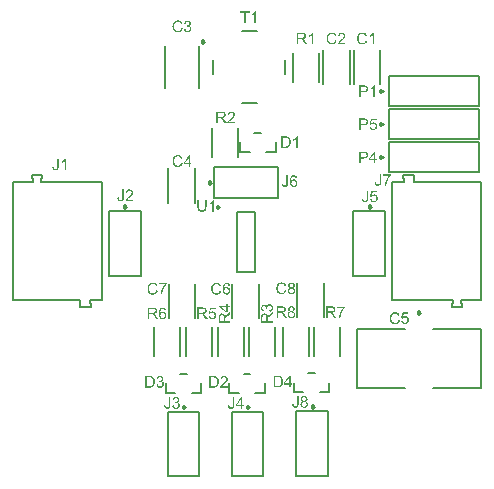
<source format=gto>
G04*
G04 #@! TF.GenerationSoftware,Altium Limited,Altium Designer,22.2.1 (43)*
G04*
G04 Layer_Color=65535*
%FSLAX25Y25*%
%MOIN*%
G70*
G04*
G04 #@! TF.SameCoordinates,3B3E58CF-1C3C-4CAC-96B8-8F734E900E2C*
G04*
G04*
G04 #@! TF.FilePolarity,Positive*
G04*
G01*
G75*
%ADD10C,0.00984*%
%ADD11C,0.00787*%
G36*
X65253Y91454D02*
Y91449D01*
Y91431D01*
Y91402D01*
Y91361D01*
X65247Y91308D01*
Y91255D01*
X65241Y91191D01*
X65236Y91121D01*
X65218Y90975D01*
X65195Y90823D01*
X65165Y90671D01*
X65119Y90536D01*
Y90530D01*
X65113Y90518D01*
X65107Y90501D01*
X65095Y90478D01*
X65060Y90419D01*
X65013Y90337D01*
X64949Y90249D01*
X64867Y90156D01*
X64762Y90068D01*
X64645Y89980D01*
X64639D01*
X64627Y89969D01*
X64610Y89963D01*
X64580Y89945D01*
X64551Y89933D01*
X64510Y89916D01*
X64457Y89893D01*
X64405Y89875D01*
X64346Y89857D01*
X64276Y89834D01*
X64206Y89816D01*
X64124Y89805D01*
X63949Y89781D01*
X63750Y89770D01*
X63697D01*
X63662Y89776D01*
X63615D01*
X63563Y89781D01*
X63504Y89787D01*
X63440Y89793D01*
X63299Y89816D01*
X63153Y89846D01*
X63001Y89893D01*
X62866Y89951D01*
X62861D01*
X62849Y89963D01*
X62837Y89969D01*
X62814Y89986D01*
X62749Y90027D01*
X62679Y90091D01*
X62597Y90167D01*
X62521Y90255D01*
X62445Y90366D01*
X62381Y90489D01*
Y90495D01*
X62375Y90507D01*
X62369Y90524D01*
X62357Y90553D01*
X62346Y90589D01*
X62334Y90635D01*
X62322Y90688D01*
X62311Y90747D01*
X62293Y90811D01*
X62281Y90881D01*
X62270Y90963D01*
X62258Y91045D01*
X62246Y91138D01*
X62240Y91238D01*
X62234Y91343D01*
Y91454D01*
Y93677D01*
X62744D01*
Y91454D01*
Y91449D01*
Y91431D01*
Y91408D01*
Y91373D01*
Y91332D01*
X62749Y91285D01*
X62755Y91174D01*
X62767Y91057D01*
X62779Y90934D01*
X62802Y90817D01*
X62814Y90764D01*
X62831Y90717D01*
X62837Y90706D01*
X62849Y90676D01*
X62872Y90635D01*
X62907Y90583D01*
X62948Y90524D01*
X63007Y90460D01*
X63071Y90401D01*
X63153Y90349D01*
X63165Y90343D01*
X63194Y90331D01*
X63241Y90308D01*
X63305Y90290D01*
X63387Y90267D01*
X63481Y90244D01*
X63586Y90232D01*
X63703Y90226D01*
X63756D01*
X63797Y90232D01*
X63843D01*
X63896Y90238D01*
X64013Y90255D01*
X64148Y90290D01*
X64276Y90331D01*
X64399Y90396D01*
X64457Y90431D01*
X64504Y90478D01*
Y90483D01*
X64516Y90489D01*
X64528Y90507D01*
X64539Y90530D01*
X64563Y90559D01*
X64580Y90595D01*
X64604Y90641D01*
X64627Y90694D01*
X64645Y90758D01*
X64668Y90829D01*
X64692Y90904D01*
X64709Y90998D01*
X64721Y91098D01*
X64732Y91203D01*
X64744Y91326D01*
Y91454D01*
Y93677D01*
X65253D01*
Y91454D01*
D02*
G37*
G36*
X67687Y89834D02*
X67213D01*
Y92841D01*
X67207Y92835D01*
X67184Y92812D01*
X67143Y92782D01*
X67090Y92741D01*
X67026Y92689D01*
X66950Y92636D01*
X66862Y92572D01*
X66762Y92513D01*
X66757D01*
X66751Y92507D01*
X66716Y92484D01*
X66663Y92455D01*
X66599Y92420D01*
X66523Y92379D01*
X66441Y92344D01*
X66353Y92303D01*
X66271Y92268D01*
Y92730D01*
X66277D01*
X66289Y92736D01*
X66312Y92747D01*
X66335Y92765D01*
X66370Y92782D01*
X66411Y92800D01*
X66505Y92853D01*
X66610Y92917D01*
X66727Y92993D01*
X66844Y93081D01*
X66956Y93174D01*
X66961Y93180D01*
X66967Y93186D01*
X67002Y93221D01*
X67055Y93274D01*
X67119Y93338D01*
X67190Y93420D01*
X67260Y93508D01*
X67324Y93601D01*
X67377Y93695D01*
X67687D01*
Y89834D01*
D02*
G37*
G36*
X81708Y152794D02*
X81234D01*
Y155801D01*
X81228Y155795D01*
X81205Y155772D01*
X81164Y155742D01*
X81111Y155701D01*
X81047Y155649D01*
X80971Y155596D01*
X80883Y155532D01*
X80784Y155473D01*
X80778D01*
X80772Y155467D01*
X80737Y155444D01*
X80684Y155415D01*
X80620Y155380D01*
X80544Y155339D01*
X80462Y155304D01*
X80374Y155263D01*
X80292Y155227D01*
Y155690D01*
X80298D01*
X80310Y155695D01*
X80333Y155707D01*
X80357Y155725D01*
X80392Y155742D01*
X80433Y155760D01*
X80526Y155813D01*
X80632Y155877D01*
X80748Y155953D01*
X80866Y156041D01*
X80977Y156134D01*
X80983Y156140D01*
X80988Y156146D01*
X81023Y156181D01*
X81076Y156234D01*
X81140Y156298D01*
X81211Y156380D01*
X81281Y156468D01*
X81345Y156561D01*
X81398Y156655D01*
X81708D01*
Y152794D01*
D02*
G37*
G36*
X79596Y156187D02*
X78332D01*
Y152794D01*
X77824D01*
Y156187D01*
X76560D01*
Y156637D01*
X79596D01*
Y156187D01*
D02*
G37*
G36*
X90463Y58239D02*
X90510D01*
X90627Y58233D01*
X90750Y58221D01*
X90878Y58197D01*
X91001Y58174D01*
X91059Y58157D01*
X91112Y58139D01*
X91118D01*
X91124Y58133D01*
X91159Y58122D01*
X91206Y58092D01*
X91264Y58051D01*
X91334Y58004D01*
X91405Y57940D01*
X91475Y57864D01*
X91539Y57771D01*
X91545Y57759D01*
X91563Y57724D01*
X91592Y57671D01*
X91621Y57601D01*
X91650Y57513D01*
X91680Y57414D01*
X91697Y57308D01*
X91703Y57191D01*
Y57186D01*
Y57174D01*
Y57150D01*
X91697Y57121D01*
Y57086D01*
X91691Y57045D01*
X91668Y56951D01*
X91639Y56840D01*
X91592Y56729D01*
X91522Y56612D01*
X91481Y56554D01*
X91434Y56501D01*
X91422Y56489D01*
X91405Y56478D01*
X91387Y56454D01*
X91358Y56437D01*
X91323Y56407D01*
X91282Y56384D01*
X91235Y56355D01*
X91182Y56326D01*
X91118Y56296D01*
X91054Y56267D01*
X90978Y56238D01*
X90902Y56208D01*
X90814Y56185D01*
X90720Y56168D01*
X90621Y56150D01*
X90632Y56144D01*
X90656Y56133D01*
X90691Y56115D01*
X90732Y56091D01*
X90831Y56027D01*
X90884Y55992D01*
X90925Y55957D01*
X90937Y55945D01*
X90966Y55922D01*
X91007Y55875D01*
X91059Y55817D01*
X91124Y55740D01*
X91194Y55653D01*
X91270Y55553D01*
X91346Y55442D01*
X92013Y54401D01*
X91375D01*
X90867Y55196D01*
Y55202D01*
X90855Y55214D01*
X90843Y55232D01*
X90831Y55255D01*
X90790Y55313D01*
X90738Y55389D01*
X90679Y55477D01*
X90615Y55565D01*
X90556Y55647D01*
X90498Y55723D01*
X90492Y55729D01*
X90474Y55752D01*
X90445Y55787D01*
X90416Y55828D01*
X90328Y55910D01*
X90287Y55951D01*
X90241Y55980D01*
X90235Y55986D01*
X90223Y55992D01*
X90200Y56004D01*
X90170Y56021D01*
X90100Y56056D01*
X90012Y56086D01*
X90007D01*
X89995Y56091D01*
X89971D01*
X89942Y56097D01*
X89901Y56103D01*
X89854D01*
X89796Y56109D01*
X89141D01*
Y54401D01*
X88632D01*
Y58244D01*
X90416D01*
X90463Y58239D01*
D02*
G37*
G36*
X93634Y58256D02*
X93680D01*
X93727Y58244D01*
X93844Y58227D01*
X93973Y58192D01*
X94107Y58139D01*
X94178Y58104D01*
X94242Y58069D01*
X94306Y58022D01*
X94365Y57969D01*
X94371Y57964D01*
X94376Y57958D01*
X94394Y57940D01*
X94412Y57917D01*
X94435Y57888D01*
X94464Y57852D01*
X94523Y57771D01*
X94575Y57665D01*
X94628Y57542D01*
X94663Y57408D01*
X94669Y57332D01*
X94675Y57256D01*
Y57244D01*
Y57209D01*
X94669Y57162D01*
X94657Y57098D01*
X94640Y57022D01*
X94616Y56946D01*
X94581Y56864D01*
X94534Y56788D01*
X94529Y56782D01*
X94511Y56758D01*
X94476Y56723D01*
X94429Y56677D01*
X94371Y56630D01*
X94295Y56583D01*
X94207Y56530D01*
X94107Y56489D01*
X94113D01*
X94125Y56484D01*
X94143Y56478D01*
X94166Y56466D01*
X94230Y56437D01*
X94306Y56402D01*
X94394Y56349D01*
X94482Y56285D01*
X94569Y56203D01*
X94646Y56115D01*
X94651Y56103D01*
X94675Y56068D01*
X94704Y56015D01*
X94739Y55939D01*
X94774Y55852D01*
X94804Y55746D01*
X94827Y55629D01*
X94833Y55501D01*
Y55495D01*
Y55477D01*
Y55454D01*
X94827Y55419D01*
X94821Y55378D01*
X94815Y55325D01*
X94792Y55208D01*
X94745Y55080D01*
X94722Y55009D01*
X94687Y54939D01*
X94646Y54869D01*
X94599Y54799D01*
X94546Y54734D01*
X94482Y54670D01*
X94476Y54664D01*
X94464Y54658D01*
X94447Y54641D01*
X94417Y54617D01*
X94382Y54594D01*
X94341Y54565D01*
X94295Y54535D01*
X94236Y54506D01*
X94172Y54471D01*
X94102Y54442D01*
X94025Y54413D01*
X93944Y54389D01*
X93862Y54366D01*
X93768Y54348D01*
X93669Y54342D01*
X93563Y54337D01*
X93511D01*
X93470Y54342D01*
X93423Y54348D01*
X93364Y54354D01*
X93306Y54366D01*
X93236Y54378D01*
X93089Y54418D01*
X93013Y54448D01*
X92937Y54477D01*
X92861Y54518D01*
X92785Y54559D01*
X92715Y54611D01*
X92645Y54670D01*
X92639Y54676D01*
X92627Y54688D01*
X92616Y54705D01*
X92592Y54729D01*
X92563Y54764D01*
X92534Y54804D01*
X92505Y54851D01*
X92475Y54904D01*
X92440Y54962D01*
X92411Y55027D01*
X92352Y55167D01*
X92329Y55249D01*
X92317Y55331D01*
X92306Y55419D01*
X92300Y55512D01*
Y55518D01*
Y55530D01*
Y55547D01*
X92306Y55577D01*
Y55606D01*
X92311Y55647D01*
X92323Y55729D01*
X92347Y55828D01*
X92382Y55934D01*
X92423Y56039D01*
X92487Y56138D01*
Y56144D01*
X92499Y56150D01*
X92522Y56179D01*
X92569Y56226D01*
X92627Y56279D01*
X92703Y56337D01*
X92797Y56396D01*
X92908Y56448D01*
X93031Y56489D01*
X93025D01*
X93019Y56495D01*
X92984Y56507D01*
X92931Y56536D01*
X92867Y56565D01*
X92791Y56612D01*
X92721Y56665D01*
X92651Y56723D01*
X92592Y56793D01*
X92586Y56805D01*
X92569Y56829D01*
X92545Y56870D01*
X92522Y56928D01*
X92499Y56998D01*
X92475Y57080D01*
X92458Y57168D01*
X92452Y57267D01*
Y57273D01*
Y57285D01*
Y57308D01*
X92458Y57338D01*
X92463Y57373D01*
X92469Y57414D01*
X92487Y57513D01*
X92522Y57624D01*
X92580Y57741D01*
X92610Y57806D01*
X92651Y57864D01*
X92698Y57923D01*
X92750Y57975D01*
X92756Y57981D01*
X92762Y57987D01*
X92779Y58004D01*
X92803Y58022D01*
X92838Y58040D01*
X92873Y58069D01*
X92914Y58092D01*
X92967Y58122D01*
X93078Y58174D01*
X93218Y58215D01*
X93376Y58250D01*
X93458Y58256D01*
X93552Y58262D01*
X93598D01*
X93634Y58256D01*
D02*
G37*
G36*
X111362Y57806D02*
X111356Y57800D01*
X111345Y57788D01*
X111327Y57765D01*
X111298Y57735D01*
X111269Y57694D01*
X111228Y57648D01*
X111181Y57589D01*
X111134Y57531D01*
X111082Y57460D01*
X111023Y57379D01*
X110959Y57297D01*
X110900Y57203D01*
X110836Y57104D01*
X110766Y56998D01*
X110701Y56881D01*
X110631Y56764D01*
X110625Y56758D01*
X110614Y56735D01*
X110596Y56700D01*
X110573Y56653D01*
X110543Y56595D01*
X110508Y56524D01*
X110467Y56442D01*
X110426Y56355D01*
X110385Y56261D01*
X110339Y56156D01*
X110292Y56045D01*
X110245Y55928D01*
X110157Y55688D01*
X110075Y55431D01*
Y55425D01*
X110070Y55407D01*
X110064Y55384D01*
X110052Y55349D01*
X110040Y55302D01*
X110029Y55249D01*
X110017Y55185D01*
X109999Y55120D01*
X109988Y55044D01*
X109970Y54962D01*
X109941Y54787D01*
X109917Y54588D01*
X109900Y54378D01*
X109414D01*
Y54383D01*
Y54401D01*
Y54424D01*
X109420Y54459D01*
Y54500D01*
X109426Y54553D01*
X109432Y54617D01*
X109438Y54682D01*
X109449Y54758D01*
X109461Y54845D01*
X109473Y54933D01*
X109490Y55027D01*
X109508Y55132D01*
X109531Y55237D01*
X109590Y55471D01*
Y55477D01*
X109596Y55501D01*
X109607Y55536D01*
X109619Y55583D01*
X109637Y55641D01*
X109660Y55705D01*
X109683Y55782D01*
X109713Y55869D01*
X109748Y55957D01*
X109783Y56056D01*
X109865Y56267D01*
X109964Y56489D01*
X110075Y56712D01*
X110081Y56717D01*
X110093Y56741D01*
X110110Y56770D01*
X110134Y56811D01*
X110163Y56864D01*
X110198Y56922D01*
X110239Y56987D01*
X110280Y57063D01*
X110385Y57221D01*
X110502Y57390D01*
X110625Y57560D01*
X110760Y57724D01*
X108876D01*
Y58174D01*
X111362D01*
Y57806D01*
D02*
G37*
G36*
X107004Y58215D02*
X107051D01*
X107168Y58209D01*
X107291Y58197D01*
X107420Y58174D01*
X107542Y58151D01*
X107601Y58133D01*
X107653Y58116D01*
X107659D01*
X107665Y58110D01*
X107700Y58098D01*
X107747Y58069D01*
X107806Y58028D01*
X107876Y57981D01*
X107946Y57917D01*
X108016Y57841D01*
X108080Y57747D01*
X108086Y57735D01*
X108104Y57700D01*
X108133Y57648D01*
X108162Y57577D01*
X108192Y57490D01*
X108221Y57390D01*
X108238Y57285D01*
X108244Y57168D01*
Y57162D01*
Y57150D01*
Y57127D01*
X108238Y57098D01*
Y57063D01*
X108233Y57022D01*
X108209Y56928D01*
X108180Y56817D01*
X108133Y56706D01*
X108063Y56589D01*
X108022Y56530D01*
X107975Y56478D01*
X107964Y56466D01*
X107946Y56454D01*
X107928Y56431D01*
X107899Y56413D01*
X107864Y56384D01*
X107823Y56361D01*
X107776Y56331D01*
X107724Y56302D01*
X107659Y56273D01*
X107595Y56244D01*
X107519Y56214D01*
X107443Y56185D01*
X107355Y56162D01*
X107262Y56144D01*
X107162Y56127D01*
X107174Y56121D01*
X107197Y56109D01*
X107232Y56091D01*
X107273Y56068D01*
X107373Y56004D01*
X107425Y55969D01*
X107466Y55934D01*
X107478Y55922D01*
X107507Y55898D01*
X107548Y55852D01*
X107601Y55793D01*
X107665Y55717D01*
X107735Y55629D01*
X107811Y55530D01*
X107887Y55419D01*
X108554Y54378D01*
X107917D01*
X107408Y55173D01*
Y55179D01*
X107396Y55191D01*
X107384Y55208D01*
X107373Y55232D01*
X107332Y55290D01*
X107279Y55366D01*
X107221Y55454D01*
X107156Y55542D01*
X107098Y55624D01*
X107039Y55700D01*
X107033Y55705D01*
X107016Y55729D01*
X106987Y55764D01*
X106957Y55805D01*
X106870Y55887D01*
X106829Y55928D01*
X106782Y55957D01*
X106776Y55963D01*
X106764Y55969D01*
X106741Y55980D01*
X106712Y55998D01*
X106641Y56033D01*
X106554Y56062D01*
X106548D01*
X106536Y56068D01*
X106513D01*
X106483Y56074D01*
X106442Y56080D01*
X106396D01*
X106337Y56086D01*
X105682D01*
Y54378D01*
X105173D01*
Y58221D01*
X106957D01*
X107004Y58215D01*
D02*
G37*
G36*
X50831Y57862D02*
X50866D01*
X50913Y57857D01*
X51019Y57839D01*
X51135Y57804D01*
X51258Y57757D01*
X51381Y57699D01*
X51440Y57658D01*
X51498Y57611D01*
X51504D01*
X51510Y57599D01*
X51545Y57564D01*
X51592Y57506D01*
X51650Y57429D01*
X51715Y57330D01*
X51767Y57213D01*
X51820Y57073D01*
X51849Y56915D01*
X51381Y56880D01*
Y56885D01*
Y56891D01*
X51370Y56926D01*
X51352Y56973D01*
X51334Y57032D01*
X51276Y57166D01*
X51241Y57225D01*
X51200Y57277D01*
X51194Y57289D01*
X51165Y57312D01*
X51124Y57342D01*
X51071Y57383D01*
X51001Y57418D01*
X50919Y57453D01*
X50826Y57476D01*
X50726Y57482D01*
X50685D01*
X50644Y57476D01*
X50591Y57464D01*
X50527Y57453D01*
X50457Y57429D01*
X50393Y57394D01*
X50322Y57353D01*
X50311Y57348D01*
X50287Y57324D01*
X50246Y57283D01*
X50200Y57231D01*
X50141Y57166D01*
X50082Y57084D01*
X50024Y56985D01*
X49971Y56874D01*
Y56868D01*
X49966Y56862D01*
X49960Y56839D01*
X49954Y56815D01*
X49942Y56786D01*
X49930Y56745D01*
X49919Y56698D01*
X49907Y56646D01*
X49895Y56587D01*
X49884Y56523D01*
X49872Y56447D01*
X49860Y56371D01*
X49854Y56283D01*
X49848Y56189D01*
X49843Y56090D01*
Y55990D01*
X49848Y55996D01*
X49872Y56025D01*
X49907Y56072D01*
X49960Y56131D01*
X50018Y56195D01*
X50088Y56259D01*
X50170Y56318D01*
X50258Y56371D01*
X50270Y56376D01*
X50299Y56388D01*
X50352Y56411D01*
X50416Y56435D01*
X50492Y56458D01*
X50580Y56482D01*
X50673Y56493D01*
X50773Y56499D01*
X50820D01*
X50855Y56493D01*
X50896Y56488D01*
X50942Y56482D01*
X51054Y56458D01*
X51176Y56411D01*
X51247Y56388D01*
X51311Y56353D01*
X51381Y56312D01*
X51451Y56265D01*
X51516Y56213D01*
X51580Y56148D01*
X51586Y56142D01*
X51592Y56131D01*
X51609Y56113D01*
X51633Y56084D01*
X51656Y56049D01*
X51685Y56008D01*
X51715Y55961D01*
X51750Y55908D01*
X51779Y55844D01*
X51808Y55780D01*
X51837Y55704D01*
X51861Y55628D01*
X51884Y55540D01*
X51902Y55452D01*
X51908Y55353D01*
X51913Y55253D01*
Y55247D01*
Y55236D01*
Y55218D01*
Y55195D01*
X51908Y55160D01*
Y55124D01*
X51896Y55031D01*
X51873Y54931D01*
X51849Y54814D01*
X51808Y54698D01*
X51756Y54580D01*
Y54575D01*
X51750Y54569D01*
X51738Y54551D01*
X51726Y54528D01*
X51691Y54475D01*
X51644Y54405D01*
X51580Y54329D01*
X51504Y54253D01*
X51422Y54177D01*
X51323Y54107D01*
X51311Y54101D01*
X51276Y54083D01*
X51217Y54054D01*
X51147Y54025D01*
X51054Y53996D01*
X50948Y53966D01*
X50831Y53949D01*
X50708Y53943D01*
X50685D01*
X50650Y53949D01*
X50609D01*
X50562Y53954D01*
X50504Y53966D01*
X50439Y53978D01*
X50369Y53996D01*
X50293Y54019D01*
X50211Y54048D01*
X50135Y54083D01*
X50053Y54124D01*
X49971Y54177D01*
X49889Y54235D01*
X49813Y54300D01*
X49743Y54376D01*
X49737Y54382D01*
X49726Y54399D01*
X49708Y54422D01*
X49685Y54458D01*
X49656Y54504D01*
X49626Y54563D01*
X49591Y54633D01*
X49562Y54715D01*
X49527Y54809D01*
X49492Y54914D01*
X49462Y55031D01*
X49433Y55160D01*
X49410Y55300D01*
X49392Y55458D01*
X49380Y55622D01*
X49375Y55803D01*
Y55809D01*
Y55815D01*
Y55832D01*
Y55850D01*
Y55908D01*
X49380Y55984D01*
X49386Y56078D01*
X49398Y56183D01*
X49410Y56300D01*
X49427Y56423D01*
X49445Y56558D01*
X49474Y56692D01*
X49509Y56827D01*
X49550Y56956D01*
X49597Y57090D01*
X49650Y57207D01*
X49714Y57324D01*
X49784Y57424D01*
X49790Y57429D01*
X49802Y57441D01*
X49819Y57464D01*
X49848Y57494D01*
X49889Y57529D01*
X49930Y57564D01*
X49983Y57605D01*
X50042Y57646D01*
X50106Y57687D01*
X50182Y57728D01*
X50258Y57763D01*
X50346Y57798D01*
X50439Y57827D01*
X50539Y57851D01*
X50644Y57862D01*
X50755Y57868D01*
X50796D01*
X50831Y57862D01*
D02*
G37*
G36*
X47555Y57845D02*
X47602D01*
X47719Y57839D01*
X47842Y57827D01*
X47971Y57804D01*
X48094Y57780D01*
X48152Y57763D01*
X48205Y57745D01*
X48210D01*
X48216Y57740D01*
X48251Y57728D01*
X48298Y57699D01*
X48357Y57658D01*
X48427Y57611D01*
X48497Y57546D01*
X48567Y57470D01*
X48632Y57377D01*
X48638Y57365D01*
X48655Y57330D01*
X48684Y57277D01*
X48714Y57207D01*
X48743Y57119D01*
X48772Y57020D01*
X48790Y56915D01*
X48796Y56798D01*
Y56792D01*
Y56780D01*
Y56757D01*
X48790Y56727D01*
Y56692D01*
X48784Y56651D01*
X48760Y56558D01*
X48731Y56447D01*
X48684Y56336D01*
X48614Y56218D01*
X48573Y56160D01*
X48526Y56107D01*
X48515Y56096D01*
X48497Y56084D01*
X48480Y56060D01*
X48450Y56043D01*
X48415Y56014D01*
X48374Y55990D01*
X48327Y55961D01*
X48275Y55932D01*
X48210Y55903D01*
X48146Y55873D01*
X48070Y55844D01*
X47994Y55815D01*
X47906Y55791D01*
X47813Y55774D01*
X47713Y55756D01*
X47725Y55751D01*
X47748Y55739D01*
X47783Y55721D01*
X47824Y55698D01*
X47924Y55633D01*
X47976Y55598D01*
X48017Y55563D01*
X48029Y55552D01*
X48058Y55528D01*
X48099Y55481D01*
X48152Y55423D01*
X48216Y55347D01*
X48287Y55259D01*
X48363Y55160D01*
X48439Y55049D01*
X49106Y54007D01*
X48468D01*
X47959Y54803D01*
Y54809D01*
X47947Y54820D01*
X47936Y54838D01*
X47924Y54861D01*
X47883Y54920D01*
X47830Y54996D01*
X47772Y55084D01*
X47707Y55171D01*
X47649Y55253D01*
X47590Y55329D01*
X47585Y55335D01*
X47567Y55358D01*
X47538Y55394D01*
X47508Y55435D01*
X47421Y55516D01*
X47380Y55557D01*
X47333Y55587D01*
X47327Y55593D01*
X47315Y55598D01*
X47292Y55610D01*
X47263Y55628D01*
X47193Y55663D01*
X47105Y55692D01*
X47099D01*
X47087Y55698D01*
X47064D01*
X47035Y55704D01*
X46994Y55709D01*
X46947D01*
X46888Y55715D01*
X46233D01*
Y54007D01*
X45724D01*
Y57851D01*
X47508D01*
X47555Y57845D01*
D02*
G37*
G36*
X68282Y57350D02*
X66750D01*
X66539Y56315D01*
X66545Y56321D01*
X66557Y56327D01*
X66574Y56338D01*
X66597Y56356D01*
X66633Y56374D01*
X66668Y56391D01*
X66761Y56438D01*
X66867Y56485D01*
X66989Y56520D01*
X67124Y56549D01*
X67264Y56561D01*
X67311D01*
X67346Y56555D01*
X67393Y56549D01*
X67440Y56543D01*
X67498Y56532D01*
X67557Y56520D01*
X67691Y56473D01*
X67762Y56450D01*
X67832Y56415D01*
X67908Y56374D01*
X67978Y56327D01*
X68048Y56274D01*
X68113Y56210D01*
X68119Y56204D01*
X68130Y56192D01*
X68148Y56175D01*
X68165Y56145D01*
X68195Y56110D01*
X68224Y56069D01*
X68253Y56023D01*
X68288Y55970D01*
X68323Y55905D01*
X68353Y55841D01*
X68382Y55765D01*
X68411Y55689D01*
X68428Y55601D01*
X68446Y55514D01*
X68458Y55414D01*
X68464Y55315D01*
Y55309D01*
Y55291D01*
Y55262D01*
X68458Y55227D01*
X68452Y55180D01*
X68446Y55128D01*
X68440Y55069D01*
X68428Y55005D01*
X68388Y54864D01*
X68335Y54718D01*
X68300Y54636D01*
X68259Y54560D01*
X68212Y54484D01*
X68159Y54414D01*
X68154Y54408D01*
X68142Y54396D01*
X68119Y54373D01*
X68089Y54344D01*
X68054Y54308D01*
X68007Y54268D01*
X67955Y54227D01*
X67890Y54186D01*
X67826Y54139D01*
X67750Y54098D01*
X67662Y54057D01*
X67574Y54022D01*
X67475Y53993D01*
X67375Y53969D01*
X67264Y53957D01*
X67147Y53952D01*
X67095D01*
X67060Y53957D01*
X67019Y53963D01*
X66966Y53969D01*
X66908Y53975D01*
X66843Y53987D01*
X66709Y54022D01*
X66568Y54075D01*
X66498Y54110D01*
X66428Y54150D01*
X66358Y54191D01*
X66293Y54244D01*
X66287Y54250D01*
X66282Y54256D01*
X66264Y54273D01*
X66241Y54297D01*
X66217Y54326D01*
X66188Y54361D01*
X66159Y54402D01*
X66124Y54449D01*
X66059Y54560D01*
X65995Y54695D01*
X65948Y54847D01*
X65931Y54934D01*
X65919Y55022D01*
X66416Y55057D01*
Y55051D01*
Y55040D01*
X66422Y55022D01*
X66428Y54999D01*
X66445Y54934D01*
X66469Y54852D01*
X66498Y54765D01*
X66545Y54677D01*
X66597Y54589D01*
X66668Y54513D01*
X66679Y54507D01*
X66703Y54484D01*
X66744Y54461D01*
X66802Y54426D01*
X66872Y54396D01*
X66954Y54367D01*
X67048Y54344D01*
X67147Y54338D01*
X67182D01*
X67206Y54344D01*
X67270Y54349D01*
X67352Y54367D01*
X67440Y54402D01*
X67539Y54443D01*
X67633Y54507D01*
X67680Y54542D01*
X67726Y54589D01*
Y54595D01*
X67738Y54601D01*
X67762Y54636D01*
X67803Y54695D01*
X67844Y54771D01*
X67884Y54870D01*
X67925Y54987D01*
X67949Y55122D01*
X67961Y55274D01*
Y55280D01*
Y55291D01*
Y55315D01*
X67955Y55338D01*
Y55373D01*
X67949Y55414D01*
X67931Y55508D01*
X67908Y55607D01*
X67867Y55712D01*
X67808Y55818D01*
X67732Y55911D01*
X67721Y55923D01*
X67691Y55946D01*
X67645Y55987D01*
X67574Y56028D01*
X67493Y56069D01*
X67387Y56110D01*
X67270Y56134D01*
X67141Y56145D01*
X67101D01*
X67060Y56139D01*
X67001Y56134D01*
X66937Y56116D01*
X66867Y56099D01*
X66796Y56069D01*
X66726Y56034D01*
X66720Y56028D01*
X66697Y56017D01*
X66662Y55993D01*
X66621Y55964D01*
X66580Y55923D01*
X66533Y55876D01*
X66486Y55824D01*
X66445Y55765D01*
X66001Y55830D01*
X66375Y57801D01*
X68282D01*
Y57350D01*
D02*
G37*
G36*
X64076Y57854D02*
X64123D01*
X64240Y57848D01*
X64363Y57836D01*
X64491Y57813D01*
X64614Y57789D01*
X64673Y57772D01*
X64726Y57754D01*
X64731D01*
X64737Y57748D01*
X64772Y57737D01*
X64819Y57707D01*
X64878Y57666D01*
X64948Y57620D01*
X65018Y57555D01*
X65088Y57479D01*
X65153Y57386D01*
X65158Y57374D01*
X65176Y57339D01*
X65205Y57286D01*
X65234Y57216D01*
X65264Y57128D01*
X65293Y57029D01*
X65311Y56923D01*
X65316Y56806D01*
Y56801D01*
Y56789D01*
Y56766D01*
X65311Y56736D01*
Y56701D01*
X65305Y56660D01*
X65281Y56567D01*
X65252Y56455D01*
X65205Y56344D01*
X65135Y56227D01*
X65094Y56169D01*
X65047Y56116D01*
X65035Y56104D01*
X65018Y56093D01*
X65000Y56069D01*
X64971Y56052D01*
X64936Y56023D01*
X64895Y55999D01*
X64848Y55970D01*
X64796Y55941D01*
X64731Y55911D01*
X64667Y55882D01*
X64591Y55853D01*
X64515Y55824D01*
X64427Y55800D01*
X64333Y55783D01*
X64234Y55765D01*
X64246Y55759D01*
X64269Y55748D01*
X64304Y55730D01*
X64345Y55707D01*
X64445Y55642D01*
X64497Y55607D01*
X64538Y55572D01*
X64550Y55560D01*
X64579Y55537D01*
X64620Y55490D01*
X64673Y55432D01*
X64737Y55356D01*
X64807Y55268D01*
X64883Y55168D01*
X64960Y55057D01*
X65626Y54016D01*
X64989D01*
X64480Y54812D01*
Y54817D01*
X64468Y54829D01*
X64456Y54847D01*
X64445Y54870D01*
X64404Y54929D01*
X64351Y55005D01*
X64293Y55092D01*
X64228Y55180D01*
X64170Y55262D01*
X64111Y55338D01*
X64105Y55344D01*
X64088Y55367D01*
X64059Y55402D01*
X64029Y55443D01*
X63942Y55525D01*
X63901Y55566D01*
X63854Y55595D01*
X63848Y55601D01*
X63836Y55607D01*
X63813Y55619D01*
X63784Y55636D01*
X63713Y55672D01*
X63626Y55701D01*
X63620D01*
X63608Y55707D01*
X63585D01*
X63556Y55712D01*
X63515Y55718D01*
X63468D01*
X63409Y55724D01*
X62754D01*
Y54016D01*
X62245D01*
Y57859D01*
X64029D01*
X64076Y57854D01*
D02*
G37*
G36*
X72263Y58474D02*
X73182D01*
Y58000D01*
X72263D01*
Y56333D01*
X71830D01*
X69344Y58088D01*
Y58474D01*
X71830D01*
Y58994D01*
X72263D01*
Y58474D01*
D02*
G37*
G36*
X73182Y55560D02*
X72386Y55051D01*
X72380D01*
X72368Y55040D01*
X72351Y55028D01*
X72328Y55016D01*
X72269Y54975D01*
X72193Y54923D01*
X72105Y54864D01*
X72017Y54800D01*
X71935Y54741D01*
X71860Y54683D01*
X71854Y54677D01*
X71830Y54659D01*
X71795Y54630D01*
X71754Y54601D01*
X71672Y54513D01*
X71631Y54472D01*
X71602Y54426D01*
X71596Y54420D01*
X71590Y54408D01*
X71579Y54384D01*
X71561Y54355D01*
X71526Y54285D01*
X71497Y54197D01*
Y54191D01*
X71491Y54180D01*
Y54156D01*
X71485Y54127D01*
X71479Y54086D01*
Y54039D01*
X71473Y53981D01*
Y53326D01*
X73182D01*
Y52817D01*
X69338D01*
Y54601D01*
X69344Y54648D01*
Y54695D01*
X69350Y54812D01*
X69362Y54934D01*
X69385Y55063D01*
X69408Y55186D01*
X69426Y55244D01*
X69443Y55297D01*
Y55303D01*
X69449Y55309D01*
X69461Y55344D01*
X69490Y55391D01*
X69531Y55449D01*
X69578Y55519D01*
X69642Y55590D01*
X69718Y55660D01*
X69812Y55724D01*
X69824Y55730D01*
X69859Y55748D01*
X69911Y55777D01*
X69982Y55806D01*
X70069Y55835D01*
X70169Y55865D01*
X70274Y55882D01*
X70391Y55888D01*
X70397D01*
X70409D01*
X70432D01*
X70461Y55882D01*
X70496D01*
X70537Y55876D01*
X70631Y55853D01*
X70742Y55824D01*
X70853Y55777D01*
X70970Y55707D01*
X71029Y55666D01*
X71081Y55619D01*
X71093Y55607D01*
X71105Y55590D01*
X71128Y55572D01*
X71146Y55543D01*
X71175Y55508D01*
X71198Y55467D01*
X71228Y55420D01*
X71257Y55367D01*
X71286Y55303D01*
X71315Y55239D01*
X71345Y55163D01*
X71374Y55086D01*
X71397Y54999D01*
X71415Y54905D01*
X71432Y54806D01*
X71438Y54817D01*
X71450Y54841D01*
X71468Y54876D01*
X71491Y54917D01*
X71555Y55016D01*
X71590Y55069D01*
X71626Y55110D01*
X71637Y55122D01*
X71661Y55151D01*
X71707Y55192D01*
X71766Y55244D01*
X71842Y55309D01*
X71930Y55379D01*
X72029Y55455D01*
X72140Y55531D01*
X73182Y56198D01*
Y55560D01*
D02*
G37*
G36*
X86278Y58994D02*
X86325Y58988D01*
X86372Y58983D01*
X86431Y58971D01*
X86489Y58953D01*
X86624Y58912D01*
X86700Y58883D01*
X86770Y58842D01*
X86840Y58801D01*
X86910Y58754D01*
X86980Y58696D01*
X87051Y58632D01*
X87056Y58626D01*
X87068Y58614D01*
X87080Y58596D01*
X87103Y58567D01*
X87133Y58532D01*
X87162Y58485D01*
X87191Y58433D01*
X87220Y58380D01*
X87255Y58316D01*
X87285Y58245D01*
X87314Y58170D01*
X87343Y58088D01*
X87366Y58000D01*
X87378Y57906D01*
X87390Y57807D01*
X87396Y57707D01*
Y57661D01*
X87390Y57625D01*
X87384Y57579D01*
X87378Y57532D01*
X87372Y57473D01*
X87361Y57415D01*
X87326Y57280D01*
X87267Y57140D01*
X87238Y57070D01*
X87197Y57005D01*
X87150Y56935D01*
X87097Y56871D01*
X87091Y56865D01*
X87086Y56859D01*
X87068Y56841D01*
X87045Y56818D01*
X87010Y56795D01*
X86975Y56766D01*
X86934Y56730D01*
X86887Y56701D01*
X86770Y56631D01*
X86635Y56572D01*
X86483Y56520D01*
X86401Y56502D01*
X86313Y56490D01*
X86249Y56964D01*
X86255D01*
X86267Y56970D01*
X86290D01*
X86313Y56982D01*
X86384Y56999D01*
X86471Y57029D01*
X86565Y57064D01*
X86664Y57111D01*
X86752Y57169D01*
X86828Y57234D01*
X86834Y57245D01*
X86857Y57269D01*
X86881Y57310D01*
X86916Y57368D01*
X86945Y57432D01*
X86975Y57514D01*
X86998Y57608D01*
X87004Y57707D01*
Y57742D01*
X86998Y57766D01*
X86992Y57824D01*
X86975Y57900D01*
X86945Y57994D01*
X86910Y58088D01*
X86852Y58181D01*
X86776Y58269D01*
X86764Y58281D01*
X86735Y58304D01*
X86688Y58339D01*
X86618Y58386D01*
X86536Y58427D01*
X86436Y58462D01*
X86325Y58485D01*
X86202Y58497D01*
X86197D01*
X86191D01*
X86173D01*
X86150Y58491D01*
X86091Y58485D01*
X86015Y58468D01*
X85933Y58444D01*
X85840Y58403D01*
X85752Y58351D01*
X85670Y58281D01*
X85658Y58269D01*
X85635Y58245D01*
X85606Y58199D01*
X85565Y58134D01*
X85524Y58058D01*
X85495Y57965D01*
X85471Y57865D01*
X85459Y57748D01*
Y57696D01*
X85465Y57655D01*
X85471Y57608D01*
X85477Y57549D01*
X85489Y57485D01*
X85506Y57415D01*
X85091Y57468D01*
Y57497D01*
X85097Y57520D01*
Y57596D01*
X85091Y57649D01*
X85079Y57725D01*
X85062Y57807D01*
X85032Y57894D01*
X84997Y57988D01*
X84945Y58082D01*
X84939Y58093D01*
X84915Y58123D01*
X84874Y58158D01*
X84822Y58205D01*
X84757Y58251D01*
X84676Y58286D01*
X84576Y58316D01*
X84459Y58327D01*
X84453D01*
X84447D01*
X84418D01*
X84371Y58316D01*
X84307Y58304D01*
X84243Y58286D01*
X84172Y58251D01*
X84096Y58210D01*
X84032Y58152D01*
X84026Y58146D01*
X84003Y58123D01*
X83973Y58082D01*
X83944Y58029D01*
X83909Y57965D01*
X83886Y57889D01*
X83862Y57801D01*
X83856Y57701D01*
Y57655D01*
X83868Y57602D01*
X83880Y57543D01*
X83897Y57468D01*
X83933Y57391D01*
X83973Y57315D01*
X84032Y57239D01*
X84038Y57234D01*
X84061Y57210D01*
X84102Y57181D01*
X84161Y57146D01*
X84231Y57105D01*
X84319Y57070D01*
X84424Y57035D01*
X84547Y57011D01*
X84465Y56537D01*
X84459D01*
X84442Y56543D01*
X84418Y56549D01*
X84389Y56555D01*
X84348Y56567D01*
X84301Y56578D01*
X84196Y56619D01*
X84079Y56666D01*
X83956Y56736D01*
X83839Y56818D01*
X83734Y56923D01*
X83728Y56929D01*
X83722Y56935D01*
X83710Y56953D01*
X83693Y56982D01*
X83675Y57011D01*
X83652Y57046D01*
X83599Y57134D01*
X83552Y57245D01*
X83511Y57380D01*
X83482Y57526D01*
X83470Y57608D01*
Y57742D01*
X83476Y57801D01*
X83488Y57877D01*
X83505Y57965D01*
X83529Y58064D01*
X83564Y58164D01*
X83611Y58263D01*
Y58269D01*
X83617Y58275D01*
X83634Y58310D01*
X83663Y58357D01*
X83704Y58415D01*
X83757Y58479D01*
X83821Y58550D01*
X83897Y58614D01*
X83979Y58673D01*
X83991Y58678D01*
X84020Y58696D01*
X84067Y58719D01*
X84126Y58743D01*
X84202Y58766D01*
X84284Y58790D01*
X84371Y58807D01*
X84471Y58813D01*
X84482D01*
X84512D01*
X84558Y58807D01*
X84617Y58795D01*
X84687Y58778D01*
X84763Y58754D01*
X84845Y58725D01*
X84921Y58678D01*
X84933Y58673D01*
X84956Y58655D01*
X84991Y58620D01*
X85038Y58579D01*
X85091Y58521D01*
X85144Y58456D01*
X85202Y58374D01*
X85249Y58281D01*
Y58286D01*
X85255Y58298D01*
Y58316D01*
X85266Y58339D01*
X85284Y58398D01*
X85319Y58474D01*
X85360Y58556D01*
X85418Y58643D01*
X85489Y58731D01*
X85576Y58807D01*
X85588Y58813D01*
X85623Y58836D01*
X85676Y58866D01*
X85746Y58907D01*
X85834Y58942D01*
X85939Y58971D01*
X86062Y58994D01*
X86197Y59000D01*
X86202D01*
X86220D01*
X86243D01*
X86278Y58994D01*
D02*
G37*
G36*
X87331Y55554D02*
X86536Y55046D01*
X86530D01*
X86518Y55034D01*
X86501Y55022D01*
X86477Y55010D01*
X86419Y54970D01*
X86343Y54917D01*
X86255Y54858D01*
X86167Y54794D01*
X86085Y54735D01*
X86009Y54677D01*
X86003Y54671D01*
X85980Y54654D01*
X85945Y54624D01*
X85904Y54595D01*
X85822Y54507D01*
X85781Y54466D01*
X85752Y54420D01*
X85746Y54414D01*
X85740Y54402D01*
X85729Y54379D01*
X85711Y54349D01*
X85676Y54279D01*
X85647Y54191D01*
Y54186D01*
X85641Y54174D01*
Y54150D01*
X85635Y54121D01*
X85629Y54080D01*
Y54033D01*
X85623Y53975D01*
Y53320D01*
X87331D01*
Y52811D01*
X83488D01*
Y54595D01*
X83494Y54642D01*
Y54689D01*
X83500Y54806D01*
X83511Y54929D01*
X83535Y55057D01*
X83558Y55180D01*
X83576Y55239D01*
X83593Y55291D01*
Y55297D01*
X83599Y55303D01*
X83611Y55338D01*
X83640Y55385D01*
X83681Y55443D01*
X83728Y55514D01*
X83792Y55584D01*
X83868Y55654D01*
X83962Y55718D01*
X83973Y55724D01*
X84009Y55742D01*
X84061Y55771D01*
X84131Y55800D01*
X84219Y55830D01*
X84319Y55859D01*
X84424Y55876D01*
X84541Y55882D01*
X84547D01*
X84558D01*
X84582D01*
X84611Y55876D01*
X84646D01*
X84687Y55870D01*
X84781Y55847D01*
X84892Y55818D01*
X85003Y55771D01*
X85120Y55701D01*
X85179Y55660D01*
X85231Y55613D01*
X85243Y55601D01*
X85255Y55584D01*
X85278Y55566D01*
X85296Y55537D01*
X85325Y55502D01*
X85348Y55461D01*
X85378Y55414D01*
X85407Y55361D01*
X85436Y55297D01*
X85465Y55233D01*
X85495Y55157D01*
X85524Y55081D01*
X85547Y54993D01*
X85565Y54899D01*
X85582Y54800D01*
X85588Y54812D01*
X85600Y54835D01*
X85617Y54870D01*
X85641Y54911D01*
X85705Y55010D01*
X85740Y55063D01*
X85775Y55104D01*
X85787Y55116D01*
X85810Y55145D01*
X85857Y55186D01*
X85916Y55239D01*
X85992Y55303D01*
X86080Y55373D01*
X86179Y55449D01*
X86290Y55525D01*
X87331Y56192D01*
Y55554D01*
D02*
G37*
G36*
X73613Y123185D02*
X73660Y123179D01*
X73713Y123173D01*
X73771Y123167D01*
X73836Y123149D01*
X73976Y123114D01*
X74122Y123062D01*
X74198Y123027D01*
X74269Y122986D01*
X74333Y122933D01*
X74397Y122880D01*
X74403Y122874D01*
X74409Y122869D01*
X74426Y122851D01*
X74450Y122828D01*
X74473Y122792D01*
X74502Y122757D01*
X74561Y122670D01*
X74620Y122558D01*
X74672Y122430D01*
X74713Y122284D01*
X74719Y122202D01*
X74725Y122120D01*
Y122108D01*
Y122079D01*
X74719Y122032D01*
X74713Y121974D01*
X74701Y121903D01*
X74684Y121827D01*
X74660Y121745D01*
X74625Y121663D01*
X74620Y121652D01*
X74608Y121623D01*
X74584Y121582D01*
X74549Y121523D01*
X74508Y121453D01*
X74456Y121371D01*
X74385Y121289D01*
X74309Y121195D01*
X74298Y121184D01*
X74269Y121149D01*
X74216Y121096D01*
X74181Y121061D01*
X74140Y121020D01*
X74093Y120973D01*
X74035Y120921D01*
X73976Y120868D01*
X73912Y120803D01*
X73841Y120739D01*
X73760Y120669D01*
X73678Y120599D01*
X73584Y120517D01*
X73578Y120511D01*
X73567Y120499D01*
X73543Y120482D01*
X73514Y120458D01*
X73444Y120400D01*
X73356Y120324D01*
X73268Y120242D01*
X73175Y120160D01*
X73098Y120090D01*
X73069Y120061D01*
X73040Y120031D01*
X73034Y120026D01*
X73022Y120008D01*
X72999Y119984D01*
X72970Y119949D01*
X72905Y119873D01*
X72841Y119780D01*
X74731D01*
Y119329D01*
X72186D01*
Y119335D01*
Y119359D01*
Y119394D01*
X72192Y119435D01*
X72198Y119481D01*
X72203Y119534D01*
X72221Y119593D01*
X72238Y119651D01*
Y119657D01*
X72244Y119663D01*
X72256Y119698D01*
X72280Y119745D01*
X72315Y119815D01*
X72356Y119891D01*
X72414Y119979D01*
X72473Y120066D01*
X72549Y120160D01*
Y120166D01*
X72560Y120172D01*
X72589Y120207D01*
X72636Y120259D01*
X72707Y120330D01*
X72794Y120412D01*
X72900Y120511D01*
X73028Y120622D01*
X73169Y120745D01*
X73175Y120751D01*
X73198Y120768D01*
X73227Y120792D01*
X73268Y120833D01*
X73321Y120874D01*
X73379Y120926D01*
X73508Y121037D01*
X73648Y121172D01*
X73789Y121307D01*
X73859Y121371D01*
X73918Y121435D01*
X73970Y121500D01*
X74017Y121558D01*
Y121564D01*
X74029Y121570D01*
X74040Y121587D01*
X74052Y121611D01*
X74087Y121669D01*
X74128Y121745D01*
X74169Y121833D01*
X74204Y121927D01*
X74227Y122032D01*
X74239Y122132D01*
Y122137D01*
Y122143D01*
X74233Y122178D01*
X74227Y122231D01*
X74216Y122295D01*
X74187Y122371D01*
X74151Y122447D01*
X74105Y122529D01*
X74035Y122605D01*
X74023Y122611D01*
X73999Y122635D01*
X73953Y122664D01*
X73894Y122705D01*
X73818Y122740D01*
X73730Y122769D01*
X73625Y122792D01*
X73508Y122798D01*
X73473D01*
X73449Y122792D01*
X73391Y122787D01*
X73315Y122775D01*
X73227Y122746D01*
X73134Y122711D01*
X73046Y122658D01*
X72964Y122588D01*
X72958Y122576D01*
X72935Y122553D01*
X72900Y122506D01*
X72865Y122441D01*
X72824Y122360D01*
X72794Y122266D01*
X72771Y122155D01*
X72759Y122026D01*
X72274Y122079D01*
Y122085D01*
Y122102D01*
X72280Y122132D01*
X72285Y122167D01*
X72297Y122213D01*
X72303Y122266D01*
X72338Y122383D01*
X72385Y122518D01*
X72449Y122652D01*
X72537Y122787D01*
X72584Y122845D01*
X72642Y122904D01*
X72648Y122909D01*
X72660Y122915D01*
X72677Y122933D01*
X72701Y122950D01*
X72736Y122968D01*
X72777Y122997D01*
X72824Y123021D01*
X72876Y123050D01*
X72935Y123073D01*
X72999Y123103D01*
X73075Y123126D01*
X73151Y123143D01*
X73327Y123179D01*
X73420Y123185D01*
X73520Y123190D01*
X73572D01*
X73613Y123185D01*
D02*
G37*
G36*
X70407Y123167D02*
X70454D01*
X70571Y123161D01*
X70694Y123149D01*
X70823Y123126D01*
X70946Y123103D01*
X71004Y123085D01*
X71057Y123067D01*
X71063D01*
X71069Y123062D01*
X71104Y123050D01*
X71150Y123021D01*
X71209Y122980D01*
X71279Y122933D01*
X71349Y122869D01*
X71420Y122792D01*
X71484Y122699D01*
X71490Y122687D01*
X71507Y122652D01*
X71536Y122599D01*
X71566Y122529D01*
X71595Y122441D01*
X71624Y122342D01*
X71642Y122237D01*
X71648Y122120D01*
Y122114D01*
Y122102D01*
Y122079D01*
X71642Y122050D01*
Y122014D01*
X71636Y121974D01*
X71613Y121880D01*
X71583Y121769D01*
X71536Y121658D01*
X71466Y121541D01*
X71425Y121482D01*
X71379Y121430D01*
X71367Y121418D01*
X71349Y121406D01*
X71332Y121383D01*
X71302Y121365D01*
X71267Y121336D01*
X71227Y121312D01*
X71180Y121283D01*
X71127Y121254D01*
X71063Y121225D01*
X70998Y121195D01*
X70922Y121166D01*
X70846Y121137D01*
X70758Y121114D01*
X70665Y121096D01*
X70565Y121079D01*
X70577Y121073D01*
X70600Y121061D01*
X70636Y121043D01*
X70677Y121020D01*
X70776Y120956D01*
X70829Y120921D01*
X70870Y120885D01*
X70881Y120874D01*
X70911Y120850D01*
X70951Y120803D01*
X71004Y120745D01*
X71069Y120669D01*
X71139Y120581D01*
X71215Y120482D01*
X71291Y120371D01*
X71958Y119329D01*
X71320D01*
X70811Y120125D01*
Y120131D01*
X70799Y120142D01*
X70788Y120160D01*
X70776Y120183D01*
X70735Y120242D01*
X70682Y120318D01*
X70624Y120406D01*
X70560Y120493D01*
X70501Y120575D01*
X70443Y120651D01*
X70437Y120657D01*
X70419Y120681D01*
X70390Y120716D01*
X70361Y120757D01*
X70273Y120839D01*
X70232Y120880D01*
X70185Y120909D01*
X70179Y120915D01*
X70168Y120921D01*
X70144Y120932D01*
X70115Y120950D01*
X70045Y120985D01*
X69957Y121014D01*
X69951D01*
X69940Y121020D01*
X69916D01*
X69887Y121026D01*
X69846Y121032D01*
X69799D01*
X69741Y121037D01*
X69085D01*
Y119329D01*
X68576D01*
Y123173D01*
X70361D01*
X70407Y123167D01*
D02*
G37*
G36*
X100827Y145616D02*
X100353D01*
Y148623D01*
X100347Y148617D01*
X100324Y148594D01*
X100283Y148565D01*
X100230Y148524D01*
X100166Y148471D01*
X100090Y148419D01*
X100002Y148354D01*
X99903Y148296D01*
X99897D01*
X99891Y148290D01*
X99856Y148266D01*
X99803Y148237D01*
X99739Y148202D01*
X99663Y148161D01*
X99581Y148126D01*
X99493Y148085D01*
X99411Y148050D01*
Y148512D01*
X99417D01*
X99429Y148518D01*
X99452Y148530D01*
X99476Y148547D01*
X99511Y148565D01*
X99552Y148582D01*
X99645Y148635D01*
X99751Y148699D01*
X99868Y148775D01*
X99985Y148863D01*
X100096Y148957D01*
X100102Y148963D01*
X100108Y148969D01*
X100143Y149004D01*
X100195Y149056D01*
X100260Y149121D01*
X100330Y149203D01*
X100400Y149290D01*
X100464Y149384D01*
X100517Y149477D01*
X100827D01*
Y145616D01*
D02*
G37*
G36*
X97206Y149454D02*
X97253D01*
X97370Y149448D01*
X97492Y149436D01*
X97621Y149413D01*
X97744Y149390D01*
X97803Y149372D01*
X97855Y149355D01*
X97861D01*
X97867Y149349D01*
X97902Y149337D01*
X97949Y149308D01*
X98007Y149267D01*
X98077Y149220D01*
X98148Y149156D01*
X98218Y149080D01*
X98282Y148986D01*
X98288Y148974D01*
X98306Y148939D01*
X98335Y148887D01*
X98364Y148816D01*
X98393Y148729D01*
X98423Y148629D01*
X98440Y148524D01*
X98446Y148407D01*
Y148401D01*
Y148389D01*
Y148366D01*
X98440Y148337D01*
Y148302D01*
X98434Y148261D01*
X98411Y148167D01*
X98382Y148056D01*
X98335Y147945D01*
X98265Y147828D01*
X98224Y147769D01*
X98177Y147717D01*
X98165Y147705D01*
X98148Y147693D01*
X98130Y147670D01*
X98101Y147652D01*
X98066Y147623D01*
X98025Y147600D01*
X97978Y147570D01*
X97925Y147541D01*
X97861Y147512D01*
X97797Y147483D01*
X97721Y147453D01*
X97645Y147424D01*
X97557Y147401D01*
X97463Y147383D01*
X97364Y147366D01*
X97376Y147360D01*
X97399Y147348D01*
X97434Y147330D01*
X97475Y147307D01*
X97574Y147243D01*
X97627Y147208D01*
X97668Y147172D01*
X97680Y147161D01*
X97709Y147137D01*
X97750Y147091D01*
X97803Y147032D01*
X97867Y146956D01*
X97937Y146868D01*
X98013Y146769D01*
X98089Y146658D01*
X98756Y145616D01*
X98119D01*
X97610Y146412D01*
Y146418D01*
X97598Y146430D01*
X97586Y146447D01*
X97574Y146470D01*
X97534Y146529D01*
X97481Y146605D01*
X97422Y146693D01*
X97358Y146781D01*
X97299Y146862D01*
X97241Y146939D01*
X97235Y146944D01*
X97218Y146968D01*
X97188Y147003D01*
X97159Y147044D01*
X97071Y147126D01*
X97030Y147167D01*
X96984Y147196D01*
X96978Y147202D01*
X96966Y147208D01*
X96943Y147219D01*
X96913Y147237D01*
X96843Y147272D01*
X96755Y147301D01*
X96750D01*
X96738Y147307D01*
X96715D01*
X96685Y147313D01*
X96644Y147319D01*
X96597D01*
X96539Y147325D01*
X95884D01*
Y145616D01*
X95375D01*
Y149460D01*
X97159D01*
X97206Y149454D01*
D02*
G37*
G36*
X121951Y120386D02*
X120419D01*
X120208Y119350D01*
X120214Y119356D01*
X120226Y119362D01*
X120243Y119374D01*
X120266Y119391D01*
X120302Y119409D01*
X120337Y119426D01*
X120430Y119473D01*
X120536Y119520D01*
X120659Y119555D01*
X120793Y119584D01*
X120933Y119596D01*
X120980D01*
X121015Y119590D01*
X121062Y119584D01*
X121109Y119578D01*
X121167Y119567D01*
X121226Y119555D01*
X121361Y119508D01*
X121431Y119485D01*
X121501Y119450D01*
X121577Y119409D01*
X121647Y119362D01*
X121717Y119309D01*
X121782Y119245D01*
X121788Y119239D01*
X121799Y119227D01*
X121817Y119210D01*
X121834Y119181D01*
X121864Y119146D01*
X121893Y119105D01*
X121922Y119058D01*
X121957Y119005D01*
X121992Y118941D01*
X122021Y118876D01*
X122051Y118800D01*
X122080Y118724D01*
X122098Y118637D01*
X122115Y118549D01*
X122127Y118449D01*
X122133Y118350D01*
Y118344D01*
Y118326D01*
Y118297D01*
X122127Y118262D01*
X122121Y118215D01*
X122115Y118163D01*
X122109Y118104D01*
X122098Y118040D01*
X122057Y117899D01*
X122004Y117753D01*
X121969Y117671D01*
X121928Y117595D01*
X121881Y117519D01*
X121828Y117449D01*
X121823Y117443D01*
X121811Y117431D01*
X121788Y117408D01*
X121758Y117379D01*
X121723Y117344D01*
X121676Y117303D01*
X121624Y117262D01*
X121559Y117221D01*
X121495Y117174D01*
X121419Y117133D01*
X121331Y117092D01*
X121244Y117057D01*
X121144Y117028D01*
X121045Y117004D01*
X120933Y116993D01*
X120816Y116987D01*
X120764D01*
X120729Y116993D01*
X120688Y116999D01*
X120635Y117004D01*
X120577Y117010D01*
X120512Y117022D01*
X120378Y117057D01*
X120237Y117110D01*
X120167Y117145D01*
X120097Y117186D01*
X120027Y117227D01*
X119962Y117279D01*
X119957Y117285D01*
X119951Y117291D01*
X119933Y117309D01*
X119910Y117332D01*
X119886Y117361D01*
X119857Y117396D01*
X119828Y117437D01*
X119793Y117484D01*
X119728Y117595D01*
X119664Y117730D01*
X119617Y117882D01*
X119600Y117970D01*
X119588Y118057D01*
X120085Y118093D01*
Y118087D01*
Y118075D01*
X120091Y118057D01*
X120097Y118034D01*
X120114Y117970D01*
X120138Y117888D01*
X120167Y117800D01*
X120214Y117712D01*
X120266Y117624D01*
X120337Y117548D01*
X120348Y117543D01*
X120372Y117519D01*
X120413Y117496D01*
X120471Y117461D01*
X120542Y117431D01*
X120623Y117402D01*
X120717Y117379D01*
X120816Y117373D01*
X120852D01*
X120875Y117379D01*
X120939Y117385D01*
X121021Y117402D01*
X121109Y117437D01*
X121208Y117478D01*
X121302Y117543D01*
X121349Y117578D01*
X121396Y117624D01*
Y117630D01*
X121407Y117636D01*
X121431Y117671D01*
X121472Y117730D01*
X121513Y117806D01*
X121554Y117905D01*
X121595Y118022D01*
X121618Y118157D01*
X121630Y118309D01*
Y118315D01*
Y118326D01*
Y118350D01*
X121624Y118373D01*
Y118408D01*
X121618Y118449D01*
X121600Y118543D01*
X121577Y118642D01*
X121536Y118748D01*
X121477Y118853D01*
X121401Y118947D01*
X121390Y118958D01*
X121361Y118982D01*
X121314Y119023D01*
X121244Y119064D01*
X121162Y119105D01*
X121056Y119146D01*
X120939Y119169D01*
X120811Y119181D01*
X120770D01*
X120729Y119175D01*
X120670Y119169D01*
X120606Y119151D01*
X120536Y119134D01*
X120465Y119105D01*
X120395Y119069D01*
X120389Y119064D01*
X120366Y119052D01*
X120331Y119028D01*
X120290Y118999D01*
X120249Y118958D01*
X120202Y118912D01*
X120155Y118859D01*
X120114Y118800D01*
X119670Y118865D01*
X120044Y120836D01*
X121951D01*
Y120386D01*
D02*
G37*
G36*
X117862Y120889D02*
X117956Y120883D01*
X118055Y120877D01*
X118149Y120865D01*
X118231Y120854D01*
X118242D01*
X118278Y120842D01*
X118330Y120830D01*
X118394Y120813D01*
X118471Y120789D01*
X118547Y120760D01*
X118629Y120719D01*
X118705Y120672D01*
X118710Y120667D01*
X118740Y120649D01*
X118775Y120620D01*
X118816Y120579D01*
X118862Y120526D01*
X118915Y120462D01*
X118968Y120391D01*
X119015Y120304D01*
X119020Y120292D01*
X119032Y120263D01*
X119050Y120216D01*
X119073Y120152D01*
X119097Y120076D01*
X119114Y119988D01*
X119126Y119888D01*
X119132Y119783D01*
Y119777D01*
Y119760D01*
Y119736D01*
X119126Y119701D01*
X119120Y119660D01*
X119114Y119608D01*
X119108Y119555D01*
X119091Y119497D01*
X119056Y119362D01*
X118997Y119227D01*
X118962Y119157D01*
X118921Y119087D01*
X118874Y119017D01*
X118816Y118952D01*
X118810Y118947D01*
X118798Y118941D01*
X118781Y118923D01*
X118757Y118900D01*
X118716Y118876D01*
X118675Y118847D01*
X118623Y118818D01*
X118558Y118789D01*
X118488Y118754D01*
X118406Y118724D01*
X118313Y118695D01*
X118213Y118672D01*
X118096Y118648D01*
X117973Y118631D01*
X117839Y118625D01*
X117692Y118619D01*
X116710D01*
Y117051D01*
X116201D01*
Y120895D01*
X117774D01*
X117862Y120889D01*
D02*
G37*
G36*
X121571Y107302D02*
X122092D01*
Y106870D01*
X121571D01*
Y105951D01*
X121097D01*
Y106870D01*
X119430D01*
Y107302D01*
X121185Y109789D01*
X121571D01*
Y107302D01*
D02*
G37*
G36*
X117862Y109789D02*
X117956Y109783D01*
X118055Y109777D01*
X118149Y109765D01*
X118231Y109754D01*
X118242D01*
X118278Y109742D01*
X118330Y109730D01*
X118394Y109713D01*
X118471Y109689D01*
X118547Y109660D01*
X118629Y109619D01*
X118705Y109572D01*
X118710Y109566D01*
X118740Y109549D01*
X118775Y109520D01*
X118816Y109479D01*
X118862Y109426D01*
X118915Y109362D01*
X118968Y109292D01*
X119015Y109204D01*
X119020Y109192D01*
X119032Y109163D01*
X119050Y109116D01*
X119073Y109052D01*
X119097Y108976D01*
X119114Y108888D01*
X119126Y108788D01*
X119132Y108683D01*
Y108677D01*
Y108660D01*
Y108636D01*
X119126Y108601D01*
X119120Y108560D01*
X119114Y108508D01*
X119108Y108455D01*
X119091Y108396D01*
X119056Y108262D01*
X118997Y108127D01*
X118962Y108057D01*
X118921Y107987D01*
X118874Y107917D01*
X118816Y107852D01*
X118810Y107847D01*
X118798Y107841D01*
X118781Y107823D01*
X118757Y107800D01*
X118716Y107776D01*
X118675Y107747D01*
X118623Y107718D01*
X118558Y107689D01*
X118488Y107653D01*
X118406Y107624D01*
X118313Y107595D01*
X118213Y107572D01*
X118096Y107548D01*
X117973Y107531D01*
X117839Y107525D01*
X117692Y107519D01*
X116710D01*
Y105951D01*
X116201D01*
Y109795D01*
X117774D01*
X117862Y109789D01*
D02*
G37*
G36*
X121366Y128051D02*
X120893D01*
Y131058D01*
X120887Y131052D01*
X120863Y131029D01*
X120822Y131000D01*
X120770Y130959D01*
X120705Y130906D01*
X120629Y130853D01*
X120542Y130789D01*
X120442Y130730D01*
X120436D01*
X120430Y130725D01*
X120395Y130701D01*
X120343Y130672D01*
X120278Y130637D01*
X120202Y130596D01*
X120120Y130561D01*
X120033Y130520D01*
X119951Y130485D01*
Y130947D01*
X119957D01*
X119968Y130953D01*
X119992Y130965D01*
X120015Y130982D01*
X120050Y131000D01*
X120091Y131017D01*
X120185Y131070D01*
X120290Y131134D01*
X120407Y131210D01*
X120524Y131298D01*
X120635Y131392D01*
X120641Y131397D01*
X120647Y131403D01*
X120682Y131438D01*
X120735Y131491D01*
X120799Y131555D01*
X120869Y131637D01*
X120939Y131725D01*
X121004Y131819D01*
X121056Y131912D01*
X121366D01*
Y128051D01*
D02*
G37*
G36*
X117862Y131889D02*
X117956Y131883D01*
X118055Y131877D01*
X118149Y131865D01*
X118231Y131854D01*
X118242D01*
X118278Y131842D01*
X118330Y131830D01*
X118394Y131813D01*
X118471Y131789D01*
X118547Y131760D01*
X118629Y131719D01*
X118705Y131672D01*
X118710Y131667D01*
X118740Y131649D01*
X118775Y131620D01*
X118816Y131579D01*
X118862Y131526D01*
X118915Y131462D01*
X118968Y131392D01*
X119015Y131304D01*
X119020Y131292D01*
X119032Y131263D01*
X119050Y131216D01*
X119073Y131152D01*
X119097Y131076D01*
X119114Y130988D01*
X119126Y130888D01*
X119132Y130783D01*
Y130777D01*
Y130760D01*
Y130736D01*
X119126Y130701D01*
X119120Y130660D01*
X119114Y130608D01*
X119108Y130555D01*
X119091Y130497D01*
X119056Y130362D01*
X118997Y130227D01*
X118962Y130157D01*
X118921Y130087D01*
X118874Y130017D01*
X118816Y129952D01*
X118810Y129947D01*
X118798Y129941D01*
X118781Y129923D01*
X118757Y129900D01*
X118716Y129876D01*
X118675Y129847D01*
X118623Y129818D01*
X118558Y129789D01*
X118488Y129753D01*
X118406Y129724D01*
X118313Y129695D01*
X118213Y129672D01*
X118096Y129648D01*
X117973Y129631D01*
X117839Y129625D01*
X117692Y129619D01*
X116710D01*
Y128051D01*
X116201D01*
Y131895D01*
X117774D01*
X117862Y131889D01*
D02*
G37*
G36*
X95933Y25702D02*
Y25696D01*
Y25679D01*
Y25655D01*
Y25620D01*
X95927Y25579D01*
Y25533D01*
X95921Y25427D01*
X95904Y25304D01*
X95886Y25182D01*
X95857Y25059D01*
X95816Y24953D01*
X95810Y24942D01*
X95793Y24913D01*
X95763Y24866D01*
X95728Y24807D01*
X95676Y24737D01*
X95611Y24673D01*
X95530Y24608D01*
X95442Y24550D01*
X95430Y24544D01*
X95395Y24526D01*
X95342Y24509D01*
X95272Y24486D01*
X95184Y24456D01*
X95085Y24439D01*
X94968Y24421D01*
X94845Y24415D01*
X94798D01*
X94763Y24421D01*
X94722Y24427D01*
X94670Y24433D01*
X94558Y24450D01*
X94436Y24486D01*
X94307Y24538D01*
X94243Y24567D01*
X94184Y24608D01*
X94125Y24649D01*
X94073Y24702D01*
Y24708D01*
X94061Y24714D01*
X94049Y24731D01*
X94032Y24755D01*
X94008Y24790D01*
X93991Y24825D01*
X93962Y24872D01*
X93938Y24918D01*
X93915Y24977D01*
X93892Y25041D01*
X93868Y25111D01*
X93850Y25193D01*
X93833Y25275D01*
X93821Y25369D01*
X93815Y25462D01*
Y25568D01*
X94272Y25632D01*
Y25626D01*
Y25615D01*
Y25591D01*
X94278Y25562D01*
Y25527D01*
X94283Y25486D01*
X94301Y25392D01*
X94318Y25287D01*
X94348Y25188D01*
X94389Y25100D01*
X94412Y25059D01*
X94436Y25024D01*
X94441Y25018D01*
X94465Y25000D01*
X94494Y24971D01*
X94541Y24948D01*
X94599Y24918D01*
X94670Y24889D01*
X94751Y24872D01*
X94845Y24866D01*
X94880D01*
X94915Y24872D01*
X94956Y24877D01*
X95009Y24889D01*
X95067Y24901D01*
X95120Y24924D01*
X95173Y24953D01*
X95179Y24959D01*
X95196Y24971D01*
X95219Y24989D01*
X95249Y25018D01*
X95284Y25047D01*
X95313Y25088D01*
X95342Y25135D01*
X95366Y25188D01*
Y25193D01*
X95377Y25217D01*
X95383Y25252D01*
X95395Y25304D01*
X95407Y25375D01*
X95412Y25457D01*
X95424Y25556D01*
Y25673D01*
Y28323D01*
X95933D01*
Y25702D01*
D02*
G37*
G36*
X97899Y28335D02*
X97945D01*
X97992Y28323D01*
X98109Y28306D01*
X98238Y28270D01*
X98373Y28218D01*
X98443Y28183D01*
X98507Y28148D01*
X98571Y28101D01*
X98630Y28048D01*
X98636Y28042D01*
X98642Y28036D01*
X98659Y28019D01*
X98677Y27995D01*
X98700Y27966D01*
X98729Y27931D01*
X98788Y27849D01*
X98841Y27744D01*
X98893Y27621D01*
X98928Y27487D01*
X98934Y27411D01*
X98940Y27334D01*
Y27323D01*
Y27288D01*
X98934Y27241D01*
X98922Y27176D01*
X98905Y27100D01*
X98882Y27024D01*
X98846Y26943D01*
X98800Y26866D01*
X98794Y26861D01*
X98776Y26837D01*
X98741Y26802D01*
X98694Y26755D01*
X98636Y26708D01*
X98560Y26662D01*
X98472Y26609D01*
X98373Y26568D01*
X98378D01*
X98390Y26562D01*
X98408Y26556D01*
X98431Y26545D01*
X98495Y26515D01*
X98571Y26480D01*
X98659Y26428D01*
X98747Y26363D01*
X98835Y26281D01*
X98911Y26194D01*
X98917Y26182D01*
X98940Y26147D01*
X98969Y26094D01*
X99004Y26018D01*
X99040Y25930D01*
X99069Y25825D01*
X99092Y25708D01*
X99098Y25579D01*
Y25574D01*
Y25556D01*
Y25533D01*
X99092Y25497D01*
X99086Y25457D01*
X99080Y25404D01*
X99057Y25287D01*
X99010Y25158D01*
X98987Y25088D01*
X98952Y25018D01*
X98911Y24948D01*
X98864Y24877D01*
X98811Y24813D01*
X98747Y24749D01*
X98741Y24743D01*
X98729Y24737D01*
X98712Y24720D01*
X98683Y24696D01*
X98647Y24673D01*
X98607Y24643D01*
X98560Y24614D01*
X98501Y24585D01*
X98437Y24550D01*
X98367Y24521D01*
X98291Y24491D01*
X98209Y24468D01*
X98127Y24444D01*
X98033Y24427D01*
X97934Y24421D01*
X97829Y24415D01*
X97776D01*
X97735Y24421D01*
X97688Y24427D01*
X97630Y24433D01*
X97571Y24444D01*
X97501Y24456D01*
X97355Y24497D01*
X97279Y24526D01*
X97203Y24556D01*
X97127Y24597D01*
X97050Y24638D01*
X96980Y24690D01*
X96910Y24749D01*
X96904Y24755D01*
X96892Y24766D01*
X96881Y24784D01*
X96857Y24807D01*
X96828Y24842D01*
X96799Y24883D01*
X96770Y24930D01*
X96740Y24983D01*
X96705Y25041D01*
X96676Y25106D01*
X96618Y25246D01*
X96594Y25328D01*
X96583Y25410D01*
X96571Y25497D01*
X96565Y25591D01*
Y25597D01*
Y25609D01*
Y25626D01*
X96571Y25655D01*
Y25685D01*
X96577Y25726D01*
X96588Y25808D01*
X96612Y25907D01*
X96647Y26012D01*
X96688Y26118D01*
X96752Y26217D01*
Y26223D01*
X96764Y26229D01*
X96787Y26258D01*
X96834Y26305D01*
X96892Y26357D01*
X96969Y26416D01*
X97062Y26474D01*
X97173Y26527D01*
X97296Y26568D01*
X97290D01*
X97285Y26574D01*
X97249Y26586D01*
X97197Y26615D01*
X97132Y26644D01*
X97056Y26691D01*
X96986Y26744D01*
X96916Y26802D01*
X96857Y26872D01*
X96852Y26884D01*
X96834Y26907D01*
X96811Y26948D01*
X96787Y27007D01*
X96764Y27077D01*
X96740Y27159D01*
X96723Y27247D01*
X96717Y27346D01*
Y27352D01*
Y27364D01*
Y27387D01*
X96723Y27416D01*
X96729Y27451D01*
X96735Y27492D01*
X96752Y27592D01*
X96787Y27703D01*
X96846Y27820D01*
X96875Y27884D01*
X96916Y27943D01*
X96963Y28001D01*
X97015Y28054D01*
X97021Y28060D01*
X97027Y28066D01*
X97045Y28083D01*
X97068Y28101D01*
X97103Y28118D01*
X97138Y28148D01*
X97179Y28171D01*
X97232Y28200D01*
X97343Y28253D01*
X97483Y28294D01*
X97641Y28329D01*
X97723Y28335D01*
X97817Y28341D01*
X97864D01*
X97899Y28335D01*
D02*
G37*
G36*
X123498Y99727D02*
Y99721D01*
Y99703D01*
Y99680D01*
Y99645D01*
X123492Y99604D01*
Y99557D01*
X123486Y99452D01*
X123469Y99329D01*
X123451Y99206D01*
X123422Y99083D01*
X123381Y98978D01*
X123375Y98966D01*
X123358Y98937D01*
X123328Y98890D01*
X123293Y98832D01*
X123241Y98761D01*
X123176Y98697D01*
X123094Y98633D01*
X123007Y98574D01*
X122995Y98568D01*
X122960Y98551D01*
X122907Y98533D01*
X122837Y98510D01*
X122749Y98481D01*
X122650Y98463D01*
X122533Y98446D01*
X122410Y98440D01*
X122363D01*
X122328Y98446D01*
X122287Y98452D01*
X122234Y98457D01*
X122123Y98475D01*
X122000Y98510D01*
X121872Y98563D01*
X121807Y98592D01*
X121749Y98633D01*
X121690Y98674D01*
X121638Y98726D01*
Y98732D01*
X121626Y98738D01*
X121614Y98756D01*
X121597Y98779D01*
X121573Y98814D01*
X121556Y98849D01*
X121527Y98896D01*
X121503Y98943D01*
X121480Y99001D01*
X121456Y99066D01*
X121433Y99136D01*
X121415Y99218D01*
X121398Y99300D01*
X121386Y99393D01*
X121380Y99487D01*
Y99592D01*
X121837Y99657D01*
Y99651D01*
Y99639D01*
Y99616D01*
X121843Y99586D01*
Y99551D01*
X121848Y99510D01*
X121866Y99417D01*
X121883Y99312D01*
X121913Y99212D01*
X121954Y99124D01*
X121977Y99083D01*
X122000Y99048D01*
X122006Y99042D01*
X122030Y99025D01*
X122059Y98996D01*
X122106Y98972D01*
X122164Y98943D01*
X122234Y98914D01*
X122316Y98896D01*
X122410Y98890D01*
X122445D01*
X122480Y98896D01*
X122521Y98902D01*
X122574Y98914D01*
X122632Y98925D01*
X122685Y98949D01*
X122738Y98978D01*
X122743Y98984D01*
X122761Y98996D01*
X122784Y99013D01*
X122814Y99042D01*
X122849Y99072D01*
X122878Y99112D01*
X122907Y99159D01*
X122931Y99212D01*
Y99218D01*
X122942Y99241D01*
X122948Y99276D01*
X122960Y99329D01*
X122971Y99399D01*
X122977Y99481D01*
X122989Y99581D01*
Y99698D01*
Y102348D01*
X123498D01*
Y99727D01*
D02*
G37*
G36*
X126651Y101932D02*
X126645Y101926D01*
X126634Y101915D01*
X126616Y101891D01*
X126587Y101862D01*
X126558Y101821D01*
X126517Y101774D01*
X126470Y101716D01*
X126423Y101657D01*
X126370Y101587D01*
X126312Y101505D01*
X126248Y101423D01*
X126189Y101330D01*
X126125Y101230D01*
X126055Y101125D01*
X125990Y101008D01*
X125920Y100891D01*
X125914Y100885D01*
X125902Y100862D01*
X125885Y100827D01*
X125861Y100780D01*
X125832Y100721D01*
X125797Y100651D01*
X125756Y100569D01*
X125715Y100481D01*
X125674Y100388D01*
X125627Y100283D01*
X125581Y100171D01*
X125534Y100054D01*
X125446Y99814D01*
X125364Y99557D01*
Y99551D01*
X125358Y99534D01*
X125353Y99510D01*
X125341Y99475D01*
X125329Y99428D01*
X125317Y99376D01*
X125306Y99312D01*
X125288Y99247D01*
X125276Y99171D01*
X125259Y99089D01*
X125230Y98914D01*
X125206Y98715D01*
X125189Y98504D01*
X124703D01*
Y98510D01*
Y98527D01*
Y98551D01*
X124709Y98586D01*
Y98627D01*
X124715Y98680D01*
X124721Y98744D01*
X124726Y98808D01*
X124738Y98884D01*
X124750Y98972D01*
X124762Y99060D01*
X124779Y99154D01*
X124797Y99259D01*
X124820Y99364D01*
X124879Y99598D01*
Y99604D01*
X124884Y99627D01*
X124896Y99663D01*
X124908Y99709D01*
X124925Y99768D01*
X124949Y99832D01*
X124972Y99908D01*
X125002Y99996D01*
X125037Y100084D01*
X125072Y100183D01*
X125154Y100394D01*
X125253Y100616D01*
X125364Y100838D01*
X125370Y100844D01*
X125382Y100868D01*
X125399Y100897D01*
X125423Y100938D01*
X125452Y100990D01*
X125487Y101049D01*
X125528Y101113D01*
X125569Y101189D01*
X125674Y101347D01*
X125791Y101517D01*
X125914Y101687D01*
X126049Y101850D01*
X124165D01*
Y102301D01*
X126651D01*
Y101932D01*
D02*
G37*
G36*
X94467Y101957D02*
X94502D01*
X94548Y101951D01*
X94654Y101933D01*
X94771Y101898D01*
X94894Y101851D01*
X95016Y101793D01*
X95075Y101752D01*
X95134Y101705D01*
X95139D01*
X95145Y101694D01*
X95180Y101658D01*
X95227Y101600D01*
X95286Y101524D01*
X95350Y101425D01*
X95403Y101307D01*
X95455Y101167D01*
X95485Y101009D01*
X95016Y100974D01*
Y100980D01*
Y100986D01*
X95005Y101021D01*
X94987Y101068D01*
X94970Y101126D01*
X94911Y101261D01*
X94876Y101319D01*
X94835Y101372D01*
X94829Y101383D01*
X94800Y101407D01*
X94759Y101436D01*
X94706Y101477D01*
X94636Y101512D01*
X94554Y101547D01*
X94461Y101571D01*
X94361Y101577D01*
X94320D01*
X94279Y101571D01*
X94227Y101559D01*
X94162Y101547D01*
X94092Y101524D01*
X94028Y101489D01*
X93958Y101448D01*
X93946Y101442D01*
X93923Y101419D01*
X93882Y101378D01*
X93835Y101325D01*
X93776Y101261D01*
X93718Y101179D01*
X93659Y101079D01*
X93607Y100968D01*
Y100962D01*
X93601Y100956D01*
X93595Y100933D01*
X93589Y100910D01*
X93577Y100880D01*
X93566Y100839D01*
X93554Y100793D01*
X93542Y100740D01*
X93531Y100681D01*
X93519Y100617D01*
X93507Y100541D01*
X93496Y100465D01*
X93490Y100377D01*
X93484Y100284D01*
X93478Y100184D01*
Y100085D01*
X93484Y100091D01*
X93507Y100120D01*
X93542Y100167D01*
X93595Y100225D01*
X93653Y100290D01*
X93724Y100354D01*
X93805Y100412D01*
X93893Y100465D01*
X93905Y100471D01*
X93934Y100483D01*
X93987Y100506D01*
X94051Y100529D01*
X94127Y100553D01*
X94215Y100576D01*
X94309Y100588D01*
X94408Y100594D01*
X94455D01*
X94490Y100588D01*
X94531Y100582D01*
X94578Y100576D01*
X94689Y100553D01*
X94812Y100506D01*
X94882Y100483D01*
X94946Y100447D01*
X95016Y100407D01*
X95087Y100360D01*
X95151Y100307D01*
X95215Y100243D01*
X95221Y100237D01*
X95227Y100225D01*
X95245Y100208D01*
X95268Y100178D01*
X95291Y100143D01*
X95321Y100102D01*
X95350Y100056D01*
X95385Y100003D01*
X95414Y99939D01*
X95443Y99874D01*
X95473Y99798D01*
X95496Y99722D01*
X95520Y99634D01*
X95537Y99547D01*
X95543Y99447D01*
X95549Y99348D01*
Y99342D01*
Y99330D01*
Y99313D01*
Y99289D01*
X95543Y99254D01*
Y99219D01*
X95531Y99125D01*
X95508Y99026D01*
X95485Y98909D01*
X95443Y98792D01*
X95391Y98675D01*
Y98669D01*
X95385Y98663D01*
X95373Y98646D01*
X95362Y98622D01*
X95327Y98570D01*
X95280Y98500D01*
X95215Y98423D01*
X95139Y98347D01*
X95057Y98271D01*
X94958Y98201D01*
X94946Y98195D01*
X94911Y98178D01*
X94853Y98149D01*
X94783Y98119D01*
X94689Y98090D01*
X94584Y98061D01*
X94467Y98043D01*
X94344Y98037D01*
X94320D01*
X94285Y98043D01*
X94244D01*
X94197Y98049D01*
X94139Y98061D01*
X94075Y98072D01*
X94004Y98090D01*
X93928Y98113D01*
X93846Y98143D01*
X93770Y98178D01*
X93688Y98219D01*
X93607Y98271D01*
X93525Y98330D01*
X93449Y98394D01*
X93379Y98470D01*
X93373Y98476D01*
X93361Y98494D01*
X93343Y98517D01*
X93320Y98552D01*
X93291Y98599D01*
X93261Y98657D01*
X93226Y98728D01*
X93197Y98809D01*
X93162Y98903D01*
X93127Y99008D01*
X93098Y99125D01*
X93068Y99254D01*
X93045Y99395D01*
X93028Y99553D01*
X93016Y99716D01*
X93010Y99898D01*
Y99904D01*
Y99909D01*
Y99927D01*
Y99944D01*
Y100003D01*
X93016Y100079D01*
X93022Y100173D01*
X93033Y100278D01*
X93045Y100395D01*
X93063Y100518D01*
X93080Y100652D01*
X93109Y100787D01*
X93145Y100921D01*
X93185Y101050D01*
X93232Y101185D01*
X93285Y101302D01*
X93349Y101419D01*
X93419Y101518D01*
X93425Y101524D01*
X93437Y101536D01*
X93454Y101559D01*
X93484Y101588D01*
X93525Y101623D01*
X93566Y101658D01*
X93618Y101699D01*
X93677Y101740D01*
X93741Y101781D01*
X93817Y101822D01*
X93893Y101857D01*
X93981Y101892D01*
X94075Y101922D01*
X94174Y101945D01*
X94279Y101957D01*
X94390Y101963D01*
X94432D01*
X94467Y101957D01*
D02*
G37*
G36*
X92396Y99324D02*
Y99318D01*
Y99301D01*
Y99278D01*
Y99242D01*
X92390Y99202D01*
Y99155D01*
X92384Y99049D01*
X92366Y98927D01*
X92349Y98804D01*
X92320Y98681D01*
X92279Y98576D01*
X92273Y98564D01*
X92255Y98535D01*
X92226Y98488D01*
X92191Y98429D01*
X92138Y98359D01*
X92074Y98295D01*
X91992Y98230D01*
X91904Y98172D01*
X91893Y98166D01*
X91857Y98149D01*
X91805Y98131D01*
X91735Y98107D01*
X91647Y98078D01*
X91547Y98061D01*
X91430Y98043D01*
X91308Y98037D01*
X91261D01*
X91226Y98043D01*
X91185Y98049D01*
X91132Y98055D01*
X91021Y98072D01*
X90898Y98107D01*
X90769Y98160D01*
X90705Y98189D01*
X90646Y98230D01*
X90588Y98271D01*
X90535Y98324D01*
Y98330D01*
X90524Y98336D01*
X90512Y98353D01*
X90494Y98377D01*
X90471Y98412D01*
X90453Y98447D01*
X90424Y98494D01*
X90401Y98540D01*
X90377Y98599D01*
X90354Y98663D01*
X90331Y98734D01*
X90313Y98815D01*
X90295Y98897D01*
X90284Y98991D01*
X90278Y99085D01*
Y99190D01*
X90734Y99254D01*
Y99248D01*
Y99237D01*
Y99213D01*
X90740Y99184D01*
Y99149D01*
X90746Y99108D01*
X90763Y99014D01*
X90781Y98909D01*
X90810Y98809D01*
X90851Y98722D01*
X90875Y98681D01*
X90898Y98646D01*
X90904Y98640D01*
X90927Y98622D01*
X90957Y98593D01*
X91003Y98570D01*
X91062Y98540D01*
X91132Y98511D01*
X91214Y98494D01*
X91308Y98488D01*
X91343D01*
X91378Y98494D01*
X91419Y98500D01*
X91471Y98511D01*
X91530Y98523D01*
X91583Y98546D01*
X91635Y98576D01*
X91641Y98581D01*
X91659Y98593D01*
X91682Y98611D01*
X91711Y98640D01*
X91746Y98669D01*
X91776Y98710D01*
X91805Y98757D01*
X91828Y98809D01*
Y98815D01*
X91840Y98839D01*
X91846Y98874D01*
X91857Y98927D01*
X91869Y98997D01*
X91875Y99079D01*
X91887Y99178D01*
Y99295D01*
Y101945D01*
X92396D01*
Y99324D01*
D02*
G37*
G36*
X119153Y94215D02*
Y94209D01*
Y94192D01*
Y94168D01*
Y94133D01*
X119147Y94092D01*
Y94045D01*
X119141Y93940D01*
X119123Y93817D01*
X119106Y93694D01*
X119077Y93572D01*
X119036Y93466D01*
X119030Y93454D01*
X119012Y93425D01*
X118983Y93378D01*
X118948Y93320D01*
X118895Y93250D01*
X118831Y93185D01*
X118749Y93121D01*
X118661Y93063D01*
X118650Y93057D01*
X118614Y93039D01*
X118562Y93022D01*
X118492Y92998D01*
X118404Y92969D01*
X118304Y92951D01*
X118187Y92934D01*
X118065Y92928D01*
X118018D01*
X117983Y92934D01*
X117942Y92940D01*
X117889Y92945D01*
X117778Y92963D01*
X117655Y92998D01*
X117526Y93051D01*
X117462Y93080D01*
X117403Y93121D01*
X117345Y93162D01*
X117292Y93215D01*
Y93221D01*
X117281Y93226D01*
X117269Y93244D01*
X117251Y93267D01*
X117228Y93302D01*
X117210Y93338D01*
X117181Y93384D01*
X117158Y93431D01*
X117134Y93490D01*
X117111Y93554D01*
X117088Y93624D01*
X117070Y93706D01*
X117052Y93788D01*
X117041Y93881D01*
X117035Y93975D01*
Y94080D01*
X117491Y94145D01*
Y94139D01*
Y94127D01*
Y94104D01*
X117497Y94075D01*
Y94039D01*
X117503Y93998D01*
X117520Y93905D01*
X117538Y93800D01*
X117567Y93700D01*
X117608Y93612D01*
X117632Y93572D01*
X117655Y93536D01*
X117661Y93530D01*
X117684Y93513D01*
X117714Y93484D01*
X117760Y93460D01*
X117819Y93431D01*
X117889Y93402D01*
X117971Y93384D01*
X118065Y93378D01*
X118100D01*
X118135Y93384D01*
X118176Y93390D01*
X118228Y93402D01*
X118287Y93414D01*
X118340Y93437D01*
X118392Y93466D01*
X118398Y93472D01*
X118416Y93484D01*
X118439Y93501D01*
X118468Y93530D01*
X118503Y93560D01*
X118533Y93601D01*
X118562Y93647D01*
X118585Y93700D01*
Y93706D01*
X118597Y93729D01*
X118603Y93765D01*
X118614Y93817D01*
X118626Y93887D01*
X118632Y93969D01*
X118644Y94069D01*
Y94186D01*
Y96836D01*
X119153D01*
Y94215D01*
D02*
G37*
G36*
X122154Y96327D02*
X120621D01*
X120410Y95291D01*
X120416Y95297D01*
X120428Y95303D01*
X120446Y95315D01*
X120469Y95332D01*
X120504Y95350D01*
X120539Y95367D01*
X120633Y95414D01*
X120738Y95461D01*
X120861Y95496D01*
X120995Y95525D01*
X121136Y95537D01*
X121183D01*
X121218Y95531D01*
X121265Y95525D01*
X121311Y95520D01*
X121370Y95508D01*
X121428Y95496D01*
X121563Y95449D01*
X121633Y95426D01*
X121703Y95391D01*
X121779Y95350D01*
X121850Y95303D01*
X121920Y95250D01*
X121984Y95186D01*
X121990Y95180D01*
X122002Y95169D01*
X122019Y95151D01*
X122037Y95122D01*
X122066Y95087D01*
X122095Y95046D01*
X122125Y94999D01*
X122160Y94946D01*
X122195Y94882D01*
X122224Y94818D01*
X122253Y94741D01*
X122282Y94665D01*
X122300Y94578D01*
X122318Y94490D01*
X122329Y94390D01*
X122335Y94291D01*
Y94285D01*
Y94268D01*
Y94238D01*
X122329Y94203D01*
X122323Y94156D01*
X122318Y94104D01*
X122312Y94045D01*
X122300Y93981D01*
X122259Y93841D01*
X122206Y93694D01*
X122171Y93612D01*
X122130Y93536D01*
X122083Y93460D01*
X122031Y93390D01*
X122025Y93384D01*
X122013Y93373D01*
X121990Y93349D01*
X121961Y93320D01*
X121926Y93285D01*
X121879Y93244D01*
X121826Y93203D01*
X121762Y93162D01*
X121697Y93115D01*
X121621Y93074D01*
X121534Y93033D01*
X121446Y92998D01*
X121346Y92969D01*
X121247Y92945D01*
X121136Y92934D01*
X121019Y92928D01*
X120966D01*
X120931Y92934D01*
X120890Y92940D01*
X120837Y92945D01*
X120779Y92951D01*
X120715Y92963D01*
X120580Y92998D01*
X120440Y93051D01*
X120370Y93086D01*
X120299Y93127D01*
X120229Y93168D01*
X120165Y93221D01*
X120159Y93226D01*
X120153Y93232D01*
X120135Y93250D01*
X120112Y93273D01*
X120089Y93302D01*
X120059Y93338D01*
X120030Y93378D01*
X119995Y93425D01*
X119931Y93536D01*
X119866Y93671D01*
X119820Y93823D01*
X119802Y93911D01*
X119790Y93998D01*
X120288Y94034D01*
Y94028D01*
Y94016D01*
X120293Y93998D01*
X120299Y93975D01*
X120317Y93911D01*
X120340Y93829D01*
X120370Y93741D01*
X120416Y93653D01*
X120469Y93566D01*
X120539Y93490D01*
X120551Y93484D01*
X120574Y93460D01*
X120615Y93437D01*
X120674Y93402D01*
X120744Y93373D01*
X120826Y93343D01*
X120919Y93320D01*
X121019Y93314D01*
X121054D01*
X121077Y93320D01*
X121142Y93326D01*
X121224Y93343D01*
X121311Y93378D01*
X121411Y93419D01*
X121504Y93484D01*
X121551Y93519D01*
X121598Y93566D01*
Y93572D01*
X121610Y93577D01*
X121633Y93612D01*
X121674Y93671D01*
X121715Y93747D01*
X121756Y93846D01*
X121797Y93963D01*
X121820Y94098D01*
X121832Y94250D01*
Y94256D01*
Y94268D01*
Y94291D01*
X121826Y94314D01*
Y94349D01*
X121820Y94390D01*
X121803Y94484D01*
X121779Y94583D01*
X121738Y94689D01*
X121680Y94794D01*
X121604Y94888D01*
X121592Y94899D01*
X121563Y94923D01*
X121516Y94964D01*
X121446Y95005D01*
X121364Y95046D01*
X121259Y95087D01*
X121142Y95110D01*
X121013Y95122D01*
X120972D01*
X120931Y95116D01*
X120873Y95110D01*
X120808Y95092D01*
X120738Y95075D01*
X120668Y95046D01*
X120598Y95011D01*
X120592Y95005D01*
X120568Y94993D01*
X120533Y94970D01*
X120492Y94940D01*
X120451Y94899D01*
X120405Y94853D01*
X120358Y94800D01*
X120317Y94741D01*
X119872Y94806D01*
X120247Y96777D01*
X122154D01*
Y96327D01*
D02*
G37*
G36*
X74536Y25379D02*
Y25374D01*
Y25356D01*
Y25332D01*
Y25297D01*
X74530Y25256D01*
Y25210D01*
X74524Y25104D01*
X74506Y24982D01*
X74489Y24859D01*
X74460Y24736D01*
X74419Y24631D01*
X74413Y24619D01*
X74395Y24590D01*
X74366Y24543D01*
X74331Y24484D01*
X74278Y24414D01*
X74214Y24350D01*
X74132Y24285D01*
X74044Y24227D01*
X74033Y24221D01*
X73997Y24204D01*
X73945Y24186D01*
X73875Y24162D01*
X73787Y24133D01*
X73687Y24116D01*
X73571Y24098D01*
X73448Y24092D01*
X73401D01*
X73366Y24098D01*
X73325Y24104D01*
X73272Y24110D01*
X73161Y24127D01*
X73038Y24162D01*
X72909Y24215D01*
X72845Y24244D01*
X72786Y24285D01*
X72728Y24326D01*
X72675Y24379D01*
Y24385D01*
X72664Y24391D01*
X72652Y24408D01*
X72635Y24432D01*
X72611Y24467D01*
X72593Y24502D01*
X72564Y24549D01*
X72541Y24595D01*
X72517Y24654D01*
X72494Y24718D01*
X72471Y24789D01*
X72453Y24870D01*
X72436Y24952D01*
X72424Y25046D01*
X72418Y25139D01*
Y25245D01*
X72874Y25309D01*
Y25303D01*
Y25292D01*
Y25268D01*
X72880Y25239D01*
Y25204D01*
X72886Y25163D01*
X72904Y25069D01*
X72921Y24964D01*
X72950Y24864D01*
X72991Y24777D01*
X73015Y24736D01*
X73038Y24701D01*
X73044Y24695D01*
X73067Y24677D01*
X73097Y24648D01*
X73143Y24625D01*
X73202Y24595D01*
X73272Y24566D01*
X73354Y24549D01*
X73448Y24543D01*
X73483D01*
X73518Y24549D01*
X73559Y24554D01*
X73611Y24566D01*
X73670Y24578D01*
X73723Y24601D01*
X73775Y24631D01*
X73781Y24636D01*
X73799Y24648D01*
X73822Y24666D01*
X73851Y24695D01*
X73886Y24724D01*
X73916Y24765D01*
X73945Y24812D01*
X73968Y24864D01*
Y24870D01*
X73980Y24894D01*
X73986Y24929D01*
X73997Y24982D01*
X74009Y25052D01*
X74015Y25134D01*
X74027Y25233D01*
Y25350D01*
Y28000D01*
X74536D01*
Y25379D01*
D02*
G37*
G36*
X77157Y25508D02*
X77677D01*
Y25075D01*
X77157D01*
Y24157D01*
X76683D01*
Y25075D01*
X75015D01*
Y25508D01*
X76770Y27994D01*
X77157D01*
Y25508D01*
D02*
G37*
G36*
X55190Y28012D02*
X55266Y28000D01*
X55353Y27983D01*
X55453Y27959D01*
X55552Y27924D01*
X55652Y27877D01*
X55658D01*
X55664Y27871D01*
X55699Y27854D01*
X55745Y27825D01*
X55804Y27784D01*
X55868Y27731D01*
X55938Y27667D01*
X56003Y27591D01*
X56061Y27509D01*
X56067Y27497D01*
X56085Y27468D01*
X56108Y27421D01*
X56131Y27362D01*
X56155Y27286D01*
X56178Y27204D01*
X56196Y27117D01*
X56202Y27017D01*
Y27006D01*
Y26976D01*
X56196Y26930D01*
X56184Y26871D01*
X56166Y26801D01*
X56143Y26725D01*
X56114Y26643D01*
X56067Y26567D01*
X56061Y26555D01*
X56044Y26532D01*
X56009Y26497D01*
X55968Y26450D01*
X55909Y26397D01*
X55845Y26345D01*
X55763Y26286D01*
X55669Y26239D01*
X55675D01*
X55687Y26233D01*
X55704D01*
X55728Y26222D01*
X55786Y26204D01*
X55862Y26169D01*
X55944Y26128D01*
X56032Y26070D01*
X56120Y25999D01*
X56196Y25912D01*
X56202Y25900D01*
X56225Y25865D01*
X56254Y25812D01*
X56295Y25742D01*
X56330Y25654D01*
X56360Y25549D01*
X56383Y25426D01*
X56389Y25292D01*
Y25286D01*
Y25268D01*
Y25245D01*
X56383Y25210D01*
X56377Y25163D01*
X56371Y25116D01*
X56360Y25058D01*
X56342Y24999D01*
X56301Y24864D01*
X56272Y24789D01*
X56231Y24718D01*
X56190Y24648D01*
X56143Y24578D01*
X56085Y24508D01*
X56020Y24438D01*
X56014Y24432D01*
X56003Y24420D01*
X55985Y24408D01*
X55956Y24385D01*
X55921Y24356D01*
X55874Y24326D01*
X55821Y24297D01*
X55769Y24268D01*
X55704Y24233D01*
X55634Y24204D01*
X55558Y24174D01*
X55476Y24145D01*
X55388Y24122D01*
X55295Y24110D01*
X55195Y24098D01*
X55096Y24092D01*
X55049D01*
X55014Y24098D01*
X54967Y24104D01*
X54921Y24110D01*
X54862Y24116D01*
X54804Y24127D01*
X54669Y24162D01*
X54528Y24221D01*
X54458Y24250D01*
X54394Y24291D01*
X54324Y24338D01*
X54260Y24391D01*
X54254Y24396D01*
X54248Y24402D01*
X54230Y24420D01*
X54207Y24443D01*
X54183Y24478D01*
X54154Y24513D01*
X54119Y24554D01*
X54090Y24601D01*
X54020Y24718D01*
X53961Y24853D01*
X53908Y25005D01*
X53891Y25087D01*
X53879Y25175D01*
X54353Y25239D01*
Y25233D01*
X54359Y25221D01*
Y25198D01*
X54371Y25175D01*
X54388Y25104D01*
X54417Y25017D01*
X54453Y24923D01*
X54499Y24824D01*
X54558Y24736D01*
X54622Y24660D01*
X54634Y24654D01*
X54657Y24631D01*
X54698Y24607D01*
X54757Y24572D01*
X54821Y24543D01*
X54903Y24513D01*
X54997Y24490D01*
X55096Y24484D01*
X55131D01*
X55155Y24490D01*
X55213Y24496D01*
X55289Y24513D01*
X55383Y24543D01*
X55476Y24578D01*
X55570Y24636D01*
X55658Y24712D01*
X55669Y24724D01*
X55693Y24753D01*
X55728Y24800D01*
X55775Y24870D01*
X55816Y24952D01*
X55851Y25052D01*
X55874Y25163D01*
X55886Y25286D01*
Y25292D01*
Y25297D01*
Y25315D01*
X55880Y25338D01*
X55874Y25397D01*
X55857Y25473D01*
X55833Y25555D01*
X55792Y25648D01*
X55739Y25736D01*
X55669Y25818D01*
X55658Y25830D01*
X55634Y25853D01*
X55587Y25882D01*
X55523Y25923D01*
X55447Y25964D01*
X55353Y25994D01*
X55254Y26017D01*
X55137Y26029D01*
X55084D01*
X55043Y26023D01*
X54997Y26017D01*
X54938Y26011D01*
X54874Y25999D01*
X54804Y25982D01*
X54856Y26397D01*
X54885D01*
X54909Y26391D01*
X54985D01*
X55037Y26397D01*
X55114Y26409D01*
X55195Y26427D01*
X55283Y26456D01*
X55377Y26491D01*
X55470Y26544D01*
X55482Y26549D01*
X55511Y26573D01*
X55546Y26614D01*
X55593Y26666D01*
X55640Y26731D01*
X55675Y26813D01*
X55704Y26912D01*
X55716Y27029D01*
Y27035D01*
Y27041D01*
Y27070D01*
X55704Y27117D01*
X55693Y27181D01*
X55675Y27246D01*
X55640Y27316D01*
X55599Y27392D01*
X55541Y27456D01*
X55535Y27462D01*
X55511Y27485D01*
X55470Y27515D01*
X55418Y27544D01*
X55353Y27579D01*
X55277Y27602D01*
X55190Y27626D01*
X55090Y27632D01*
X55043D01*
X54991Y27620D01*
X54932Y27608D01*
X54856Y27591D01*
X54780Y27556D01*
X54704Y27515D01*
X54628Y27456D01*
X54622Y27450D01*
X54599Y27427D01*
X54570Y27386D01*
X54534Y27327D01*
X54493Y27257D01*
X54458Y27169D01*
X54423Y27064D01*
X54400Y26941D01*
X53926Y27023D01*
Y27029D01*
X53932Y27047D01*
X53938Y27070D01*
X53944Y27099D01*
X53955Y27140D01*
X53967Y27187D01*
X54008Y27292D01*
X54055Y27409D01*
X54125Y27532D01*
X54207Y27649D01*
X54312Y27754D01*
X54318Y27760D01*
X54324Y27766D01*
X54341Y27778D01*
X54371Y27795D01*
X54400Y27813D01*
X54435Y27836D01*
X54523Y27889D01*
X54634Y27936D01*
X54768Y27977D01*
X54915Y28006D01*
X54997Y28018D01*
X55131D01*
X55190Y28012D01*
D02*
G37*
G36*
X53236Y25379D02*
Y25374D01*
Y25356D01*
Y25332D01*
Y25297D01*
X53230Y25256D01*
Y25210D01*
X53224Y25104D01*
X53206Y24982D01*
X53189Y24859D01*
X53160Y24736D01*
X53119Y24631D01*
X53113Y24619D01*
X53095Y24590D01*
X53066Y24543D01*
X53031Y24484D01*
X52978Y24414D01*
X52914Y24350D01*
X52832Y24285D01*
X52744Y24227D01*
X52733Y24221D01*
X52697Y24204D01*
X52645Y24186D01*
X52575Y24162D01*
X52487Y24133D01*
X52387Y24116D01*
X52271Y24098D01*
X52148Y24092D01*
X52101D01*
X52066Y24098D01*
X52025Y24104D01*
X51972Y24110D01*
X51861Y24127D01*
X51738Y24162D01*
X51609Y24215D01*
X51545Y24244D01*
X51486Y24285D01*
X51428Y24326D01*
X51375Y24379D01*
Y24385D01*
X51364Y24391D01*
X51352Y24408D01*
X51335Y24432D01*
X51311Y24467D01*
X51293Y24502D01*
X51264Y24549D01*
X51241Y24595D01*
X51217Y24654D01*
X51194Y24718D01*
X51171Y24789D01*
X51153Y24870D01*
X51136Y24952D01*
X51124Y25046D01*
X51118Y25139D01*
Y25245D01*
X51574Y25309D01*
Y25303D01*
Y25292D01*
Y25268D01*
X51580Y25239D01*
Y25204D01*
X51586Y25163D01*
X51604Y25069D01*
X51621Y24964D01*
X51650Y24864D01*
X51691Y24777D01*
X51715Y24736D01*
X51738Y24701D01*
X51744Y24695D01*
X51767Y24677D01*
X51797Y24648D01*
X51843Y24625D01*
X51902Y24595D01*
X51972Y24566D01*
X52054Y24549D01*
X52148Y24543D01*
X52183D01*
X52218Y24549D01*
X52259Y24554D01*
X52311Y24566D01*
X52370Y24578D01*
X52423Y24601D01*
X52475Y24631D01*
X52481Y24636D01*
X52499Y24648D01*
X52522Y24666D01*
X52551Y24695D01*
X52586Y24724D01*
X52616Y24765D01*
X52645Y24812D01*
X52668Y24864D01*
Y24870D01*
X52680Y24894D01*
X52686Y24929D01*
X52697Y24982D01*
X52709Y25052D01*
X52715Y25134D01*
X52727Y25233D01*
Y25350D01*
Y28000D01*
X53236D01*
Y25379D01*
D02*
G37*
G36*
X37689Y94600D02*
Y94594D01*
Y94577D01*
Y94553D01*
Y94518D01*
X37683Y94477D01*
Y94430D01*
X37677Y94325D01*
X37660Y94202D01*
X37642Y94079D01*
X37613Y93956D01*
X37572Y93851D01*
X37566Y93839D01*
X37548Y93810D01*
X37519Y93763D01*
X37484Y93705D01*
X37431Y93635D01*
X37367Y93570D01*
X37285Y93506D01*
X37197Y93448D01*
X37186Y93442D01*
X37151Y93424D01*
X37098Y93406D01*
X37028Y93383D01*
X36940Y93354D01*
X36841Y93336D01*
X36724Y93319D01*
X36601Y93313D01*
X36554D01*
X36519Y93319D01*
X36478Y93325D01*
X36425Y93331D01*
X36314Y93348D01*
X36191Y93383D01*
X36062Y93436D01*
X35998Y93465D01*
X35940Y93506D01*
X35881Y93547D01*
X35829Y93600D01*
Y93605D01*
X35817Y93611D01*
X35805Y93629D01*
X35788Y93652D01*
X35764Y93687D01*
X35747Y93722D01*
X35717Y93769D01*
X35694Y93816D01*
X35671Y93875D01*
X35647Y93939D01*
X35624Y94009D01*
X35606Y94091D01*
X35589Y94173D01*
X35577Y94266D01*
X35571Y94360D01*
Y94465D01*
X36027Y94530D01*
Y94524D01*
Y94512D01*
Y94489D01*
X36033Y94459D01*
Y94424D01*
X36039Y94384D01*
X36057Y94290D01*
X36074Y94185D01*
X36103Y94085D01*
X36144Y93997D01*
X36168Y93956D01*
X36191Y93921D01*
X36197Y93915D01*
X36220Y93898D01*
X36250Y93869D01*
X36296Y93845D01*
X36355Y93816D01*
X36425Y93787D01*
X36507Y93769D01*
X36601Y93763D01*
X36636D01*
X36671Y93769D01*
X36712Y93775D01*
X36764Y93787D01*
X36823Y93799D01*
X36876Y93822D01*
X36928Y93851D01*
X36934Y93857D01*
X36952Y93869D01*
X36975Y93886D01*
X37004Y93915D01*
X37040Y93945D01*
X37069Y93986D01*
X37098Y94033D01*
X37121Y94085D01*
Y94091D01*
X37133Y94114D01*
X37139Y94150D01*
X37151Y94202D01*
X37162Y94272D01*
X37168Y94354D01*
X37180Y94454D01*
Y94571D01*
Y97221D01*
X37689D01*
Y94600D01*
D02*
G37*
G36*
X39689Y97232D02*
X39736Y97227D01*
X39789Y97221D01*
X39847Y97215D01*
X39912Y97197D01*
X40052Y97162D01*
X40198Y97110D01*
X40275Y97075D01*
X40345Y97034D01*
X40409Y96981D01*
X40473Y96928D01*
X40479Y96922D01*
X40485Y96917D01*
X40503Y96899D01*
X40526Y96876D01*
X40549Y96841D01*
X40579Y96805D01*
X40637Y96718D01*
X40696Y96606D01*
X40748Y96478D01*
X40789Y96332D01*
X40795Y96250D01*
X40801Y96168D01*
Y96156D01*
Y96127D01*
X40795Y96080D01*
X40789Y96021D01*
X40778Y95951D01*
X40760Y95875D01*
X40737Y95793D01*
X40702Y95711D01*
X40696Y95700D01*
X40684Y95670D01*
X40661Y95630D01*
X40626Y95571D01*
X40585Y95501D01*
X40532Y95419D01*
X40462Y95337D01*
X40386Y95243D01*
X40374Y95232D01*
X40345Y95197D01*
X40292Y95144D01*
X40257Y95109D01*
X40216Y95068D01*
X40169Y95021D01*
X40111Y94968D01*
X40052Y94916D01*
X39988Y94851D01*
X39918Y94787D01*
X39836Y94717D01*
X39754Y94647D01*
X39660Y94565D01*
X39654Y94559D01*
X39643Y94547D01*
X39619Y94530D01*
X39590Y94506D01*
X39520Y94448D01*
X39432Y94372D01*
X39344Y94290D01*
X39251Y94208D01*
X39175Y94138D01*
X39145Y94108D01*
X39116Y94079D01*
X39110Y94073D01*
X39099Y94056D01*
X39075Y94033D01*
X39046Y93997D01*
X38982Y93921D01*
X38917Y93828D01*
X40807D01*
Y93377D01*
X38262D01*
Y93383D01*
Y93406D01*
Y93442D01*
X38268Y93483D01*
X38274Y93529D01*
X38280Y93582D01*
X38297Y93641D01*
X38315Y93699D01*
Y93705D01*
X38321Y93711D01*
X38332Y93746D01*
X38356Y93793D01*
X38391Y93863D01*
X38432Y93939D01*
X38490Y94027D01*
X38549Y94114D01*
X38625Y94208D01*
Y94214D01*
X38636Y94220D01*
X38666Y94255D01*
X38713Y94307D01*
X38783Y94378D01*
X38870Y94459D01*
X38976Y94559D01*
X39105Y94670D01*
X39245Y94793D01*
X39251Y94799D01*
X39274Y94816D01*
X39303Y94840D01*
X39344Y94881D01*
X39397Y94922D01*
X39456Y94974D01*
X39584Y95086D01*
X39725Y95220D01*
X39865Y95355D01*
X39935Y95419D01*
X39994Y95483D01*
X40046Y95548D01*
X40093Y95606D01*
Y95612D01*
X40105Y95618D01*
X40117Y95635D01*
X40128Y95659D01*
X40163Y95717D01*
X40204Y95793D01*
X40245Y95881D01*
X40280Y95975D01*
X40304Y96080D01*
X40315Y96179D01*
Y96185D01*
Y96191D01*
X40310Y96226D01*
X40304Y96279D01*
X40292Y96343D01*
X40263Y96419D01*
X40228Y96495D01*
X40181Y96577D01*
X40111Y96653D01*
X40099Y96659D01*
X40076Y96683D01*
X40029Y96712D01*
X39970Y96753D01*
X39894Y96788D01*
X39807Y96817D01*
X39701Y96841D01*
X39584Y96846D01*
X39549D01*
X39526Y96841D01*
X39467Y96835D01*
X39391Y96823D01*
X39303Y96794D01*
X39210Y96759D01*
X39122Y96706D01*
X39040Y96636D01*
X39034Y96624D01*
X39011Y96601D01*
X38976Y96554D01*
X38941Y96490D01*
X38900Y96408D01*
X38870Y96314D01*
X38847Y96203D01*
X38835Y96074D01*
X38350Y96127D01*
Y96133D01*
Y96150D01*
X38356Y96179D01*
X38362Y96214D01*
X38373Y96261D01*
X38379Y96314D01*
X38414Y96431D01*
X38461Y96566D01*
X38525Y96700D01*
X38613Y96835D01*
X38660Y96893D01*
X38718Y96952D01*
X38724Y96957D01*
X38736Y96963D01*
X38754Y96981D01*
X38777Y96998D01*
X38812Y97016D01*
X38853Y97045D01*
X38900Y97069D01*
X38952Y97098D01*
X39011Y97121D01*
X39075Y97150D01*
X39151Y97174D01*
X39227Y97192D01*
X39403Y97227D01*
X39496Y97232D01*
X39596Y97238D01*
X39649D01*
X39689Y97232D01*
D02*
G37*
G36*
X15993Y104836D02*
Y104830D01*
Y104813D01*
Y104789D01*
Y104754D01*
X15987Y104713D01*
Y104666D01*
X15981Y104561D01*
X15963Y104438D01*
X15946Y104315D01*
X15916Y104193D01*
X15876Y104087D01*
X15870Y104076D01*
X15852Y104046D01*
X15823Y104000D01*
X15788Y103941D01*
X15735Y103871D01*
X15671Y103806D01*
X15589Y103742D01*
X15501Y103684D01*
X15489Y103678D01*
X15454Y103660D01*
X15402Y103643D01*
X15331Y103619D01*
X15244Y103590D01*
X15144Y103572D01*
X15027Y103555D01*
X14905Y103549D01*
X14858D01*
X14823Y103555D01*
X14782Y103561D01*
X14729Y103567D01*
X14618Y103584D01*
X14495Y103619D01*
X14366Y103672D01*
X14302Y103701D01*
X14243Y103742D01*
X14185Y103783D01*
X14132Y103836D01*
Y103842D01*
X14121Y103848D01*
X14109Y103865D01*
X14091Y103888D01*
X14068Y103923D01*
X14050Y103959D01*
X14021Y104005D01*
X13998Y104052D01*
X13974Y104111D01*
X13951Y104175D01*
X13927Y104245D01*
X13910Y104327D01*
X13892Y104409D01*
X13881Y104503D01*
X13875Y104596D01*
Y104702D01*
X14331Y104766D01*
Y104760D01*
Y104748D01*
Y104725D01*
X14337Y104696D01*
Y104661D01*
X14343Y104620D01*
X14360Y104526D01*
X14378Y104421D01*
X14407Y104321D01*
X14448Y104234D01*
X14472Y104193D01*
X14495Y104157D01*
X14501Y104152D01*
X14524Y104134D01*
X14554Y104105D01*
X14600Y104081D01*
X14659Y104052D01*
X14729Y104023D01*
X14811Y104005D01*
X14905Y104000D01*
X14940D01*
X14975Y104005D01*
X15016Y104011D01*
X15068Y104023D01*
X15127Y104035D01*
X15179Y104058D01*
X15232Y104087D01*
X15238Y104093D01*
X15256Y104105D01*
X15279Y104122D01*
X15308Y104152D01*
X15343Y104181D01*
X15372Y104222D01*
X15402Y104269D01*
X15425Y104321D01*
Y104327D01*
X15437Y104351D01*
X15443Y104386D01*
X15454Y104438D01*
X15466Y104508D01*
X15472Y104590D01*
X15484Y104690D01*
Y104807D01*
Y107457D01*
X15993D01*
Y104836D01*
D02*
G37*
G36*
X18409Y103613D02*
X17935D01*
Y106620D01*
X17929Y106614D01*
X17906Y106591D01*
X17865Y106562D01*
X17812Y106521D01*
X17748Y106468D01*
X17672Y106416D01*
X17584Y106351D01*
X17484Y106293D01*
X17479D01*
X17473Y106287D01*
X17437Y106263D01*
X17385Y106234D01*
X17321Y106199D01*
X17244Y106158D01*
X17163Y106123D01*
X17075Y106082D01*
X16993Y106047D01*
Y106509D01*
X16999D01*
X17010Y106515D01*
X17034Y106527D01*
X17057Y106544D01*
X17092Y106562D01*
X17133Y106579D01*
X17227Y106632D01*
X17332Y106696D01*
X17449Y106772D01*
X17566Y106860D01*
X17677Y106954D01*
X17683Y106960D01*
X17689Y106965D01*
X17724Y107001D01*
X17777Y107053D01*
X17841Y107118D01*
X17911Y107200D01*
X17982Y107287D01*
X18046Y107381D01*
X18099Y107475D01*
X18409D01*
Y103613D01*
D02*
G37*
G36*
X93257Y32621D02*
X93778D01*
Y32188D01*
X93257D01*
Y31270D01*
X92783D01*
Y32188D01*
X91116D01*
Y32621D01*
X92871Y35108D01*
X93257D01*
Y32621D01*
D02*
G37*
G36*
X89168Y35108D02*
X89273Y35102D01*
X89390Y35090D01*
X89502Y35073D01*
X89595Y35055D01*
X89601D01*
X89613Y35049D01*
X89624D01*
X89648Y35037D01*
X89712Y35020D01*
X89788Y34991D01*
X89876Y34956D01*
X89970Y34909D01*
X90063Y34850D01*
X90157Y34780D01*
X90163D01*
X90168Y34768D01*
X90209Y34733D01*
X90262Y34675D01*
X90326Y34599D01*
X90403Y34505D01*
X90478Y34394D01*
X90549Y34265D01*
X90613Y34119D01*
Y34113D01*
X90619Y34102D01*
X90625Y34078D01*
X90636Y34049D01*
X90648Y34014D01*
X90660Y33967D01*
X90677Y33914D01*
X90689Y33856D01*
X90701Y33791D01*
X90718Y33721D01*
X90742Y33569D01*
X90759Y33400D01*
X90765Y33212D01*
Y33206D01*
Y33195D01*
Y33171D01*
Y33136D01*
X90759Y33101D01*
Y33054D01*
X90754Y32949D01*
X90742Y32832D01*
X90718Y32697D01*
X90695Y32563D01*
X90660Y32434D01*
Y32428D01*
X90654Y32417D01*
X90648Y32399D01*
X90642Y32376D01*
X90619Y32317D01*
X90590Y32235D01*
X90555Y32148D01*
X90508Y32054D01*
X90455Y31960D01*
X90397Y31873D01*
X90391Y31861D01*
X90367Y31837D01*
X90338Y31797D01*
X90291Y31744D01*
X90245Y31691D01*
X90180Y31633D01*
X90116Y31574D01*
X90046Y31522D01*
X90040Y31516D01*
X90010Y31504D01*
X89970Y31481D01*
X89917Y31451D01*
X89853Y31422D01*
X89776Y31393D01*
X89689Y31364D01*
X89589Y31334D01*
X89578D01*
X89543Y31323D01*
X89490Y31317D01*
X89414Y31305D01*
X89326Y31293D01*
X89221Y31282D01*
X89104Y31276D01*
X88975Y31270D01*
X87594D01*
Y35113D01*
X89069D01*
X89168Y35108D01*
D02*
G37*
G36*
X49890Y35025D02*
X49966Y35013D01*
X50054Y34996D01*
X50154Y34973D01*
X50253Y34938D01*
X50353Y34891D01*
X50358D01*
X50364Y34885D01*
X50399Y34867D01*
X50446Y34838D01*
X50505Y34797D01*
X50569Y34744D01*
X50639Y34680D01*
X50704Y34604D01*
X50762Y34522D01*
X50768Y34510D01*
X50785Y34481D01*
X50809Y34434D01*
X50832Y34376D01*
X50856Y34300D01*
X50879Y34218D01*
X50897Y34130D01*
X50902Y34031D01*
Y34019D01*
Y33990D01*
X50897Y33943D01*
X50885Y33885D01*
X50867Y33814D01*
X50844Y33738D01*
X50815Y33656D01*
X50768Y33580D01*
X50762Y33569D01*
X50744Y33545D01*
X50709Y33510D01*
X50668Y33463D01*
X50610Y33411D01*
X50546Y33358D01*
X50464Y33299D01*
X50370Y33253D01*
X50376D01*
X50388Y33247D01*
X50405D01*
X50429Y33235D01*
X50487Y33218D01*
X50563Y33182D01*
X50645Y33141D01*
X50733Y33083D01*
X50820Y33013D01*
X50897Y32925D01*
X50902Y32913D01*
X50926Y32878D01*
X50955Y32826D01*
X50996Y32755D01*
X51031Y32668D01*
X51060Y32562D01*
X51084Y32440D01*
X51090Y32305D01*
Y32299D01*
Y32282D01*
Y32258D01*
X51084Y32223D01*
X51078Y32176D01*
X51072Y32129D01*
X51060Y32071D01*
X51043Y32013D01*
X51002Y31878D01*
X50973Y31802D01*
X50932Y31732D01*
X50891Y31661D01*
X50844Y31591D01*
X50785Y31521D01*
X50721Y31451D01*
X50715Y31445D01*
X50704Y31433D01*
X50686Y31422D01*
X50657Y31398D01*
X50622Y31369D01*
X50575Y31340D01*
X50522Y31310D01*
X50469Y31281D01*
X50405Y31246D01*
X50335Y31217D01*
X50259Y31188D01*
X50177Y31158D01*
X50089Y31135D01*
X49996Y31123D01*
X49896Y31112D01*
X49797Y31106D01*
X49750D01*
X49715Y31112D01*
X49668Y31117D01*
X49621Y31123D01*
X49563Y31129D01*
X49504Y31141D01*
X49370Y31176D01*
X49229Y31234D01*
X49159Y31264D01*
X49095Y31305D01*
X49025Y31351D01*
X48960Y31404D01*
X48954Y31410D01*
X48948Y31416D01*
X48931Y31433D01*
X48908Y31457D01*
X48884Y31492D01*
X48855Y31527D01*
X48820Y31568D01*
X48791Y31615D01*
X48720Y31732D01*
X48662Y31866D01*
X48609Y32018D01*
X48592Y32100D01*
X48580Y32188D01*
X49054Y32252D01*
Y32247D01*
X49060Y32235D01*
Y32211D01*
X49071Y32188D01*
X49089Y32118D01*
X49118Y32030D01*
X49153Y31936D01*
X49200Y31837D01*
X49259Y31749D01*
X49323Y31673D01*
X49335Y31667D01*
X49358Y31644D01*
X49399Y31620D01*
X49457Y31585D01*
X49522Y31556D01*
X49604Y31527D01*
X49697Y31503D01*
X49797Y31498D01*
X49832D01*
X49855Y31503D01*
X49914Y31509D01*
X49990Y31527D01*
X50083Y31556D01*
X50177Y31591D01*
X50271Y31650D01*
X50358Y31726D01*
X50370Y31738D01*
X50393Y31767D01*
X50429Y31814D01*
X50475Y31884D01*
X50516Y31966D01*
X50551Y32065D01*
X50575Y32176D01*
X50586Y32299D01*
Y32305D01*
Y32311D01*
Y32328D01*
X50581Y32352D01*
X50575Y32410D01*
X50557Y32486D01*
X50534Y32568D01*
X50493Y32662D01*
X50440Y32750D01*
X50370Y32831D01*
X50358Y32843D01*
X50335Y32867D01*
X50288Y32896D01*
X50224Y32937D01*
X50148Y32978D01*
X50054Y33007D01*
X49955Y33030D01*
X49838Y33042D01*
X49785D01*
X49744Y33036D01*
X49697Y33030D01*
X49639Y33024D01*
X49575Y33013D01*
X49504Y32995D01*
X49557Y33411D01*
X49586D01*
X49610Y33405D01*
X49686D01*
X49738Y33411D01*
X49814Y33422D01*
X49896Y33440D01*
X49984Y33469D01*
X50078Y33504D01*
X50171Y33557D01*
X50183Y33563D01*
X50212Y33586D01*
X50247Y33627D01*
X50294Y33680D01*
X50341Y33744D01*
X50376Y33826D01*
X50405Y33925D01*
X50417Y34042D01*
Y34048D01*
Y34054D01*
Y34083D01*
X50405Y34130D01*
X50393Y34194D01*
X50376Y34259D01*
X50341Y34329D01*
X50300Y34405D01*
X50241Y34470D01*
X50235Y34475D01*
X50212Y34499D01*
X50171Y34528D01*
X50118Y34557D01*
X50054Y34592D01*
X49978Y34616D01*
X49890Y34639D01*
X49791Y34645D01*
X49744D01*
X49692Y34633D01*
X49633Y34622D01*
X49557Y34604D01*
X49481Y34569D01*
X49405Y34528D01*
X49329Y34470D01*
X49323Y34464D01*
X49299Y34440D01*
X49270Y34399D01*
X49235Y34341D01*
X49194Y34271D01*
X49159Y34183D01*
X49124Y34078D01*
X49101Y33955D01*
X48627Y34037D01*
Y34042D01*
X48633Y34060D01*
X48638Y34083D01*
X48644Y34113D01*
X48656Y34154D01*
X48668Y34200D01*
X48709Y34306D01*
X48755Y34423D01*
X48826Y34545D01*
X48908Y34663D01*
X49013Y34768D01*
X49019Y34774D01*
X49025Y34780D01*
X49042Y34791D01*
X49071Y34809D01*
X49101Y34826D01*
X49136Y34850D01*
X49224Y34902D01*
X49335Y34949D01*
X49469Y34990D01*
X49615Y35019D01*
X49697Y35031D01*
X49832D01*
X49890Y35025D01*
D02*
G37*
G36*
X46468Y35008D02*
X46573Y35002D01*
X46690Y34990D01*
X46802Y34973D01*
X46895Y34955D01*
X46901D01*
X46913Y34949D01*
X46924D01*
X46948Y34938D01*
X47012Y34920D01*
X47088Y34891D01*
X47176Y34856D01*
X47270Y34809D01*
X47363Y34750D01*
X47457Y34680D01*
X47463D01*
X47469Y34668D01*
X47509Y34633D01*
X47562Y34575D01*
X47626Y34499D01*
X47703Y34405D01*
X47778Y34294D01*
X47849Y34165D01*
X47913Y34019D01*
Y34013D01*
X47919Y34001D01*
X47925Y33978D01*
X47936Y33949D01*
X47948Y33914D01*
X47960Y33867D01*
X47977Y33814D01*
X47989Y33756D01*
X48001Y33691D01*
X48018Y33621D01*
X48042Y33469D01*
X48059Y33299D01*
X48065Y33112D01*
Y33106D01*
Y33095D01*
Y33071D01*
Y33036D01*
X48059Y33001D01*
Y32954D01*
X48054Y32849D01*
X48042Y32732D01*
X48018Y32598D01*
X47995Y32463D01*
X47960Y32334D01*
Y32328D01*
X47954Y32317D01*
X47948Y32299D01*
X47942Y32276D01*
X47919Y32217D01*
X47890Y32135D01*
X47855Y32048D01*
X47808Y31954D01*
X47755Y31860D01*
X47697Y31773D01*
X47691Y31761D01*
X47667Y31738D01*
X47638Y31697D01*
X47591Y31644D01*
X47545Y31591D01*
X47480Y31533D01*
X47416Y31474D01*
X47346Y31422D01*
X47340Y31416D01*
X47311Y31404D01*
X47270Y31381D01*
X47217Y31351D01*
X47153Y31322D01*
X47076Y31293D01*
X46989Y31264D01*
X46889Y31234D01*
X46878D01*
X46843Y31223D01*
X46790Y31217D01*
X46714Y31205D01*
X46626Y31194D01*
X46521Y31182D01*
X46404Y31176D01*
X46275Y31170D01*
X44894D01*
Y35013D01*
X46369D01*
X46468Y35008D01*
D02*
G37*
G36*
X71237Y35025D02*
X71284Y35019D01*
X71337Y35013D01*
X71395Y35008D01*
X71460Y34990D01*
X71600Y34955D01*
X71746Y34902D01*
X71822Y34867D01*
X71892Y34826D01*
X71957Y34774D01*
X72021Y34721D01*
X72027Y34715D01*
X72033Y34709D01*
X72050Y34692D01*
X72074Y34668D01*
X72097Y34633D01*
X72126Y34598D01*
X72185Y34510D01*
X72243Y34399D01*
X72296Y34271D01*
X72337Y34124D01*
X72343Y34042D01*
X72349Y33961D01*
Y33949D01*
Y33920D01*
X72343Y33873D01*
X72337Y33814D01*
X72325Y33744D01*
X72308Y33668D01*
X72284Y33586D01*
X72249Y33504D01*
X72243Y33492D01*
X72232Y33463D01*
X72208Y33422D01*
X72173Y33364D01*
X72132Y33294D01*
X72080Y33212D01*
X72009Y33130D01*
X71933Y33036D01*
X71922Y33024D01*
X71892Y32989D01*
X71840Y32937D01*
X71805Y32902D01*
X71764Y32861D01*
X71717Y32814D01*
X71658Y32761D01*
X71600Y32709D01*
X71535Y32644D01*
X71465Y32580D01*
X71383Y32510D01*
X71302Y32440D01*
X71208Y32358D01*
X71202Y32352D01*
X71190Y32340D01*
X71167Y32322D01*
X71138Y32299D01*
X71068Y32241D01*
X70980Y32165D01*
X70892Y32083D01*
X70798Y32001D01*
X70722Y31931D01*
X70693Y31901D01*
X70664Y31872D01*
X70658Y31866D01*
X70646Y31849D01*
X70623Y31825D01*
X70594Y31790D01*
X70529Y31714D01*
X70465Y31620D01*
X72355D01*
Y31170D01*
X69810D01*
Y31176D01*
Y31199D01*
Y31234D01*
X69816Y31275D01*
X69822Y31322D01*
X69827Y31375D01*
X69845Y31433D01*
X69862Y31492D01*
Y31498D01*
X69868Y31503D01*
X69880Y31539D01*
X69903Y31585D01*
X69938Y31656D01*
X69979Y31732D01*
X70038Y31819D01*
X70096Y31907D01*
X70173Y32001D01*
Y32007D01*
X70184Y32013D01*
X70213Y32048D01*
X70260Y32100D01*
X70330Y32170D01*
X70418Y32252D01*
X70524Y32352D01*
X70652Y32463D01*
X70793Y32586D01*
X70798Y32592D01*
X70822Y32609D01*
X70851Y32633D01*
X70892Y32673D01*
X70945Y32715D01*
X71003Y32767D01*
X71132Y32878D01*
X71272Y33013D01*
X71413Y33147D01*
X71483Y33212D01*
X71541Y33276D01*
X71594Y33340D01*
X71641Y33399D01*
Y33405D01*
X71653Y33411D01*
X71664Y33428D01*
X71676Y33452D01*
X71711Y33510D01*
X71752Y33586D01*
X71793Y33674D01*
X71828Y33768D01*
X71851Y33873D01*
X71863Y33972D01*
Y33978D01*
Y33984D01*
X71857Y34019D01*
X71851Y34072D01*
X71840Y34136D01*
X71811Y34212D01*
X71775Y34288D01*
X71729Y34370D01*
X71658Y34446D01*
X71647Y34452D01*
X71623Y34475D01*
X71576Y34505D01*
X71518Y34545D01*
X71442Y34581D01*
X71354Y34610D01*
X71249Y34633D01*
X71132Y34639D01*
X71097D01*
X71073Y34633D01*
X71015Y34627D01*
X70939Y34616D01*
X70851Y34587D01*
X70758Y34551D01*
X70670Y34499D01*
X70588Y34429D01*
X70582Y34417D01*
X70559Y34393D01*
X70524Y34347D01*
X70488Y34282D01*
X70447Y34200D01*
X70418Y34107D01*
X70395Y33996D01*
X70383Y33867D01*
X69898Y33920D01*
Y33925D01*
Y33943D01*
X69903Y33972D01*
X69909Y34007D01*
X69921Y34054D01*
X69927Y34107D01*
X69962Y34224D01*
X70009Y34358D01*
X70073Y34493D01*
X70161Y34627D01*
X70208Y34686D01*
X70266Y34744D01*
X70272Y34750D01*
X70284Y34756D01*
X70301Y34774D01*
X70325Y34791D01*
X70360Y34809D01*
X70401Y34838D01*
X70447Y34861D01*
X70500Y34891D01*
X70559Y34914D01*
X70623Y34943D01*
X70699Y34967D01*
X70775Y34984D01*
X70951Y35019D01*
X71044Y35025D01*
X71144Y35031D01*
X71196D01*
X71237Y35025D01*
D02*
G37*
G36*
X67768Y35008D02*
X67873Y35002D01*
X67990Y34990D01*
X68102Y34973D01*
X68195Y34955D01*
X68201D01*
X68213Y34949D01*
X68224D01*
X68248Y34938D01*
X68312Y34920D01*
X68388Y34891D01*
X68476Y34856D01*
X68570Y34809D01*
X68663Y34750D01*
X68757Y34680D01*
X68763D01*
X68769Y34668D01*
X68809Y34633D01*
X68862Y34575D01*
X68926Y34499D01*
X69002Y34405D01*
X69078Y34294D01*
X69149Y34165D01*
X69213Y34019D01*
Y34013D01*
X69219Y34001D01*
X69225Y33978D01*
X69236Y33949D01*
X69248Y33914D01*
X69260Y33867D01*
X69277Y33814D01*
X69289Y33756D01*
X69301Y33691D01*
X69318Y33621D01*
X69342Y33469D01*
X69359Y33299D01*
X69365Y33112D01*
Y33106D01*
Y33095D01*
Y33071D01*
Y33036D01*
X69359Y33001D01*
Y32954D01*
X69353Y32849D01*
X69342Y32732D01*
X69318Y32598D01*
X69295Y32463D01*
X69260Y32334D01*
Y32328D01*
X69254Y32317D01*
X69248Y32299D01*
X69242Y32276D01*
X69219Y32217D01*
X69190Y32135D01*
X69155Y32048D01*
X69108Y31954D01*
X69055Y31860D01*
X68997Y31773D01*
X68991Y31761D01*
X68967Y31738D01*
X68938Y31697D01*
X68891Y31644D01*
X68844Y31591D01*
X68780Y31533D01*
X68716Y31474D01*
X68646Y31422D01*
X68640Y31416D01*
X68611Y31404D01*
X68570Y31381D01*
X68517Y31351D01*
X68453Y31322D01*
X68376Y31293D01*
X68289Y31264D01*
X68189Y31234D01*
X68178D01*
X68142Y31223D01*
X68090Y31217D01*
X68014Y31205D01*
X67926Y31194D01*
X67821Y31182D01*
X67704Y31176D01*
X67575Y31170D01*
X66194D01*
Y35013D01*
X67669D01*
X67768Y35008D01*
D02*
G37*
G36*
X95642Y111062D02*
X95169D01*
Y114068D01*
X95163Y114063D01*
X95139Y114039D01*
X95098Y114010D01*
X95046Y113969D01*
X94981Y113916D01*
X94905Y113864D01*
X94818Y113799D01*
X94718Y113741D01*
X94712D01*
X94706Y113735D01*
X94671Y113712D01*
X94619Y113682D01*
X94554Y113647D01*
X94478Y113606D01*
X94396Y113571D01*
X94309Y113530D01*
X94227Y113495D01*
Y113957D01*
X94233D01*
X94244Y113963D01*
X94268Y113975D01*
X94291Y113993D01*
X94326Y114010D01*
X94367Y114028D01*
X94461Y114080D01*
X94566Y114145D01*
X94683Y114221D01*
X94800Y114308D01*
X94911Y114402D01*
X94917Y114408D01*
X94923Y114414D01*
X94958Y114449D01*
X95011Y114501D01*
X95075Y114566D01*
X95145Y114648D01*
X95215Y114735D01*
X95280Y114829D01*
X95332Y114923D01*
X95642D01*
Y111062D01*
D02*
G37*
G36*
X91758Y114899D02*
X91863Y114893D01*
X91980Y114882D01*
X92092Y114864D01*
X92185Y114847D01*
X92191D01*
X92203Y114841D01*
X92214D01*
X92238Y114829D01*
X92302Y114812D01*
X92378Y114782D01*
X92466Y114747D01*
X92559Y114700D01*
X92653Y114642D01*
X92747Y114572D01*
X92752D01*
X92758Y114560D01*
X92799Y114525D01*
X92852Y114466D01*
X92916Y114390D01*
X92992Y114297D01*
X93068Y114186D01*
X93139Y114057D01*
X93203Y113911D01*
Y113905D01*
X93209Y113893D01*
X93215Y113870D01*
X93226Y113840D01*
X93238Y113805D01*
X93250Y113759D01*
X93267Y113706D01*
X93279Y113647D01*
X93291Y113583D01*
X93308Y113513D01*
X93332Y113361D01*
X93349Y113191D01*
X93355Y113004D01*
Y112998D01*
Y112986D01*
Y112963D01*
Y112928D01*
X93349Y112893D01*
Y112846D01*
X93343Y112741D01*
X93332Y112624D01*
X93308Y112489D01*
X93285Y112355D01*
X93250Y112226D01*
Y112220D01*
X93244Y112208D01*
X93238Y112191D01*
X93232Y112167D01*
X93209Y112109D01*
X93180Y112027D01*
X93145Y111939D01*
X93098Y111846D01*
X93045Y111752D01*
X92987Y111664D01*
X92981Y111653D01*
X92957Y111629D01*
X92928Y111588D01*
X92881Y111536D01*
X92834Y111483D01*
X92770Y111424D01*
X92706Y111366D01*
X92636Y111313D01*
X92630Y111307D01*
X92600Y111296D01*
X92559Y111272D01*
X92507Y111243D01*
X92443Y111214D01*
X92366Y111185D01*
X92279Y111155D01*
X92179Y111126D01*
X92168D01*
X92132Y111114D01*
X92080Y111108D01*
X92004Y111097D01*
X91916Y111085D01*
X91811Y111073D01*
X91694Y111067D01*
X91565Y111062D01*
X90184D01*
Y114905D01*
X91659D01*
X91758Y114899D01*
D02*
G37*
G36*
X90414Y66215D02*
X90461Y66210D01*
X90519Y66204D01*
X90584Y66198D01*
X90654Y66186D01*
X90806Y66151D01*
X90970Y66098D01*
X91052Y66063D01*
X91134Y66022D01*
X91210Y65975D01*
X91286Y65923D01*
X91292Y65917D01*
X91303Y65911D01*
X91321Y65894D01*
X91350Y65870D01*
X91379Y65841D01*
X91420Y65800D01*
X91461Y65759D01*
X91502Y65712D01*
X91549Y65654D01*
X91590Y65595D01*
X91637Y65525D01*
X91684Y65449D01*
X91725Y65373D01*
X91765Y65285D01*
X91836Y65098D01*
X91333Y64981D01*
Y64987D01*
X91327Y64999D01*
X91321Y65022D01*
X91309Y65051D01*
X91292Y65086D01*
X91274Y65127D01*
X91233Y65215D01*
X91180Y65314D01*
X91110Y65420D01*
X91034Y65513D01*
X90941Y65595D01*
X90929Y65601D01*
X90894Y65624D01*
X90841Y65654D01*
X90765Y65695D01*
X90677Y65730D01*
X90566Y65759D01*
X90443Y65782D01*
X90303Y65788D01*
X90262D01*
X90233Y65782D01*
X90192D01*
X90151Y65777D01*
X90046Y65759D01*
X89929Y65736D01*
X89806Y65695D01*
X89683Y65642D01*
X89566Y65572D01*
X89560D01*
X89554Y65560D01*
X89519Y65531D01*
X89467Y65484D01*
X89402Y65420D01*
X89338Y65338D01*
X89268Y65244D01*
X89203Y65127D01*
X89151Y64999D01*
Y64993D01*
X89145Y64981D01*
X89139Y64963D01*
X89133Y64934D01*
X89121Y64905D01*
X89116Y64864D01*
X89092Y64770D01*
X89069Y64659D01*
X89051Y64536D01*
X89039Y64402D01*
X89034Y64261D01*
Y64256D01*
Y64238D01*
Y64215D01*
Y64179D01*
X89039Y64139D01*
Y64086D01*
X89045Y64033D01*
X89051Y63975D01*
X89069Y63840D01*
X89092Y63694D01*
X89127Y63548D01*
X89174Y63407D01*
Y63402D01*
X89180Y63390D01*
X89192Y63372D01*
X89203Y63349D01*
X89232Y63279D01*
X89279Y63203D01*
X89344Y63109D01*
X89420Y63021D01*
X89507Y62933D01*
X89613Y62857D01*
X89619D01*
X89624Y62852D01*
X89642Y62840D01*
X89665Y62828D01*
X89730Y62805D01*
X89812Y62770D01*
X89905Y62740D01*
X90016Y62711D01*
X90139Y62688D01*
X90268Y62682D01*
X90309D01*
X90338Y62688D01*
X90373D01*
X90420Y62694D01*
X90519Y62711D01*
X90631Y62740D01*
X90754Y62787D01*
X90870Y62846D01*
X90987Y62928D01*
X90993Y62933D01*
X90999Y62939D01*
X91034Y62974D01*
X91087Y63033D01*
X91151Y63109D01*
X91216Y63214D01*
X91286Y63337D01*
X91344Y63489D01*
X91391Y63659D01*
X91900Y63530D01*
Y63524D01*
X91894Y63501D01*
X91882Y63472D01*
X91871Y63425D01*
X91847Y63378D01*
X91824Y63314D01*
X91801Y63249D01*
X91765Y63179D01*
X91689Y63021D01*
X91584Y62863D01*
X91467Y62711D01*
X91397Y62641D01*
X91321Y62577D01*
X91315Y62571D01*
X91303Y62565D01*
X91280Y62547D01*
X91245Y62524D01*
X91204Y62501D01*
X91157Y62471D01*
X91105Y62442D01*
X91040Y62413D01*
X90970Y62384D01*
X90894Y62354D01*
X90806Y62325D01*
X90718Y62302D01*
X90525Y62261D01*
X90420Y62255D01*
X90309Y62249D01*
X90250D01*
X90204Y62255D01*
X90151D01*
X90092Y62261D01*
X90022Y62272D01*
X89952Y62278D01*
X89788Y62313D01*
X89619Y62354D01*
X89455Y62419D01*
X89373Y62454D01*
X89297Y62501D01*
X89291Y62506D01*
X89279Y62512D01*
X89262Y62530D01*
X89232Y62547D01*
X89162Y62606D01*
X89080Y62688D01*
X88981Y62787D01*
X88887Y62916D01*
X88788Y63062D01*
X88706Y63232D01*
Y63238D01*
X88700Y63255D01*
X88688Y63279D01*
X88677Y63314D01*
X88659Y63361D01*
X88642Y63413D01*
X88624Y63472D01*
X88607Y63542D01*
X88589Y63612D01*
X88571Y63694D01*
X88536Y63870D01*
X88513Y64057D01*
X88507Y64261D01*
Y64267D01*
Y64291D01*
Y64320D01*
X88513Y64361D01*
Y64413D01*
X88519Y64478D01*
X88525Y64542D01*
X88536Y64618D01*
X88566Y64782D01*
X88601Y64958D01*
X88659Y65139D01*
X88735Y65309D01*
Y65314D01*
X88747Y65326D01*
X88759Y65350D01*
X88776Y65385D01*
X88800Y65420D01*
X88829Y65461D01*
X88905Y65560D01*
X88993Y65671D01*
X89104Y65782D01*
X89238Y65894D01*
X89385Y65987D01*
X89390D01*
X89402Y65999D01*
X89425Y66011D01*
X89461Y66022D01*
X89496Y66040D01*
X89543Y66063D01*
X89601Y66081D01*
X89660Y66104D01*
X89724Y66128D01*
X89794Y66145D01*
X89952Y66186D01*
X90127Y66210D01*
X90315Y66221D01*
X90373D01*
X90414Y66215D01*
D02*
G37*
G36*
X93661Y66168D02*
X93708D01*
X93755Y66157D01*
X93871Y66139D01*
X94000Y66104D01*
X94135Y66052D01*
X94205Y66016D01*
X94269Y65981D01*
X94334Y65934D01*
X94392Y65882D01*
X94398Y65876D01*
X94404Y65870D01*
X94421Y65853D01*
X94439Y65829D01*
X94462Y65800D01*
X94492Y65765D01*
X94550Y65683D01*
X94603Y65578D01*
X94655Y65455D01*
X94691Y65320D01*
X94696Y65244D01*
X94702Y65168D01*
Y65157D01*
Y65121D01*
X94696Y65075D01*
X94685Y65010D01*
X94667Y64934D01*
X94644Y64858D01*
X94609Y64776D01*
X94562Y64700D01*
X94556Y64694D01*
X94538Y64671D01*
X94503Y64636D01*
X94456Y64589D01*
X94398Y64542D01*
X94322Y64495D01*
X94234Y64443D01*
X94135Y64402D01*
X94141D01*
X94152Y64396D01*
X94170Y64390D01*
X94193Y64378D01*
X94258Y64349D01*
X94334Y64314D01*
X94421Y64261D01*
X94509Y64197D01*
X94597Y64115D01*
X94673Y64027D01*
X94679Y64016D01*
X94702Y63981D01*
X94731Y63928D01*
X94767Y63852D01*
X94802Y63764D01*
X94831Y63659D01*
X94854Y63542D01*
X94860Y63413D01*
Y63407D01*
Y63390D01*
Y63366D01*
X94854Y63331D01*
X94849Y63290D01*
X94843Y63238D01*
X94819Y63121D01*
X94772Y62992D01*
X94749Y62922D01*
X94714Y62852D01*
X94673Y62781D01*
X94626Y62711D01*
X94573Y62647D01*
X94509Y62582D01*
X94503Y62577D01*
X94492Y62571D01*
X94474Y62553D01*
X94445Y62530D01*
X94410Y62506D01*
X94369Y62477D01*
X94322Y62448D01*
X94263Y62419D01*
X94199Y62384D01*
X94129Y62354D01*
X94053Y62325D01*
X93971Y62302D01*
X93889Y62278D01*
X93796Y62261D01*
X93696Y62255D01*
X93591Y62249D01*
X93538D01*
X93497Y62255D01*
X93450Y62261D01*
X93392Y62267D01*
X93333Y62278D01*
X93263Y62290D01*
X93117Y62331D01*
X93041Y62360D01*
X92965Y62389D01*
X92889Y62430D01*
X92813Y62471D01*
X92743Y62524D01*
X92672Y62582D01*
X92666Y62588D01*
X92655Y62600D01*
X92643Y62618D01*
X92620Y62641D01*
X92590Y62676D01*
X92561Y62717D01*
X92532Y62764D01*
X92503Y62817D01*
X92467Y62875D01*
X92438Y62939D01*
X92380Y63080D01*
X92356Y63162D01*
X92345Y63244D01*
X92333Y63331D01*
X92327Y63425D01*
Y63431D01*
Y63442D01*
Y63460D01*
X92333Y63489D01*
Y63519D01*
X92339Y63559D01*
X92351Y63641D01*
X92374Y63741D01*
X92409Y63846D01*
X92450Y63951D01*
X92514Y64051D01*
Y64057D01*
X92526Y64062D01*
X92549Y64092D01*
X92596Y64139D01*
X92655Y64191D01*
X92731Y64250D01*
X92824Y64308D01*
X92936Y64361D01*
X93058Y64402D01*
X93053D01*
X93047Y64408D01*
X93012Y64419D01*
X92959Y64449D01*
X92895Y64478D01*
X92818Y64525D01*
X92748Y64577D01*
X92678Y64636D01*
X92620Y64706D01*
X92614Y64718D01*
X92596Y64741D01*
X92573Y64782D01*
X92549Y64841D01*
X92526Y64911D01*
X92503Y64993D01*
X92485Y65080D01*
X92479Y65180D01*
Y65186D01*
Y65197D01*
Y65221D01*
X92485Y65250D01*
X92491Y65285D01*
X92497Y65326D01*
X92514Y65426D01*
X92549Y65537D01*
X92608Y65654D01*
X92637Y65718D01*
X92678Y65777D01*
X92725Y65835D01*
X92778Y65888D01*
X92783Y65894D01*
X92789Y65899D01*
X92807Y65917D01*
X92830Y65934D01*
X92865Y65952D01*
X92900Y65981D01*
X92941Y66005D01*
X92994Y66034D01*
X93105Y66087D01*
X93246Y66128D01*
X93404Y66163D01*
X93485Y66168D01*
X93579Y66174D01*
X93626D01*
X93661Y66168D01*
D02*
G37*
G36*
X47514Y66115D02*
X47561Y66110D01*
X47620Y66104D01*
X47684Y66098D01*
X47754Y66086D01*
X47906Y66051D01*
X48070Y65998D01*
X48152Y65963D01*
X48234Y65922D01*
X48310Y65876D01*
X48386Y65823D01*
X48392Y65817D01*
X48403Y65811D01*
X48421Y65794D01*
X48450Y65770D01*
X48479Y65741D01*
X48520Y65700D01*
X48561Y65659D01*
X48602Y65612D01*
X48649Y65554D01*
X48690Y65495D01*
X48737Y65425D01*
X48784Y65349D01*
X48825Y65273D01*
X48866Y65185D01*
X48936Y64998D01*
X48433Y64881D01*
Y64887D01*
X48427Y64899D01*
X48421Y64922D01*
X48409Y64951D01*
X48392Y64986D01*
X48374Y65027D01*
X48333Y65115D01*
X48281Y65214D01*
X48210Y65320D01*
X48134Y65413D01*
X48041Y65495D01*
X48029Y65501D01*
X47994Y65525D01*
X47941Y65554D01*
X47865Y65595D01*
X47777Y65630D01*
X47666Y65659D01*
X47543Y65682D01*
X47403Y65688D01*
X47362D01*
X47333Y65682D01*
X47292D01*
X47251Y65677D01*
X47146Y65659D01*
X47029Y65636D01*
X46906Y65595D01*
X46783Y65542D01*
X46666Y65472D01*
X46660D01*
X46654Y65460D01*
X46619Y65431D01*
X46567Y65384D01*
X46502Y65320D01*
X46438Y65238D01*
X46368Y65144D01*
X46303Y65027D01*
X46251Y64899D01*
Y64893D01*
X46245Y64881D01*
X46239Y64863D01*
X46233Y64834D01*
X46221Y64805D01*
X46216Y64764D01*
X46192Y64670D01*
X46169Y64559D01*
X46151Y64436D01*
X46139Y64302D01*
X46134Y64161D01*
Y64156D01*
Y64138D01*
Y64115D01*
Y64079D01*
X46139Y64039D01*
Y63986D01*
X46145Y63933D01*
X46151Y63875D01*
X46169Y63740D01*
X46192Y63594D01*
X46227Y63448D01*
X46274Y63307D01*
Y63301D01*
X46280Y63290D01*
X46292Y63272D01*
X46303Y63249D01*
X46332Y63179D01*
X46379Y63103D01*
X46444Y63009D01*
X46520Y62921D01*
X46607Y62833D01*
X46713Y62757D01*
X46719D01*
X46724Y62752D01*
X46742Y62740D01*
X46765Y62728D01*
X46830Y62705D01*
X46912Y62670D01*
X47005Y62640D01*
X47116Y62611D01*
X47239Y62588D01*
X47368Y62582D01*
X47409D01*
X47438Y62588D01*
X47473D01*
X47520Y62594D01*
X47620Y62611D01*
X47731Y62640D01*
X47853Y62687D01*
X47971Y62746D01*
X48087Y62828D01*
X48093Y62833D01*
X48099Y62839D01*
X48134Y62874D01*
X48187Y62933D01*
X48251Y63009D01*
X48316Y63114D01*
X48386Y63237D01*
X48444Y63389D01*
X48491Y63559D01*
X49000Y63430D01*
Y63424D01*
X48994Y63401D01*
X48983Y63372D01*
X48971Y63325D01*
X48947Y63278D01*
X48924Y63214D01*
X48901Y63149D01*
X48866Y63079D01*
X48790Y62921D01*
X48684Y62763D01*
X48567Y62611D01*
X48497Y62541D01*
X48421Y62477D01*
X48415Y62471D01*
X48403Y62465D01*
X48380Y62447D01*
X48345Y62424D01*
X48304Y62401D01*
X48257Y62371D01*
X48204Y62342D01*
X48140Y62313D01*
X48070Y62284D01*
X47994Y62254D01*
X47906Y62225D01*
X47818Y62202D01*
X47625Y62161D01*
X47520Y62155D01*
X47409Y62149D01*
X47350D01*
X47304Y62155D01*
X47251D01*
X47192Y62161D01*
X47122Y62172D01*
X47052Y62178D01*
X46888Y62213D01*
X46719Y62254D01*
X46555Y62319D01*
X46473Y62354D01*
X46397Y62401D01*
X46391Y62406D01*
X46379Y62412D01*
X46362Y62430D01*
X46332Y62447D01*
X46262Y62506D01*
X46180Y62588D01*
X46081Y62687D01*
X45987Y62816D01*
X45888Y62962D01*
X45806Y63132D01*
Y63138D01*
X45800Y63155D01*
X45788Y63179D01*
X45777Y63214D01*
X45759Y63261D01*
X45742Y63313D01*
X45724Y63372D01*
X45706Y63442D01*
X45689Y63512D01*
X45671Y63594D01*
X45636Y63770D01*
X45613Y63957D01*
X45607Y64161D01*
Y64167D01*
Y64191D01*
Y64220D01*
X45613Y64261D01*
Y64314D01*
X45619Y64378D01*
X45625Y64442D01*
X45636Y64518D01*
X45666Y64682D01*
X45701Y64858D01*
X45759Y65039D01*
X45835Y65209D01*
Y65214D01*
X45847Y65226D01*
X45859Y65250D01*
X45876Y65285D01*
X45900Y65320D01*
X45929Y65361D01*
X46005Y65460D01*
X46093Y65571D01*
X46204Y65682D01*
X46338Y65794D01*
X46485Y65887D01*
X46490D01*
X46502Y65899D01*
X46525Y65911D01*
X46561Y65922D01*
X46596Y65940D01*
X46643Y65963D01*
X46701Y65981D01*
X46760Y66004D01*
X46824Y66028D01*
X46894Y66045D01*
X47052Y66086D01*
X47227Y66110D01*
X47415Y66121D01*
X47473D01*
X47514Y66115D01*
D02*
G37*
G36*
X51948Y65641D02*
X51943Y65636D01*
X51931Y65624D01*
X51913Y65601D01*
X51884Y65571D01*
X51855Y65530D01*
X51814Y65483D01*
X51767Y65425D01*
X51720Y65367D01*
X51668Y65296D01*
X51609Y65214D01*
X51545Y65132D01*
X51486Y65039D01*
X51422Y64939D01*
X51352Y64834D01*
X51287Y64717D01*
X51217Y64600D01*
X51211Y64594D01*
X51200Y64571D01*
X51182Y64536D01*
X51159Y64489D01*
X51130Y64430D01*
X51094Y64360D01*
X51053Y64278D01*
X51012Y64191D01*
X50972Y64097D01*
X50925Y63992D01*
X50878Y63881D01*
X50831Y63764D01*
X50743Y63524D01*
X50661Y63266D01*
Y63261D01*
X50656Y63243D01*
X50650Y63220D01*
X50638Y63184D01*
X50626Y63138D01*
X50615Y63085D01*
X50603Y63021D01*
X50585Y62956D01*
X50574Y62880D01*
X50556Y62798D01*
X50527Y62623D01*
X50503Y62424D01*
X50486Y62213D01*
X50000D01*
Y62219D01*
Y62237D01*
Y62260D01*
X50006Y62295D01*
Y62336D01*
X50012Y62389D01*
X50018Y62453D01*
X50024Y62518D01*
X50036Y62594D01*
X50047Y62681D01*
X50059Y62769D01*
X50077Y62863D01*
X50094Y62968D01*
X50117Y63073D01*
X50176Y63307D01*
Y63313D01*
X50182Y63337D01*
X50194Y63372D01*
X50205Y63419D01*
X50223Y63477D01*
X50246Y63541D01*
X50270Y63617D01*
X50299Y63705D01*
X50334Y63793D01*
X50369Y63892D01*
X50451Y64103D01*
X50550Y64325D01*
X50661Y64547D01*
X50667Y64553D01*
X50679Y64577D01*
X50697Y64606D01*
X50720Y64647D01*
X50749Y64700D01*
X50784Y64758D01*
X50825Y64823D01*
X50866Y64899D01*
X50972Y65057D01*
X51089Y65226D01*
X51211Y65396D01*
X51346Y65560D01*
X49462D01*
Y66010D01*
X51948D01*
Y65641D01*
D02*
G37*
G36*
X72066Y66069D02*
X72101D01*
X72148Y66063D01*
X72253Y66045D01*
X72370Y66010D01*
X72493Y65963D01*
X72616Y65905D01*
X72675Y65864D01*
X72733Y65817D01*
X72739D01*
X72745Y65805D01*
X72780Y65770D01*
X72827Y65712D01*
X72885Y65636D01*
X72950Y65536D01*
X73002Y65419D01*
X73055Y65279D01*
X73084Y65121D01*
X72616Y65086D01*
Y65092D01*
Y65097D01*
X72604Y65132D01*
X72587Y65179D01*
X72569Y65238D01*
X72511Y65372D01*
X72476Y65431D01*
X72435Y65483D01*
X72429Y65495D01*
X72400Y65519D01*
X72359Y65548D01*
X72306Y65589D01*
X72236Y65624D01*
X72154Y65659D01*
X72060Y65682D01*
X71961Y65688D01*
X71920D01*
X71879Y65682D01*
X71826Y65671D01*
X71762Y65659D01*
X71692Y65636D01*
X71627Y65601D01*
X71557Y65560D01*
X71546Y65554D01*
X71522Y65530D01*
X71481Y65489D01*
X71434Y65437D01*
X71376Y65372D01*
X71317Y65290D01*
X71259Y65191D01*
X71206Y65080D01*
Y65074D01*
X71200Y65068D01*
X71195Y65045D01*
X71189Y65021D01*
X71177Y64992D01*
X71165Y64951D01*
X71154Y64904D01*
X71142Y64852D01*
X71130Y64793D01*
X71118Y64729D01*
X71107Y64653D01*
X71095Y64577D01*
X71089Y64489D01*
X71083Y64395D01*
X71078Y64296D01*
Y64196D01*
X71083Y64202D01*
X71107Y64232D01*
X71142Y64278D01*
X71195Y64337D01*
X71253Y64401D01*
X71323Y64466D01*
X71405Y64524D01*
X71493Y64577D01*
X71505Y64583D01*
X71534Y64594D01*
X71587Y64618D01*
X71651Y64641D01*
X71727Y64665D01*
X71815Y64688D01*
X71908Y64700D01*
X72008Y64705D01*
X72054D01*
X72090Y64700D01*
X72131Y64694D01*
X72177Y64688D01*
X72289Y64665D01*
X72411Y64618D01*
X72482Y64594D01*
X72546Y64559D01*
X72616Y64518D01*
X72686Y64472D01*
X72751Y64419D01*
X72815Y64354D01*
X72821Y64349D01*
X72827Y64337D01*
X72844Y64319D01*
X72868Y64290D01*
X72891Y64255D01*
X72920Y64214D01*
X72950Y64167D01*
X72985Y64115D01*
X73014Y64050D01*
X73043Y63986D01*
X73072Y63910D01*
X73096Y63834D01*
X73119Y63746D01*
X73137Y63658D01*
X73143Y63559D01*
X73149Y63459D01*
Y63454D01*
Y63442D01*
Y63424D01*
Y63401D01*
X73143Y63366D01*
Y63331D01*
X73131Y63237D01*
X73107Y63138D01*
X73084Y63021D01*
X73043Y62904D01*
X72991Y62787D01*
Y62781D01*
X72985Y62775D01*
X72973Y62757D01*
X72961Y62734D01*
X72926Y62681D01*
X72879Y62611D01*
X72815Y62535D01*
X72739Y62459D01*
X72657Y62383D01*
X72558Y62313D01*
X72546Y62307D01*
X72511Y62289D01*
X72452Y62260D01*
X72382Y62231D01*
X72289Y62202D01*
X72183Y62172D01*
X72066Y62155D01*
X71943Y62149D01*
X71920D01*
X71885Y62155D01*
X71844D01*
X71797Y62161D01*
X71739Y62172D01*
X71674Y62184D01*
X71604Y62202D01*
X71528Y62225D01*
X71446Y62254D01*
X71370Y62289D01*
X71288Y62330D01*
X71206Y62383D01*
X71124Y62441D01*
X71048Y62506D01*
X70978Y62582D01*
X70972Y62588D01*
X70961Y62605D01*
X70943Y62629D01*
X70920Y62664D01*
X70890Y62711D01*
X70861Y62769D01*
X70826Y62839D01*
X70797Y62921D01*
X70762Y63015D01*
X70727Y63120D01*
X70697Y63237D01*
X70668Y63366D01*
X70645Y63506D01*
X70627Y63664D01*
X70615Y63828D01*
X70610Y64009D01*
Y64015D01*
Y64021D01*
Y64039D01*
Y64056D01*
Y64115D01*
X70615Y64191D01*
X70621Y64284D01*
X70633Y64390D01*
X70645Y64507D01*
X70662Y64629D01*
X70680Y64764D01*
X70709Y64899D01*
X70744Y65033D01*
X70785Y65162D01*
X70832Y65296D01*
X70885Y65413D01*
X70949Y65530D01*
X71019Y65630D01*
X71025Y65636D01*
X71037Y65647D01*
X71054Y65671D01*
X71083Y65700D01*
X71124Y65735D01*
X71165Y65770D01*
X71218Y65811D01*
X71276Y65852D01*
X71341Y65893D01*
X71417Y65934D01*
X71493Y65969D01*
X71581Y66004D01*
X71674Y66033D01*
X71774Y66057D01*
X71879Y66069D01*
X71990Y66074D01*
X72031D01*
X72066Y66069D01*
D02*
G37*
G36*
X68714Y66115D02*
X68761Y66110D01*
X68819Y66104D01*
X68884Y66098D01*
X68954Y66086D01*
X69106Y66051D01*
X69270Y65998D01*
X69352Y65963D01*
X69434Y65922D01*
X69510Y65876D01*
X69586Y65823D01*
X69592Y65817D01*
X69603Y65811D01*
X69621Y65794D01*
X69650Y65770D01*
X69679Y65741D01*
X69720Y65700D01*
X69761Y65659D01*
X69802Y65612D01*
X69849Y65554D01*
X69890Y65495D01*
X69937Y65425D01*
X69984Y65349D01*
X70025Y65273D01*
X70065Y65185D01*
X70136Y64998D01*
X69633Y64881D01*
Y64887D01*
X69627Y64899D01*
X69621Y64922D01*
X69609Y64951D01*
X69592Y64986D01*
X69574Y65027D01*
X69533Y65115D01*
X69481Y65214D01*
X69410Y65320D01*
X69334Y65413D01*
X69241Y65495D01*
X69229Y65501D01*
X69194Y65525D01*
X69141Y65554D01*
X69065Y65595D01*
X68977Y65630D01*
X68866Y65659D01*
X68743Y65682D01*
X68603Y65688D01*
X68562D01*
X68533Y65682D01*
X68492D01*
X68451Y65677D01*
X68346Y65659D01*
X68229Y65636D01*
X68106Y65595D01*
X67983Y65542D01*
X67866Y65472D01*
X67860D01*
X67854Y65460D01*
X67819Y65431D01*
X67766Y65384D01*
X67702Y65320D01*
X67638Y65238D01*
X67568Y65144D01*
X67503Y65027D01*
X67451Y64899D01*
Y64893D01*
X67445Y64881D01*
X67439Y64863D01*
X67433Y64834D01*
X67421Y64805D01*
X67415Y64764D01*
X67392Y64670D01*
X67369Y64559D01*
X67351Y64436D01*
X67339Y64302D01*
X67334Y64161D01*
Y64156D01*
Y64138D01*
Y64115D01*
Y64079D01*
X67339Y64039D01*
Y63986D01*
X67345Y63933D01*
X67351Y63875D01*
X67369Y63740D01*
X67392Y63594D01*
X67427Y63448D01*
X67474Y63307D01*
Y63301D01*
X67480Y63290D01*
X67492Y63272D01*
X67503Y63249D01*
X67532Y63179D01*
X67579Y63103D01*
X67644Y63009D01*
X67720Y62921D01*
X67807Y62833D01*
X67913Y62757D01*
X67919D01*
X67924Y62752D01*
X67942Y62740D01*
X67965Y62728D01*
X68030Y62705D01*
X68112Y62670D01*
X68205Y62640D01*
X68316Y62611D01*
X68439Y62588D01*
X68568Y62582D01*
X68609D01*
X68638Y62588D01*
X68673D01*
X68720Y62594D01*
X68819Y62611D01*
X68931Y62640D01*
X69054Y62687D01*
X69170Y62746D01*
X69288Y62828D01*
X69293Y62833D01*
X69299Y62839D01*
X69334Y62874D01*
X69387Y62933D01*
X69451Y63009D01*
X69516Y63114D01*
X69586Y63237D01*
X69644Y63389D01*
X69691Y63559D01*
X70200Y63430D01*
Y63424D01*
X70194Y63401D01*
X70183Y63372D01*
X70171Y63325D01*
X70147Y63278D01*
X70124Y63214D01*
X70101Y63149D01*
X70065Y63079D01*
X69990Y62921D01*
X69884Y62763D01*
X69767Y62611D01*
X69697Y62541D01*
X69621Y62477D01*
X69615Y62471D01*
X69603Y62465D01*
X69580Y62447D01*
X69545Y62424D01*
X69504Y62401D01*
X69457Y62371D01*
X69405Y62342D01*
X69340Y62313D01*
X69270Y62284D01*
X69194Y62254D01*
X69106Y62225D01*
X69018Y62202D01*
X68825Y62161D01*
X68720Y62155D01*
X68609Y62149D01*
X68550D01*
X68504Y62155D01*
X68451D01*
X68392Y62161D01*
X68322Y62172D01*
X68252Y62178D01*
X68088Y62213D01*
X67919Y62254D01*
X67755Y62319D01*
X67673Y62354D01*
X67597Y62401D01*
X67591Y62406D01*
X67579Y62412D01*
X67562Y62430D01*
X67532Y62447D01*
X67462Y62506D01*
X67380Y62588D01*
X67281Y62687D01*
X67187Y62816D01*
X67088Y62962D01*
X67006Y63132D01*
Y63138D01*
X67000Y63155D01*
X66988Y63179D01*
X66977Y63214D01*
X66959Y63261D01*
X66942Y63313D01*
X66924Y63372D01*
X66906Y63442D01*
X66889Y63512D01*
X66871Y63594D01*
X66836Y63770D01*
X66813Y63957D01*
X66807Y64161D01*
Y64167D01*
Y64191D01*
Y64220D01*
X66813Y64261D01*
Y64314D01*
X66819Y64378D01*
X66825Y64442D01*
X66836Y64518D01*
X66866Y64682D01*
X66901Y64858D01*
X66959Y65039D01*
X67035Y65209D01*
Y65214D01*
X67047Y65226D01*
X67059Y65250D01*
X67076Y65285D01*
X67100Y65320D01*
X67129Y65361D01*
X67205Y65460D01*
X67293Y65571D01*
X67404Y65682D01*
X67538Y65794D01*
X67685Y65887D01*
X67690D01*
X67702Y65899D01*
X67725Y65911D01*
X67761Y65922D01*
X67796Y65940D01*
X67843Y65963D01*
X67901Y65981D01*
X67959Y66004D01*
X68024Y66028D01*
X68094Y66045D01*
X68252Y66086D01*
X68427Y66110D01*
X68615Y66121D01*
X68673D01*
X68714Y66115D01*
D02*
G37*
G36*
X128249Y56311D02*
X128296Y56305D01*
X128355Y56299D01*
X128419Y56293D01*
X128489Y56282D01*
X128641Y56247D01*
X128805Y56194D01*
X128887Y56159D01*
X128969Y56118D01*
X129045Y56071D01*
X129121Y56018D01*
X129127Y56013D01*
X129139Y56007D01*
X129156Y55989D01*
X129185Y55966D01*
X129215Y55936D01*
X129255Y55896D01*
X129297Y55855D01*
X129337Y55808D01*
X129384Y55749D01*
X129425Y55691D01*
X129472Y55621D01*
X129519Y55545D01*
X129560Y55468D01*
X129601Y55381D01*
X129671Y55194D01*
X129168Y55077D01*
Y55082D01*
X129162Y55094D01*
X129156Y55117D01*
X129144Y55147D01*
X129127Y55182D01*
X129109Y55223D01*
X129068Y55311D01*
X129016Y55410D01*
X128946Y55515D01*
X128869Y55609D01*
X128776Y55691D01*
X128764Y55697D01*
X128729Y55720D01*
X128676Y55749D01*
X128600Y55790D01*
X128513Y55825D01*
X128401Y55855D01*
X128279Y55878D01*
X128138Y55884D01*
X128097D01*
X128068Y55878D01*
X128027D01*
X127986Y55872D01*
X127881Y55855D01*
X127764Y55831D01*
X127641Y55790D01*
X127518Y55738D01*
X127401Y55667D01*
X127395D01*
X127389Y55656D01*
X127354Y55626D01*
X127302Y55580D01*
X127237Y55515D01*
X127173Y55433D01*
X127103Y55340D01*
X127038Y55223D01*
X126986Y55094D01*
Y55088D01*
X126980Y55077D01*
X126974Y55059D01*
X126968Y55030D01*
X126956Y55001D01*
X126951Y54960D01*
X126927Y54866D01*
X126904Y54755D01*
X126886Y54632D01*
X126875Y54497D01*
X126869Y54357D01*
Y54351D01*
Y54334D01*
Y54310D01*
Y54275D01*
X126875Y54234D01*
Y54181D01*
X126880Y54129D01*
X126886Y54070D01*
X126904Y53936D01*
X126927Y53790D01*
X126962Y53643D01*
X127009Y53503D01*
Y53497D01*
X127015Y53485D01*
X127027Y53468D01*
X127038Y53444D01*
X127068Y53374D01*
X127114Y53298D01*
X127179Y53205D01*
X127255Y53117D01*
X127343Y53029D01*
X127448Y52953D01*
X127454D01*
X127460Y52947D01*
X127477Y52935D01*
X127500Y52924D01*
X127565Y52900D01*
X127647Y52865D01*
X127740Y52836D01*
X127851Y52807D01*
X127974Y52783D01*
X128103Y52777D01*
X128144D01*
X128173Y52783D01*
X128208D01*
X128255Y52789D01*
X128355Y52807D01*
X128466Y52836D01*
X128589Y52883D01*
X128706Y52941D01*
X128823Y53023D01*
X128829Y53029D01*
X128834Y53035D01*
X128869Y53070D01*
X128922Y53128D01*
X128986Y53205D01*
X129051Y53310D01*
X129121Y53433D01*
X129180Y53585D01*
X129226Y53755D01*
X129735Y53626D01*
Y53620D01*
X129729Y53597D01*
X129718Y53567D01*
X129706Y53521D01*
X129683Y53474D01*
X129659Y53409D01*
X129636Y53345D01*
X129601Y53275D01*
X129525Y53117D01*
X129419Y52959D01*
X129302Y52807D01*
X129232Y52737D01*
X129156Y52672D01*
X129150Y52666D01*
X129139Y52661D01*
X129115Y52643D01*
X129080Y52620D01*
X129039Y52596D01*
X128992Y52567D01*
X128940Y52538D01*
X128875Y52508D01*
X128805Y52479D01*
X128729Y52450D01*
X128641Y52421D01*
X128553Y52397D01*
X128360Y52356D01*
X128255Y52350D01*
X128144Y52345D01*
X128085D01*
X128039Y52350D01*
X127986D01*
X127928Y52356D01*
X127857Y52368D01*
X127787Y52374D01*
X127623Y52409D01*
X127454Y52450D01*
X127290Y52514D01*
X127208Y52549D01*
X127132Y52596D01*
X127126Y52602D01*
X127114Y52608D01*
X127097Y52625D01*
X127068Y52643D01*
X126997Y52701D01*
X126916Y52783D01*
X126816Y52883D01*
X126723Y53012D01*
X126623Y53158D01*
X126541Y53327D01*
Y53333D01*
X126535Y53351D01*
X126524Y53374D01*
X126512Y53409D01*
X126494Y53456D01*
X126477Y53509D01*
X126459Y53567D01*
X126442Y53637D01*
X126424Y53708D01*
X126407Y53790D01*
X126372Y53965D01*
X126348Y54152D01*
X126342Y54357D01*
Y54363D01*
Y54386D01*
Y54416D01*
X126348Y54457D01*
Y54509D01*
X126354Y54574D01*
X126360Y54638D01*
X126372Y54714D01*
X126401Y54878D01*
X126436Y55053D01*
X126494Y55234D01*
X126570Y55404D01*
Y55410D01*
X126582Y55422D01*
X126594Y55445D01*
X126611Y55480D01*
X126635Y55515D01*
X126664Y55556D01*
X126740Y55656D01*
X126828Y55767D01*
X126939Y55878D01*
X127074Y55989D01*
X127220Y56083D01*
X127226D01*
X127237Y56094D01*
X127261Y56106D01*
X127296Y56118D01*
X127331Y56135D01*
X127378Y56159D01*
X127436Y56176D01*
X127495Y56200D01*
X127559Y56223D01*
X127629Y56241D01*
X127787Y56282D01*
X127963Y56305D01*
X128150Y56317D01*
X128208D01*
X128249Y56311D01*
D02*
G37*
G36*
X132531Y55743D02*
X130999D01*
X130788Y54708D01*
X130794Y54714D01*
X130806Y54720D01*
X130823Y54731D01*
X130847Y54749D01*
X130882Y54766D01*
X130917Y54784D01*
X131010Y54831D01*
X131116Y54878D01*
X131239Y54913D01*
X131373Y54942D01*
X131514Y54954D01*
X131560D01*
X131596Y54948D01*
X131642Y54942D01*
X131689Y54936D01*
X131748Y54924D01*
X131806Y54913D01*
X131941Y54866D01*
X132011Y54843D01*
X132081Y54808D01*
X132157Y54766D01*
X132227Y54720D01*
X132298Y54667D01*
X132362Y54603D01*
X132368Y54597D01*
X132379Y54585D01*
X132397Y54568D01*
X132414Y54538D01*
X132444Y54503D01*
X132473Y54462D01*
X132502Y54416D01*
X132537Y54363D01*
X132572Y54299D01*
X132602Y54234D01*
X132631Y54158D01*
X132660Y54082D01*
X132678Y53994D01*
X132695Y53907D01*
X132707Y53807D01*
X132713Y53708D01*
Y53702D01*
Y53684D01*
Y53655D01*
X132707Y53620D01*
X132701Y53573D01*
X132695Y53521D01*
X132689Y53462D01*
X132678Y53398D01*
X132637Y53257D01*
X132584Y53111D01*
X132549Y53029D01*
X132508Y52953D01*
X132461Y52877D01*
X132409Y52807D01*
X132403Y52801D01*
X132391Y52789D01*
X132368Y52766D01*
X132339Y52737D01*
X132303Y52701D01*
X132257Y52661D01*
X132204Y52620D01*
X132140Y52579D01*
X132075Y52532D01*
X131999Y52491D01*
X131911Y52450D01*
X131824Y52415D01*
X131724Y52386D01*
X131625Y52362D01*
X131514Y52350D01*
X131397Y52345D01*
X131344D01*
X131309Y52350D01*
X131268Y52356D01*
X131215Y52362D01*
X131157Y52368D01*
X131092Y52380D01*
X130958Y52415D01*
X130817Y52468D01*
X130747Y52503D01*
X130677Y52543D01*
X130607Y52584D01*
X130543Y52637D01*
X130537Y52643D01*
X130531Y52649D01*
X130513Y52666D01*
X130490Y52690D01*
X130466Y52719D01*
X130437Y52754D01*
X130408Y52795D01*
X130373Y52842D01*
X130308Y52953D01*
X130244Y53088D01*
X130197Y53240D01*
X130180Y53327D01*
X130168Y53415D01*
X130665Y53450D01*
Y53444D01*
Y53433D01*
X130671Y53415D01*
X130677Y53392D01*
X130695Y53327D01*
X130718Y53246D01*
X130747Y53158D01*
X130794Y53070D01*
X130847Y52982D01*
X130917Y52906D01*
X130929Y52900D01*
X130952Y52877D01*
X130993Y52854D01*
X131052Y52819D01*
X131122Y52789D01*
X131204Y52760D01*
X131297Y52737D01*
X131397Y52731D01*
X131432D01*
X131455Y52737D01*
X131519Y52742D01*
X131601Y52760D01*
X131689Y52795D01*
X131789Y52836D01*
X131882Y52900D01*
X131929Y52935D01*
X131976Y52982D01*
Y52988D01*
X131988Y52994D01*
X132011Y53029D01*
X132052Y53088D01*
X132093Y53164D01*
X132134Y53263D01*
X132175Y53380D01*
X132198Y53515D01*
X132210Y53667D01*
Y53673D01*
Y53684D01*
Y53708D01*
X132204Y53731D01*
Y53766D01*
X132198Y53807D01*
X132181Y53901D01*
X132157Y54000D01*
X132116Y54106D01*
X132058Y54211D01*
X131982Y54304D01*
X131970Y54316D01*
X131941Y54339D01*
X131894Y54380D01*
X131824Y54421D01*
X131742Y54462D01*
X131637Y54503D01*
X131519Y54527D01*
X131391Y54538D01*
X131350D01*
X131309Y54532D01*
X131250Y54527D01*
X131186Y54509D01*
X131116Y54492D01*
X131046Y54462D01*
X130975Y54427D01*
X130970Y54421D01*
X130946Y54410D01*
X130911Y54386D01*
X130870Y54357D01*
X130829Y54316D01*
X130782Y54269D01*
X130736Y54217D01*
X130695Y54158D01*
X130250Y54223D01*
X130624Y56194D01*
X132531D01*
Y55743D01*
D02*
G37*
G36*
X55829Y108673D02*
X55876Y108667D01*
X55934Y108661D01*
X55998Y108656D01*
X56069Y108644D01*
X56221Y108609D01*
X56385Y108556D01*
X56467Y108521D01*
X56548Y108480D01*
X56625Y108433D01*
X56700Y108381D01*
X56706Y108375D01*
X56718Y108369D01*
X56736Y108351D01*
X56765Y108328D01*
X56794Y108299D01*
X56835Y108258D01*
X56876Y108217D01*
X56917Y108170D01*
X56964Y108112D01*
X57005Y108053D01*
X57051Y107983D01*
X57098Y107907D01*
X57139Y107831D01*
X57180Y107743D01*
X57250Y107556D01*
X56747Y107439D01*
Y107445D01*
X56741Y107456D01*
X56736Y107480D01*
X56724Y107509D01*
X56706Y107544D01*
X56689Y107585D01*
X56648Y107673D01*
X56595Y107772D01*
X56525Y107878D01*
X56449Y107971D01*
X56355Y108053D01*
X56344Y108059D01*
X56309Y108082D01*
X56256Y108112D01*
X56180Y108152D01*
X56092Y108188D01*
X55981Y108217D01*
X55858Y108240D01*
X55718Y108246D01*
X55677D01*
X55647Y108240D01*
X55607D01*
X55566Y108234D01*
X55460Y108217D01*
X55343Y108193D01*
X55221Y108152D01*
X55098Y108100D01*
X54981Y108030D01*
X54975D01*
X54969Y108018D01*
X54934Y107989D01*
X54881Y107942D01*
X54817Y107878D01*
X54752Y107796D01*
X54682Y107702D01*
X54618Y107585D01*
X54565Y107456D01*
Y107450D01*
X54559Y107439D01*
X54554Y107421D01*
X54548Y107392D01*
X54536Y107363D01*
X54530Y107322D01*
X54507Y107228D01*
X54483Y107117D01*
X54466Y106994D01*
X54454Y106860D01*
X54448Y106719D01*
Y106713D01*
Y106696D01*
Y106672D01*
Y106637D01*
X54454Y106596D01*
Y106544D01*
X54460Y106491D01*
X54466Y106433D01*
X54483Y106298D01*
X54507Y106152D01*
X54542Y106006D01*
X54589Y105865D01*
Y105859D01*
X54594Y105848D01*
X54606Y105830D01*
X54618Y105807D01*
X54647Y105736D01*
X54694Y105660D01*
X54758Y105567D01*
X54834Y105479D01*
X54922Y105391D01*
X55027Y105315D01*
X55033D01*
X55039Y105309D01*
X55057Y105298D01*
X55080Y105286D01*
X55144Y105263D01*
X55226Y105227D01*
X55320Y105198D01*
X55431Y105169D01*
X55554Y105146D01*
X55683Y105140D01*
X55724D01*
X55753Y105146D01*
X55788D01*
X55835Y105151D01*
X55934Y105169D01*
X56045Y105198D01*
X56168Y105245D01*
X56285Y105304D01*
X56402Y105385D01*
X56408Y105391D01*
X56414Y105397D01*
X56449Y105432D01*
X56502Y105491D01*
X56566Y105567D01*
X56630Y105672D01*
X56700Y105795D01*
X56759Y105947D01*
X56806Y106117D01*
X57315Y105988D01*
Y105982D01*
X57309Y105959D01*
X57297Y105930D01*
X57285Y105883D01*
X57262Y105836D01*
X57239Y105772D01*
X57215Y105707D01*
X57180Y105637D01*
X57104Y105479D01*
X56999Y105321D01*
X56882Y105169D01*
X56812Y105099D01*
X56736Y105034D01*
X56730Y105029D01*
X56718Y105023D01*
X56695Y105005D01*
X56660Y104982D01*
X56619Y104958D01*
X56572Y104929D01*
X56519Y104900D01*
X56455Y104871D01*
X56385Y104841D01*
X56309Y104812D01*
X56221Y104783D01*
X56133Y104760D01*
X55940Y104718D01*
X55835Y104713D01*
X55724Y104707D01*
X55665D01*
X55618Y104713D01*
X55566D01*
X55507Y104718D01*
X55437Y104730D01*
X55367Y104736D01*
X55203Y104771D01*
X55033Y104812D01*
X54870Y104876D01*
X54788Y104912D01*
X54712Y104958D01*
X54706Y104964D01*
X54694Y104970D01*
X54676Y104988D01*
X54647Y105005D01*
X54577Y105064D01*
X54495Y105146D01*
X54396Y105245D01*
X54302Y105374D01*
X54203Y105520D01*
X54121Y105690D01*
Y105695D01*
X54115Y105713D01*
X54103Y105736D01*
X54091Y105772D01*
X54074Y105818D01*
X54056Y105871D01*
X54039Y105930D01*
X54021Y106000D01*
X54004Y106070D01*
X53986Y106152D01*
X53951Y106327D01*
X53928Y106515D01*
X53922Y106719D01*
Y106725D01*
Y106748D01*
Y106778D01*
X53928Y106819D01*
Y106871D01*
X53934Y106936D01*
X53939Y107000D01*
X53951Y107076D01*
X53980Y107240D01*
X54015Y107415D01*
X54074Y107597D01*
X54150Y107766D01*
Y107772D01*
X54162Y107784D01*
X54173Y107807D01*
X54191Y107842D01*
X54214Y107878D01*
X54243Y107919D01*
X54320Y108018D01*
X54407Y108129D01*
X54519Y108240D01*
X54653Y108351D01*
X54799Y108445D01*
X54805D01*
X54817Y108457D01*
X54840Y108468D01*
X54875Y108480D01*
X54910Y108498D01*
X54957Y108521D01*
X55016Y108539D01*
X55074Y108562D01*
X55139Y108585D01*
X55209Y108603D01*
X55367Y108644D01*
X55542Y108667D01*
X55729Y108679D01*
X55788D01*
X55829Y108673D01*
D02*
G37*
G36*
X59731Y106123D02*
X60251D01*
Y105690D01*
X59731D01*
Y104771D01*
X59257D01*
Y105690D01*
X57590D01*
Y106123D01*
X59345Y108609D01*
X59731D01*
Y106123D01*
D02*
G37*
G36*
X55823Y153555D02*
X55870Y153549D01*
X55928Y153543D01*
X55993Y153537D01*
X56063Y153526D01*
X56215Y153491D01*
X56379Y153438D01*
X56461Y153403D01*
X56543Y153362D01*
X56619Y153315D01*
X56695Y153262D01*
X56700Y153257D01*
X56712Y153251D01*
X56730Y153233D01*
X56759Y153210D01*
X56788Y153181D01*
X56829Y153140D01*
X56870Y153099D01*
X56911Y153052D01*
X56958Y152993D01*
X56999Y152935D01*
X57046Y152865D01*
X57092Y152789D01*
X57133Y152713D01*
X57174Y152625D01*
X57245Y152438D01*
X56741Y152321D01*
Y152327D01*
X56736Y152338D01*
X56730Y152362D01*
X56718Y152391D01*
X56700Y152426D01*
X56683Y152467D01*
X56642Y152555D01*
X56589Y152654D01*
X56519Y152759D01*
X56443Y152853D01*
X56349Y152935D01*
X56338Y152941D01*
X56303Y152964D01*
X56250Y152993D01*
X56174Y153034D01*
X56086Y153069D01*
X55975Y153099D01*
X55852Y153122D01*
X55712Y153128D01*
X55671D01*
X55642Y153122D01*
X55601D01*
X55560Y153116D01*
X55454Y153099D01*
X55338Y153075D01*
X55215Y153034D01*
X55092Y152982D01*
X54975Y152911D01*
X54969D01*
X54963Y152900D01*
X54928Y152871D01*
X54875Y152824D01*
X54811Y152759D01*
X54747Y152678D01*
X54676Y152584D01*
X54612Y152467D01*
X54559Y152338D01*
Y152332D01*
X54554Y152321D01*
X54548Y152303D01*
X54542Y152274D01*
X54530Y152245D01*
X54524Y152204D01*
X54501Y152110D01*
X54478Y151999D01*
X54460Y151876D01*
X54448Y151742D01*
X54442Y151601D01*
Y151595D01*
Y151578D01*
Y151554D01*
Y151519D01*
X54448Y151478D01*
Y151426D01*
X54454Y151373D01*
X54460Y151314D01*
X54478Y151180D01*
X54501Y151034D01*
X54536Y150887D01*
X54583Y150747D01*
Y150741D01*
X54589Y150730D01*
X54600Y150712D01*
X54612Y150689D01*
X54641Y150618D01*
X54688Y150542D01*
X54752Y150449D01*
X54829Y150361D01*
X54916Y150273D01*
X55022Y150197D01*
X55027D01*
X55033Y150191D01*
X55051Y150180D01*
X55074Y150168D01*
X55139Y150145D01*
X55221Y150109D01*
X55314Y150080D01*
X55425Y150051D01*
X55548Y150028D01*
X55677Y150022D01*
X55718D01*
X55747Y150028D01*
X55782D01*
X55829Y150033D01*
X55928Y150051D01*
X56040Y150080D01*
X56162Y150127D01*
X56279Y150185D01*
X56396Y150267D01*
X56402Y150273D01*
X56408Y150279D01*
X56443Y150314D01*
X56496Y150373D01*
X56560Y150449D01*
X56625Y150554D01*
X56695Y150677D01*
X56753Y150829D01*
X56800Y150999D01*
X57309Y150870D01*
Y150864D01*
X57303Y150841D01*
X57291Y150811D01*
X57280Y150765D01*
X57256Y150718D01*
X57233Y150653D01*
X57209Y150589D01*
X57174Y150519D01*
X57098Y150361D01*
X56993Y150203D01*
X56876Y150051D01*
X56806Y149981D01*
X56730Y149916D01*
X56724Y149910D01*
X56712Y149905D01*
X56689Y149887D01*
X56654Y149864D01*
X56613Y149840D01*
X56566Y149811D01*
X56513Y149782D01*
X56449Y149752D01*
X56379Y149723D01*
X56303Y149694D01*
X56215Y149665D01*
X56127Y149641D01*
X55934Y149600D01*
X55829Y149595D01*
X55718Y149589D01*
X55659D01*
X55612Y149595D01*
X55560D01*
X55501Y149600D01*
X55431Y149612D01*
X55361Y149618D01*
X55197Y149653D01*
X55027Y149694D01*
X54864Y149758D01*
X54782Y149794D01*
X54706Y149840D01*
X54700Y149846D01*
X54688Y149852D01*
X54671Y149870D01*
X54641Y149887D01*
X54571Y149946D01*
X54489Y150028D01*
X54390Y150127D01*
X54296Y150256D01*
X54197Y150402D01*
X54115Y150572D01*
Y150577D01*
X54109Y150595D01*
X54097Y150618D01*
X54086Y150653D01*
X54068Y150700D01*
X54050Y150753D01*
X54033Y150811D01*
X54015Y150882D01*
X53998Y150952D01*
X53980Y151034D01*
X53945Y151209D01*
X53922Y151396D01*
X53916Y151601D01*
Y151607D01*
Y151630D01*
Y151660D01*
X53922Y151701D01*
Y151753D01*
X53928Y151818D01*
X53934Y151882D01*
X53945Y151958D01*
X53974Y152122D01*
X54009Y152297D01*
X54068Y152479D01*
X54144Y152648D01*
Y152654D01*
X54156Y152666D01*
X54167Y152689D01*
X54185Y152724D01*
X54208Y152759D01*
X54238Y152800D01*
X54314Y152900D01*
X54401Y153011D01*
X54513Y153122D01*
X54647Y153233D01*
X54793Y153327D01*
X54799D01*
X54811Y153339D01*
X54834Y153350D01*
X54870Y153362D01*
X54905Y153379D01*
X54951Y153403D01*
X55010Y153420D01*
X55068Y153444D01*
X55133Y153467D01*
X55203Y153485D01*
X55361Y153526D01*
X55536Y153549D01*
X55724Y153561D01*
X55782D01*
X55823Y153555D01*
D02*
G37*
G36*
X59058Y153508D02*
X59134Y153497D01*
X59222Y153479D01*
X59321Y153456D01*
X59421Y153420D01*
X59520Y153374D01*
X59526D01*
X59532Y153368D01*
X59567Y153350D01*
X59614Y153321D01*
X59672Y153280D01*
X59737Y153227D01*
X59807Y153163D01*
X59871Y153087D01*
X59930Y153005D01*
X59936Y152993D01*
X59953Y152964D01*
X59977Y152917D01*
X60000Y152859D01*
X60023Y152783D01*
X60047Y152701D01*
X60064Y152613D01*
X60070Y152514D01*
Y152502D01*
Y152473D01*
X60064Y152426D01*
X60053Y152367D01*
X60035Y152297D01*
X60012Y152221D01*
X59982Y152139D01*
X59936Y152063D01*
X59930Y152052D01*
X59912Y152028D01*
X59877Y151993D01*
X59836Y151946D01*
X59778Y151894D01*
X59713Y151841D01*
X59631Y151783D01*
X59538Y151736D01*
X59544D01*
X59555Y151730D01*
X59573D01*
X59596Y151718D01*
X59655Y151701D01*
X59731Y151665D01*
X59813Y151625D01*
X59900Y151566D01*
X59988Y151496D01*
X60064Y151408D01*
X60070Y151396D01*
X60093Y151361D01*
X60123Y151309D01*
X60164Y151238D01*
X60199Y151151D01*
X60228Y151045D01*
X60251Y150923D01*
X60257Y150788D01*
Y150782D01*
Y150765D01*
Y150741D01*
X60251Y150706D01*
X60246Y150659D01*
X60240Y150612D01*
X60228Y150554D01*
X60211Y150496D01*
X60170Y150361D01*
X60140Y150285D01*
X60099Y150215D01*
X60058Y150145D01*
X60012Y150074D01*
X59953Y150004D01*
X59889Y149934D01*
X59883Y149928D01*
X59871Y149916D01*
X59854Y149905D01*
X59824Y149881D01*
X59789Y149852D01*
X59742Y149823D01*
X59690Y149794D01*
X59637Y149764D01*
X59573Y149729D01*
X59503Y149700D01*
X59427Y149671D01*
X59345Y149641D01*
X59257Y149618D01*
X59163Y149606D01*
X59064Y149595D01*
X58965Y149589D01*
X58918D01*
X58883Y149595D01*
X58836Y149600D01*
X58789Y149606D01*
X58731Y149612D01*
X58672Y149624D01*
X58537Y149659D01*
X58397Y149717D01*
X58327Y149747D01*
X58262Y149788D01*
X58192Y149834D01*
X58128Y149887D01*
X58122Y149893D01*
X58116Y149899D01*
X58099Y149916D01*
X58075Y149940D01*
X58052Y149975D01*
X58023Y150010D01*
X57987Y150051D01*
X57958Y150098D01*
X57888Y150215D01*
X57830Y150349D01*
X57777Y150501D01*
X57759Y150583D01*
X57748Y150671D01*
X58222Y150735D01*
Y150730D01*
X58227Y150718D01*
Y150694D01*
X58239Y150671D01*
X58257Y150601D01*
X58286Y150513D01*
X58321Y150419D01*
X58368Y150320D01*
X58426Y150232D01*
X58491Y150156D01*
X58502Y150150D01*
X58526Y150127D01*
X58567Y150103D01*
X58625Y150068D01*
X58689Y150039D01*
X58771Y150010D01*
X58865Y149987D01*
X58965Y149981D01*
X59000D01*
X59023Y149987D01*
X59082Y149992D01*
X59158Y150010D01*
X59251Y150039D01*
X59345Y150074D01*
X59438Y150133D01*
X59526Y150209D01*
X59538Y150221D01*
X59561Y150250D01*
X59596Y150297D01*
X59643Y150367D01*
X59684Y150449D01*
X59719Y150548D01*
X59742Y150659D01*
X59754Y150782D01*
Y150788D01*
Y150794D01*
Y150811D01*
X59748Y150835D01*
X59742Y150893D01*
X59725Y150969D01*
X59702Y151051D01*
X59661Y151145D01*
X59608Y151233D01*
X59538Y151314D01*
X59526Y151326D01*
X59503Y151350D01*
X59456Y151379D01*
X59391Y151420D01*
X59316Y151461D01*
X59222Y151490D01*
X59122Y151513D01*
X59005Y151525D01*
X58953D01*
X58912Y151519D01*
X58865Y151513D01*
X58807Y151507D01*
X58742Y151496D01*
X58672Y151478D01*
X58725Y151894D01*
X58754D01*
X58777Y151888D01*
X58853D01*
X58906Y151894D01*
X58982Y151905D01*
X59064Y151923D01*
X59152Y151952D01*
X59245Y151987D01*
X59339Y152040D01*
X59351Y152046D01*
X59380Y152069D01*
X59415Y152110D01*
X59462Y152163D01*
X59509Y152227D01*
X59544Y152309D01*
X59573Y152408D01*
X59585Y152525D01*
Y152531D01*
Y152537D01*
Y152566D01*
X59573Y152613D01*
X59561Y152678D01*
X59544Y152742D01*
X59509Y152812D01*
X59468Y152888D01*
X59409Y152953D01*
X59403Y152958D01*
X59380Y152982D01*
X59339Y153011D01*
X59286Y153040D01*
X59222Y153075D01*
X59146Y153099D01*
X59058Y153122D01*
X58959Y153128D01*
X58912D01*
X58859Y153116D01*
X58801Y153105D01*
X58725Y153087D01*
X58649Y153052D01*
X58573Y153011D01*
X58496Y152953D01*
X58491Y152947D01*
X58467Y152923D01*
X58438Y152882D01*
X58403Y152824D01*
X58362Y152754D01*
X58327Y152666D01*
X58292Y152560D01*
X58268Y152438D01*
X57794Y152520D01*
Y152525D01*
X57800Y152543D01*
X57806Y152566D01*
X57812Y152596D01*
X57824Y152637D01*
X57835Y152683D01*
X57876Y152789D01*
X57923Y152906D01*
X57993Y153029D01*
X58075Y153146D01*
X58181Y153251D01*
X58186Y153257D01*
X58192Y153262D01*
X58210Y153274D01*
X58239Y153292D01*
X58268Y153309D01*
X58303Y153333D01*
X58391Y153385D01*
X58502Y153432D01*
X58637Y153473D01*
X58783Y153502D01*
X58865Y153514D01*
X59000D01*
X59058Y153508D01*
D02*
G37*
G36*
X107182Y149527D02*
X107229Y149521D01*
X107287Y149515D01*
X107352Y149510D01*
X107422Y149498D01*
X107574Y149463D01*
X107738Y149410D01*
X107820Y149375D01*
X107902Y149334D01*
X107977Y149287D01*
X108054Y149235D01*
X108059Y149229D01*
X108071Y149223D01*
X108089Y149205D01*
X108118Y149182D01*
X108147Y149153D01*
X108188Y149112D01*
X108229Y149071D01*
X108270Y149024D01*
X108317Y148966D01*
X108358Y148907D01*
X108405Y148837D01*
X108451Y148761D01*
X108492Y148685D01*
X108533Y148597D01*
X108604Y148410D01*
X108100Y148293D01*
Y148299D01*
X108095Y148310D01*
X108089Y148334D01*
X108077Y148363D01*
X108059Y148398D01*
X108042Y148439D01*
X108001Y148527D01*
X107948Y148626D01*
X107878Y148732D01*
X107802Y148825D01*
X107708Y148907D01*
X107697Y148913D01*
X107662Y148936D01*
X107609Y148966D01*
X107533Y149006D01*
X107445Y149042D01*
X107334Y149071D01*
X107211Y149094D01*
X107071Y149100D01*
X107030D01*
X107001Y149094D01*
X106960D01*
X106919Y149088D01*
X106813Y149071D01*
X106696Y149048D01*
X106573Y149006D01*
X106451Y148954D01*
X106334Y148884D01*
X106328D01*
X106322Y148872D01*
X106287Y148843D01*
X106234Y148796D01*
X106170Y148732D01*
X106105Y148650D01*
X106035Y148556D01*
X105971Y148439D01*
X105918Y148310D01*
Y148304D01*
X105912Y148293D01*
X105907Y148275D01*
X105901Y148246D01*
X105889Y148217D01*
X105883Y148176D01*
X105860Y148082D01*
X105836Y147971D01*
X105819Y147848D01*
X105807Y147714D01*
X105801Y147573D01*
Y147567D01*
Y147550D01*
Y147527D01*
Y147491D01*
X105807Y147450D01*
Y147398D01*
X105813Y147345D01*
X105819Y147287D01*
X105836Y147152D01*
X105860Y147006D01*
X105895Y146860D01*
X105942Y146719D01*
Y146713D01*
X105948Y146702D01*
X105959Y146684D01*
X105971Y146661D01*
X106000Y146590D01*
X106047Y146514D01*
X106111Y146421D01*
X106187Y146333D01*
X106275Y146245D01*
X106380Y146169D01*
X106386D01*
X106392Y146163D01*
X106410Y146152D01*
X106433Y146140D01*
X106498Y146117D01*
X106579Y146081D01*
X106673Y146052D01*
X106784Y146023D01*
X106907Y146000D01*
X107036Y145994D01*
X107077D01*
X107106Y146000D01*
X107141D01*
X107188Y146005D01*
X107287Y146023D01*
X107398Y146052D01*
X107521Y146099D01*
X107638Y146158D01*
X107755Y146239D01*
X107761Y146245D01*
X107767Y146251D01*
X107802Y146286D01*
X107855Y146345D01*
X107919Y146421D01*
X107983Y146526D01*
X108054Y146649D01*
X108112Y146801D01*
X108159Y146971D01*
X108668Y146842D01*
Y146836D01*
X108662Y146813D01*
X108650Y146783D01*
X108639Y146737D01*
X108615Y146690D01*
X108592Y146626D01*
X108568Y146561D01*
X108533Y146491D01*
X108457Y146333D01*
X108352Y146175D01*
X108235Y146023D01*
X108165Y145953D01*
X108089Y145888D01*
X108083Y145883D01*
X108071Y145877D01*
X108048Y145859D01*
X108013Y145836D01*
X107972Y145812D01*
X107925Y145783D01*
X107872Y145754D01*
X107808Y145725D01*
X107738Y145695D01*
X107662Y145666D01*
X107574Y145637D01*
X107486Y145614D01*
X107293Y145573D01*
X107188Y145567D01*
X107077Y145561D01*
X107018D01*
X106971Y145567D01*
X106919D01*
X106860Y145573D01*
X106790Y145584D01*
X106720Y145590D01*
X106556Y145625D01*
X106386Y145666D01*
X106222Y145730D01*
X106141Y145766D01*
X106065Y145812D01*
X106059Y145818D01*
X106047Y145824D01*
X106029Y145842D01*
X106000Y145859D01*
X105930Y145918D01*
X105848Y146000D01*
X105749Y146099D01*
X105655Y146228D01*
X105556Y146374D01*
X105474Y146544D01*
Y146549D01*
X105468Y146567D01*
X105456Y146590D01*
X105445Y146626D01*
X105427Y146672D01*
X105409Y146725D01*
X105392Y146783D01*
X105374Y146854D01*
X105357Y146924D01*
X105339Y147006D01*
X105304Y147181D01*
X105281Y147369D01*
X105275Y147573D01*
Y147579D01*
Y147602D01*
Y147632D01*
X105281Y147673D01*
Y147725D01*
X105287Y147790D01*
X105292Y147854D01*
X105304Y147930D01*
X105333Y148094D01*
X105368Y148269D01*
X105427Y148451D01*
X105503Y148620D01*
Y148626D01*
X105515Y148638D01*
X105526Y148661D01*
X105544Y148696D01*
X105567Y148732D01*
X105597Y148773D01*
X105673Y148872D01*
X105760Y148983D01*
X105871Y149094D01*
X106006Y149205D01*
X106152Y149299D01*
X106158D01*
X106170Y149311D01*
X106193Y149322D01*
X106228Y149334D01*
X106263Y149352D01*
X106310Y149375D01*
X106369Y149393D01*
X106427Y149416D01*
X106492Y149439D01*
X106562Y149457D01*
X106720Y149498D01*
X106895Y149521D01*
X107082Y149533D01*
X107141D01*
X107182Y149527D01*
D02*
G37*
G36*
X110464Y149480D02*
X110511Y149475D01*
X110563Y149469D01*
X110622Y149463D01*
X110686Y149445D01*
X110827Y149410D01*
X110973Y149357D01*
X111049Y149322D01*
X111119Y149282D01*
X111183Y149229D01*
X111248Y149176D01*
X111253Y149170D01*
X111259Y149164D01*
X111277Y149147D01*
X111300Y149124D01*
X111324Y149088D01*
X111353Y149053D01*
X111411Y148966D01*
X111470Y148854D01*
X111523Y148726D01*
X111564Y148580D01*
X111569Y148498D01*
X111575Y148416D01*
Y148404D01*
Y148375D01*
X111569Y148328D01*
X111564Y148269D01*
X111552Y148199D01*
X111534Y148123D01*
X111511Y148041D01*
X111476Y147959D01*
X111470Y147948D01*
X111458Y147918D01*
X111435Y147878D01*
X111400Y147819D01*
X111359Y147749D01*
X111306Y147667D01*
X111236Y147585D01*
X111160Y147491D01*
X111148Y147480D01*
X111119Y147445D01*
X111066Y147392D01*
X111031Y147357D01*
X110990Y147316D01*
X110943Y147269D01*
X110885Y147216D01*
X110827Y147164D01*
X110762Y147099D01*
X110692Y147035D01*
X110610Y146965D01*
X110528Y146895D01*
X110434Y146813D01*
X110429Y146807D01*
X110417Y146795D01*
X110394Y146778D01*
X110364Y146754D01*
X110294Y146696D01*
X110206Y146620D01*
X110119Y146538D01*
X110025Y146456D01*
X109949Y146386D01*
X109920Y146356D01*
X109890Y146327D01*
X109885Y146321D01*
X109873Y146304D01*
X109850Y146280D01*
X109820Y146245D01*
X109756Y146169D01*
X109692Y146076D01*
X111581D01*
Y145625D01*
X109036D01*
Y145631D01*
Y145654D01*
Y145690D01*
X109042Y145730D01*
X109048Y145777D01*
X109054Y145830D01*
X109072Y145888D01*
X109089Y145947D01*
Y145953D01*
X109095Y145959D01*
X109107Y145994D01*
X109130Y146041D01*
X109165Y146111D01*
X109206Y146187D01*
X109265Y146275D01*
X109323Y146362D01*
X109399Y146456D01*
Y146462D01*
X109411Y146468D01*
X109440Y146503D01*
X109487Y146555D01*
X109557Y146626D01*
X109645Y146707D01*
X109750Y146807D01*
X109879Y146918D01*
X110019Y147041D01*
X110025Y147047D01*
X110048Y147064D01*
X110078Y147088D01*
X110119Y147129D01*
X110171Y147170D01*
X110230Y147222D01*
X110359Y147333D01*
X110499Y147468D01*
X110639Y147602D01*
X110710Y147667D01*
X110768Y147731D01*
X110821Y147796D01*
X110867Y147854D01*
Y147860D01*
X110879Y147866D01*
X110891Y147883D01*
X110903Y147907D01*
X110938Y147965D01*
X110979Y148041D01*
X111020Y148129D01*
X111055Y148223D01*
X111078Y148328D01*
X111090Y148427D01*
Y148433D01*
Y148439D01*
X111084Y148474D01*
X111078Y148527D01*
X111066Y148591D01*
X111037Y148667D01*
X111002Y148743D01*
X110955Y148825D01*
X110885Y148901D01*
X110873Y148907D01*
X110850Y148931D01*
X110803Y148960D01*
X110745Y149001D01*
X110669Y149036D01*
X110581Y149065D01*
X110476Y149088D01*
X110359Y149094D01*
X110323D01*
X110300Y149088D01*
X110241Y149083D01*
X110165Y149071D01*
X110078Y149042D01*
X109984Y149006D01*
X109896Y148954D01*
X109814Y148884D01*
X109809Y148872D01*
X109785Y148849D01*
X109750Y148802D01*
X109715Y148737D01*
X109674Y148655D01*
X109645Y148562D01*
X109621Y148451D01*
X109610Y148322D01*
X109124Y148375D01*
Y148381D01*
Y148398D01*
X109130Y148427D01*
X109136Y148462D01*
X109148Y148509D01*
X109153Y148562D01*
X109188Y148679D01*
X109235Y148813D01*
X109300Y148948D01*
X109387Y149083D01*
X109434Y149141D01*
X109493Y149200D01*
X109499Y149205D01*
X109510Y149211D01*
X109528Y149229D01*
X109551Y149246D01*
X109586Y149264D01*
X109627Y149293D01*
X109674Y149317D01*
X109727Y149346D01*
X109785Y149369D01*
X109850Y149399D01*
X109926Y149422D01*
X110002Y149439D01*
X110177Y149475D01*
X110271Y149480D01*
X110370Y149486D01*
X110423D01*
X110464Y149480D01*
D02*
G37*
G36*
X117382Y149527D02*
X117429Y149521D01*
X117487Y149515D01*
X117552Y149510D01*
X117622Y149498D01*
X117774Y149463D01*
X117938Y149410D01*
X118020Y149375D01*
X118102Y149334D01*
X118177Y149287D01*
X118254Y149235D01*
X118259Y149229D01*
X118271Y149223D01*
X118289Y149205D01*
X118318Y149182D01*
X118347Y149153D01*
X118388Y149112D01*
X118429Y149071D01*
X118470Y149024D01*
X118517Y148966D01*
X118558Y148907D01*
X118605Y148837D01*
X118651Y148761D01*
X118692Y148685D01*
X118733Y148597D01*
X118804Y148410D01*
X118300Y148293D01*
Y148299D01*
X118295Y148310D01*
X118289Y148334D01*
X118277Y148363D01*
X118259Y148398D01*
X118242Y148439D01*
X118201Y148527D01*
X118148Y148626D01*
X118078Y148732D01*
X118002Y148825D01*
X117908Y148907D01*
X117897Y148913D01*
X117862Y148936D01*
X117809Y148966D01*
X117733Y149006D01*
X117645Y149042D01*
X117534Y149071D01*
X117411Y149094D01*
X117271Y149100D01*
X117230D01*
X117201Y149094D01*
X117160D01*
X117119Y149088D01*
X117013Y149071D01*
X116896Y149048D01*
X116773Y149006D01*
X116651Y148954D01*
X116534Y148884D01*
X116528D01*
X116522Y148872D01*
X116487Y148843D01*
X116434Y148796D01*
X116370Y148732D01*
X116305Y148650D01*
X116235Y148556D01*
X116171Y148439D01*
X116118Y148310D01*
Y148304D01*
X116112Y148293D01*
X116107Y148275D01*
X116101Y148246D01*
X116089Y148217D01*
X116083Y148176D01*
X116060Y148082D01*
X116036Y147971D01*
X116019Y147848D01*
X116007Y147714D01*
X116001Y147573D01*
Y147567D01*
Y147550D01*
Y147527D01*
Y147491D01*
X116007Y147450D01*
Y147398D01*
X116013Y147345D01*
X116019Y147287D01*
X116036Y147152D01*
X116060Y147006D01*
X116095Y146860D01*
X116142Y146719D01*
Y146713D01*
X116148Y146702D01*
X116159Y146684D01*
X116171Y146661D01*
X116200Y146590D01*
X116247Y146514D01*
X116311Y146421D01*
X116387Y146333D01*
X116475Y146245D01*
X116580Y146169D01*
X116586D01*
X116592Y146163D01*
X116610Y146152D01*
X116633Y146140D01*
X116698Y146117D01*
X116779Y146081D01*
X116873Y146052D01*
X116984Y146023D01*
X117107Y146000D01*
X117236Y145994D01*
X117277D01*
X117306Y146000D01*
X117341D01*
X117388Y146005D01*
X117487Y146023D01*
X117598Y146052D01*
X117721Y146099D01*
X117838Y146158D01*
X117955Y146239D01*
X117961Y146245D01*
X117967Y146251D01*
X118002Y146286D01*
X118055Y146345D01*
X118119Y146421D01*
X118183Y146526D01*
X118254Y146649D01*
X118312Y146801D01*
X118359Y146971D01*
X118868Y146842D01*
Y146836D01*
X118862Y146813D01*
X118850Y146783D01*
X118839Y146737D01*
X118815Y146690D01*
X118792Y146626D01*
X118768Y146561D01*
X118733Y146491D01*
X118657Y146333D01*
X118552Y146175D01*
X118435Y146023D01*
X118365Y145953D01*
X118289Y145888D01*
X118283Y145883D01*
X118271Y145877D01*
X118248Y145859D01*
X118213Y145836D01*
X118172Y145812D01*
X118125Y145783D01*
X118072Y145754D01*
X118008Y145725D01*
X117938Y145695D01*
X117862Y145666D01*
X117774Y145637D01*
X117686Y145614D01*
X117493Y145573D01*
X117388Y145567D01*
X117277Y145561D01*
X117218D01*
X117171Y145567D01*
X117119D01*
X117060Y145573D01*
X116990Y145584D01*
X116920Y145590D01*
X116756Y145625D01*
X116586Y145666D01*
X116422Y145730D01*
X116341Y145766D01*
X116265Y145812D01*
X116259Y145818D01*
X116247Y145824D01*
X116229Y145842D01*
X116200Y145859D01*
X116130Y145918D01*
X116048Y146000D01*
X115949Y146099D01*
X115855Y146228D01*
X115756Y146374D01*
X115674Y146544D01*
Y146549D01*
X115668Y146567D01*
X115656Y146590D01*
X115645Y146626D01*
X115627Y146672D01*
X115609Y146725D01*
X115592Y146783D01*
X115574Y146854D01*
X115557Y146924D01*
X115539Y147006D01*
X115504Y147181D01*
X115481Y147369D01*
X115475Y147573D01*
Y147579D01*
Y147602D01*
Y147632D01*
X115481Y147673D01*
Y147725D01*
X115487Y147790D01*
X115492Y147854D01*
X115504Y147930D01*
X115533Y148094D01*
X115568Y148269D01*
X115627Y148451D01*
X115703Y148620D01*
Y148626D01*
X115715Y148638D01*
X115726Y148661D01*
X115744Y148696D01*
X115767Y148732D01*
X115797Y148773D01*
X115873Y148872D01*
X115960Y148983D01*
X116071Y149094D01*
X116206Y149205D01*
X116352Y149299D01*
X116358D01*
X116370Y149311D01*
X116393Y149322D01*
X116428Y149334D01*
X116463Y149352D01*
X116510Y149375D01*
X116569Y149393D01*
X116627Y149416D01*
X116692Y149439D01*
X116762Y149457D01*
X116920Y149498D01*
X117095Y149521D01*
X117282Y149533D01*
X117341D01*
X117382Y149527D01*
D02*
G37*
G36*
X121079Y145625D02*
X120605D01*
Y148632D01*
X120599Y148626D01*
X120576Y148603D01*
X120535Y148574D01*
X120482Y148533D01*
X120418Y148480D01*
X120342Y148427D01*
X120254Y148363D01*
X120155Y148304D01*
X120149D01*
X120143Y148299D01*
X120108Y148275D01*
X120055Y148246D01*
X119991Y148211D01*
X119915Y148170D01*
X119833Y148135D01*
X119745Y148094D01*
X119663Y148059D01*
Y148521D01*
X119669D01*
X119681Y148527D01*
X119704Y148538D01*
X119728Y148556D01*
X119763Y148574D01*
X119804Y148591D01*
X119897Y148644D01*
X120003Y148708D01*
X120120Y148784D01*
X120237Y148872D01*
X120348Y148966D01*
X120354Y148971D01*
X120360Y148977D01*
X120395Y149012D01*
X120447Y149065D01*
X120512Y149129D01*
X120582Y149211D01*
X120652Y149299D01*
X120716Y149393D01*
X120769Y149486D01*
X121079D01*
Y145625D01*
D02*
G37*
%LPC*%
G36*
X90352Y57817D02*
X89141D01*
Y56548D01*
X90287D01*
X90352Y56554D01*
X90428Y56559D01*
X90516Y56565D01*
X90609Y56577D01*
X90697Y56595D01*
X90773Y56618D01*
X90785Y56624D01*
X90808Y56630D01*
X90843Y56647D01*
X90884Y56671D01*
X90931Y56706D01*
X90983Y56747D01*
X91030Y56793D01*
X91071Y56846D01*
X91077Y56852D01*
X91089Y56875D01*
X91106Y56905D01*
X91124Y56951D01*
X91141Y56998D01*
X91159Y57057D01*
X91171Y57121D01*
X91176Y57191D01*
Y57197D01*
Y57203D01*
Y57238D01*
X91165Y57285D01*
X91153Y57349D01*
X91130Y57420D01*
X91095Y57495D01*
X91042Y57572D01*
X90978Y57642D01*
X90966Y57648D01*
X90943Y57671D01*
X90890Y57700D01*
X90825Y57730D01*
X90738Y57765D01*
X90632Y57788D01*
X90504Y57811D01*
X90352Y57817D01*
D02*
G37*
G36*
X93563Y57876D02*
X93516D01*
X93470Y57864D01*
X93405Y57852D01*
X93335Y57835D01*
X93259Y57800D01*
X93183Y57759D01*
X93113Y57700D01*
X93107Y57694D01*
X93084Y57671D01*
X93060Y57630D01*
X93025Y57583D01*
X92996Y57525D01*
X92967Y57449D01*
X92943Y57373D01*
X92937Y57285D01*
Y57273D01*
Y57238D01*
X92949Y57191D01*
X92961Y57127D01*
X92978Y57057D01*
X93008Y56987D01*
X93049Y56911D01*
X93107Y56840D01*
X93113Y56835D01*
X93136Y56817D01*
X93177Y56788D01*
X93230Y56758D01*
X93294Y56723D01*
X93376Y56700D01*
X93464Y56677D01*
X93563Y56671D01*
X93610D01*
X93657Y56682D01*
X93721Y56694D01*
X93792Y56712D01*
X93867Y56741D01*
X93944Y56782D01*
X94014Y56840D01*
X94020Y56846D01*
X94043Y56870D01*
X94072Y56905D01*
X94102Y56957D01*
X94137Y57016D01*
X94160Y57092D01*
X94183Y57174D01*
X94189Y57262D01*
Y57267D01*
Y57273D01*
Y57302D01*
X94178Y57355D01*
X94166Y57414D01*
X94143Y57478D01*
X94113Y57554D01*
X94066Y57624D01*
X94008Y57694D01*
X94002Y57700D01*
X93979Y57724D01*
X93938Y57753D01*
X93885Y57788D01*
X93821Y57817D01*
X93745Y57846D01*
X93663Y57870D01*
X93563Y57876D01*
D02*
G37*
G36*
X93552Y56285D02*
X93522D01*
X93499Y56279D01*
X93435Y56273D01*
X93359Y56255D01*
X93271Y56232D01*
X93177Y56191D01*
X93089Y56138D01*
X93002Y56062D01*
X92990Y56051D01*
X92967Y56021D01*
X92931Y55975D01*
X92896Y55910D01*
X92856Y55828D01*
X92820Y55735D01*
X92797Y55624D01*
X92785Y55506D01*
Y55501D01*
Y55471D01*
X92791Y55436D01*
X92797Y55384D01*
X92809Y55325D01*
X92826Y55255D01*
X92850Y55185D01*
X92879Y55115D01*
X92885Y55109D01*
X92896Y55085D01*
X92920Y55050D01*
X92949Y55009D01*
X92990Y54962D01*
X93037Y54910D01*
X93095Y54863D01*
X93160Y54822D01*
X93171Y54816D01*
X93195Y54804D01*
X93230Y54793D01*
X93283Y54775D01*
X93347Y54752D01*
X93411Y54740D01*
X93487Y54729D01*
X93569Y54723D01*
X93604D01*
X93628Y54729D01*
X93686Y54734D01*
X93768Y54752D01*
X93856Y54775D01*
X93949Y54816D01*
X94037Y54869D01*
X94125Y54939D01*
X94137Y54951D01*
X94160Y54980D01*
X94195Y55027D01*
X94236Y55091D01*
X94277Y55167D01*
X94312Y55267D01*
X94336Y55372D01*
X94347Y55495D01*
Y55501D01*
Y55512D01*
Y55530D01*
X94341Y55553D01*
X94336Y55612D01*
X94318Y55694D01*
X94295Y55782D01*
X94254Y55875D01*
X94195Y55969D01*
X94119Y56056D01*
X94107Y56068D01*
X94078Y56091D01*
X94031Y56127D01*
X93967Y56173D01*
X93885Y56214D01*
X93786Y56249D01*
X93674Y56273D01*
X93552Y56285D01*
D02*
G37*
G36*
X106893Y57794D02*
X105682D01*
Y56524D01*
X106829D01*
X106893Y56530D01*
X106969Y56536D01*
X107057Y56542D01*
X107150Y56554D01*
X107238Y56571D01*
X107314Y56595D01*
X107326Y56600D01*
X107349Y56606D01*
X107384Y56624D01*
X107425Y56647D01*
X107472Y56682D01*
X107525Y56723D01*
X107572Y56770D01*
X107613Y56823D01*
X107618Y56829D01*
X107630Y56852D01*
X107648Y56881D01*
X107665Y56928D01*
X107683Y56975D01*
X107700Y57033D01*
X107712Y57098D01*
X107718Y57168D01*
Y57174D01*
Y57180D01*
Y57215D01*
X107706Y57262D01*
X107694Y57326D01*
X107671Y57396D01*
X107636Y57472D01*
X107583Y57548D01*
X107519Y57618D01*
X107507Y57624D01*
X107484Y57648D01*
X107431Y57677D01*
X107367Y57706D01*
X107279Y57741D01*
X107174Y57765D01*
X107045Y57788D01*
X106893Y57794D01*
D02*
G37*
G36*
X50679Y56084D02*
X50650D01*
X50626Y56078D01*
X50568Y56072D01*
X50492Y56055D01*
X50410Y56025D01*
X50317Y55984D01*
X50229Y55926D01*
X50141Y55850D01*
X50129Y55838D01*
X50106Y55809D01*
X50071Y55756D01*
X50030Y55692D01*
X49989Y55604D01*
X49954Y55499D01*
X49930Y55382D01*
X49919Y55247D01*
Y55236D01*
Y55206D01*
X49924Y55160D01*
X49930Y55101D01*
X49942Y55025D01*
X49960Y54949D01*
X49983Y54867D01*
X50018Y54779D01*
X50024Y54768D01*
X50036Y54744D01*
X50059Y54703D01*
X50094Y54656D01*
X50135Y54598D01*
X50182Y54545D01*
X50240Y54487D01*
X50305Y54440D01*
X50311Y54434D01*
X50340Y54422D01*
X50375Y54405D01*
X50422Y54387D01*
X50480Y54364D01*
X50551Y54347D01*
X50621Y54335D01*
X50697Y54329D01*
X50726D01*
X50749Y54335D01*
X50802Y54341D01*
X50878Y54358D01*
X50954Y54387D01*
X51042Y54428D01*
X51130Y54487D01*
X51212Y54569D01*
X51223Y54580D01*
X51247Y54616D01*
X51282Y54668D01*
X51323Y54738D01*
X51358Y54832D01*
X51393Y54949D01*
X51416Y55078D01*
X51428Y55224D01*
Y55230D01*
Y55242D01*
Y55265D01*
X51422Y55288D01*
Y55323D01*
X51416Y55364D01*
X51405Y55452D01*
X51375Y55552D01*
X51340Y55657D01*
X51288Y55756D01*
X51217Y55850D01*
X51206Y55862D01*
X51182Y55885D01*
X51135Y55926D01*
X51071Y55967D01*
X50995Y56008D01*
X50902Y56049D01*
X50796Y56072D01*
X50679Y56084D01*
D02*
G37*
G36*
X47444Y57424D02*
X46233D01*
Y56154D01*
X47380D01*
X47444Y56160D01*
X47520Y56166D01*
X47608Y56172D01*
X47701Y56183D01*
X47789Y56201D01*
X47865Y56224D01*
X47877Y56230D01*
X47901Y56236D01*
X47936Y56254D01*
X47976Y56277D01*
X48023Y56312D01*
X48076Y56353D01*
X48123Y56400D01*
X48164Y56453D01*
X48169Y56458D01*
X48181Y56482D01*
X48199Y56511D01*
X48216Y56558D01*
X48234Y56605D01*
X48251Y56663D01*
X48263Y56727D01*
X48269Y56798D01*
Y56804D01*
Y56809D01*
Y56844D01*
X48257Y56891D01*
X48246Y56956D01*
X48222Y57026D01*
X48187Y57102D01*
X48134Y57178D01*
X48070Y57248D01*
X48058Y57254D01*
X48035Y57277D01*
X47982Y57307D01*
X47918Y57336D01*
X47830Y57371D01*
X47725Y57394D01*
X47596Y57418D01*
X47444Y57424D01*
D02*
G37*
G36*
X63965Y57432D02*
X62754D01*
Y56163D01*
X63901D01*
X63965Y56169D01*
X64041Y56175D01*
X64129Y56181D01*
X64222Y56192D01*
X64310Y56210D01*
X64386Y56233D01*
X64398Y56239D01*
X64421Y56245D01*
X64456Y56262D01*
X64497Y56286D01*
X64544Y56321D01*
X64597Y56362D01*
X64644Y56409D01*
X64684Y56461D01*
X64690Y56467D01*
X64702Y56490D01*
X64720Y56520D01*
X64737Y56567D01*
X64755Y56613D01*
X64772Y56672D01*
X64784Y56736D01*
X64790Y56806D01*
Y56812D01*
Y56818D01*
Y56853D01*
X64778Y56900D01*
X64766Y56964D01*
X64743Y57035D01*
X64708Y57111D01*
X64655Y57187D01*
X64591Y57257D01*
X64579Y57263D01*
X64556Y57286D01*
X64503Y57315D01*
X64439Y57345D01*
X64351Y57380D01*
X64246Y57403D01*
X64117Y57427D01*
X63965Y57432D01*
D02*
G37*
G36*
X71830Y58000D02*
X70110D01*
X71830Y56795D01*
Y58000D01*
D02*
G37*
G36*
X70391Y55361D02*
X70385D01*
X70379D01*
X70344D01*
X70297Y55350D01*
X70233Y55338D01*
X70163Y55315D01*
X70087Y55280D01*
X70011Y55227D01*
X69941Y55163D01*
X69935Y55151D01*
X69911Y55128D01*
X69882Y55075D01*
X69853Y55010D01*
X69818Y54923D01*
X69794Y54817D01*
X69771Y54689D01*
X69765Y54537D01*
Y53326D01*
X71035D01*
Y54472D01*
X71029Y54537D01*
X71023Y54613D01*
X71017Y54700D01*
X71005Y54794D01*
X70988Y54882D01*
X70964Y54958D01*
X70959Y54970D01*
X70953Y54993D01*
X70935Y55028D01*
X70912Y55069D01*
X70877Y55116D01*
X70836Y55168D01*
X70789Y55215D01*
X70736Y55256D01*
X70730Y55262D01*
X70707Y55274D01*
X70678Y55291D01*
X70631Y55309D01*
X70584Y55326D01*
X70526Y55344D01*
X70461Y55356D01*
X70391Y55361D01*
D02*
G37*
G36*
X84541Y55356D02*
X84535D01*
X84529D01*
X84494D01*
X84447Y55344D01*
X84383Y55332D01*
X84313Y55309D01*
X84237Y55274D01*
X84161Y55221D01*
X84091Y55157D01*
X84085Y55145D01*
X84061Y55122D01*
X84032Y55069D01*
X84003Y55005D01*
X83968Y54917D01*
X83944Y54812D01*
X83921Y54683D01*
X83915Y54531D01*
Y53320D01*
X85184D01*
Y54466D01*
X85179Y54531D01*
X85173Y54607D01*
X85167Y54695D01*
X85155Y54788D01*
X85138Y54876D01*
X85114Y54952D01*
X85108Y54964D01*
X85102Y54987D01*
X85085Y55022D01*
X85062Y55063D01*
X85027Y55110D01*
X84986Y55163D01*
X84939Y55209D01*
X84886Y55250D01*
X84880Y55256D01*
X84857Y55268D01*
X84828Y55285D01*
X84781Y55303D01*
X84734Y55321D01*
X84676Y55338D01*
X84611Y55350D01*
X84541Y55356D01*
D02*
G37*
G36*
X70296Y122746D02*
X69085D01*
Y121476D01*
X70232D01*
X70296Y121482D01*
X70372Y121488D01*
X70460Y121494D01*
X70554Y121505D01*
X70641Y121523D01*
X70718Y121546D01*
X70729Y121552D01*
X70753Y121558D01*
X70788Y121576D01*
X70829Y121599D01*
X70876Y121634D01*
X70928Y121675D01*
X70975Y121722D01*
X71016Y121775D01*
X71022Y121781D01*
X71033Y121804D01*
X71051Y121833D01*
X71069Y121880D01*
X71086Y121927D01*
X71104Y121985D01*
X71115Y122050D01*
X71121Y122120D01*
Y122126D01*
Y122132D01*
Y122167D01*
X71109Y122213D01*
X71098Y122278D01*
X71074Y122348D01*
X71039Y122424D01*
X70987Y122500D01*
X70922Y122570D01*
X70911Y122576D01*
X70887Y122599D01*
X70834Y122629D01*
X70770Y122658D01*
X70682Y122693D01*
X70577Y122716D01*
X70448Y122740D01*
X70296Y122746D01*
D02*
G37*
G36*
X97095Y149033D02*
X95884D01*
Y147763D01*
X97030D01*
X97095Y147769D01*
X97171Y147775D01*
X97259Y147781D01*
X97352Y147793D01*
X97440Y147810D01*
X97516Y147834D01*
X97528Y147839D01*
X97551Y147845D01*
X97586Y147863D01*
X97627Y147886D01*
X97674Y147921D01*
X97727Y147962D01*
X97773Y148009D01*
X97814Y148062D01*
X97820Y148068D01*
X97832Y148091D01*
X97849Y148120D01*
X97867Y148167D01*
X97885Y148214D01*
X97902Y148272D01*
X97914Y148337D01*
X97920Y148407D01*
Y148413D01*
Y148419D01*
Y148454D01*
X97908Y148501D01*
X97896Y148565D01*
X97873Y148635D01*
X97838Y148711D01*
X97785Y148787D01*
X97721Y148857D01*
X97709Y148863D01*
X97686Y148887D01*
X97633Y148916D01*
X97569Y148945D01*
X97481Y148980D01*
X97376Y149004D01*
X97247Y149027D01*
X97095Y149033D01*
D02*
G37*
G36*
X117804Y120444D02*
X116710D01*
Y119069D01*
X117745D01*
X117780Y119075D01*
X117821D01*
X117862Y119081D01*
X117967Y119093D01*
X118085Y119116D01*
X118201Y119146D01*
X118307Y119192D01*
X118354Y119221D01*
X118394Y119251D01*
X118406Y119257D01*
X118430Y119286D01*
X118459Y119327D01*
X118500Y119385D01*
X118541Y119456D01*
X118570Y119543D01*
X118593Y119649D01*
X118605Y119766D01*
Y119777D01*
Y119807D01*
X118599Y119853D01*
X118588Y119912D01*
X118576Y119976D01*
X118552Y120046D01*
X118523Y120117D01*
X118482Y120181D01*
X118476Y120187D01*
X118459Y120210D01*
X118436Y120239D01*
X118394Y120274D01*
X118348Y120310D01*
X118295Y120351D01*
X118231Y120380D01*
X118160Y120409D01*
X118155D01*
X118137Y120415D01*
X118102Y120421D01*
X118055Y120427D01*
X117991Y120432D01*
X117909Y120438D01*
X117804Y120444D01*
D02*
G37*
G36*
X121097Y109022D02*
X119892Y107302D01*
X121097D01*
Y109022D01*
D02*
G37*
G36*
X117804Y109344D02*
X116710D01*
Y107969D01*
X117745D01*
X117780Y107975D01*
X117821D01*
X117862Y107981D01*
X117967Y107993D01*
X118085Y108016D01*
X118201Y108045D01*
X118307Y108092D01*
X118354Y108122D01*
X118394Y108151D01*
X118406Y108157D01*
X118430Y108186D01*
X118459Y108227D01*
X118500Y108285D01*
X118541Y108355D01*
X118570Y108443D01*
X118593Y108549D01*
X118605Y108666D01*
Y108677D01*
Y108706D01*
X118599Y108753D01*
X118588Y108812D01*
X118576Y108876D01*
X118552Y108946D01*
X118523Y109017D01*
X118482Y109081D01*
X118476Y109087D01*
X118459Y109110D01*
X118436Y109139D01*
X118394Y109175D01*
X118348Y109210D01*
X118295Y109251D01*
X118231Y109280D01*
X118160Y109309D01*
X118155D01*
X118137Y109315D01*
X118102Y109321D01*
X118055Y109327D01*
X117991Y109333D01*
X117909Y109338D01*
X117804Y109344D01*
D02*
G37*
G36*
Y131444D02*
X116710D01*
Y130069D01*
X117745D01*
X117780Y130075D01*
X117821D01*
X117862Y130081D01*
X117967Y130093D01*
X118085Y130116D01*
X118201Y130146D01*
X118307Y130192D01*
X118354Y130221D01*
X118394Y130251D01*
X118406Y130257D01*
X118430Y130286D01*
X118459Y130327D01*
X118500Y130385D01*
X118541Y130456D01*
X118570Y130543D01*
X118593Y130649D01*
X118605Y130766D01*
Y130777D01*
Y130807D01*
X118599Y130853D01*
X118588Y130912D01*
X118576Y130976D01*
X118552Y131046D01*
X118523Y131117D01*
X118482Y131181D01*
X118476Y131187D01*
X118459Y131210D01*
X118436Y131239D01*
X118394Y131274D01*
X118348Y131310D01*
X118295Y131351D01*
X118231Y131380D01*
X118160Y131409D01*
X118155D01*
X118137Y131415D01*
X118102Y131421D01*
X118055Y131427D01*
X117991Y131432D01*
X117909Y131438D01*
X117804Y131444D01*
D02*
G37*
G36*
X97829Y27955D02*
X97782D01*
X97735Y27943D01*
X97671Y27931D01*
X97600Y27914D01*
X97524Y27878D01*
X97448Y27837D01*
X97378Y27779D01*
X97372Y27773D01*
X97349Y27750D01*
X97325Y27709D01*
X97290Y27662D01*
X97261Y27604D01*
X97232Y27527D01*
X97208Y27451D01*
X97203Y27364D01*
Y27352D01*
Y27317D01*
X97214Y27270D01*
X97226Y27206D01*
X97243Y27136D01*
X97273Y27065D01*
X97314Y26989D01*
X97372Y26919D01*
X97378Y26913D01*
X97401Y26896D01*
X97442Y26866D01*
X97495Y26837D01*
X97559Y26802D01*
X97641Y26779D01*
X97729Y26755D01*
X97829Y26749D01*
X97875D01*
X97922Y26761D01*
X97987Y26773D01*
X98057Y26790D01*
X98133Y26820D01*
X98209Y26861D01*
X98279Y26919D01*
X98285Y26925D01*
X98308Y26948D01*
X98338Y26983D01*
X98367Y27036D01*
X98402Y27095D01*
X98425Y27171D01*
X98449Y27253D01*
X98454Y27340D01*
Y27346D01*
Y27352D01*
Y27381D01*
X98443Y27434D01*
X98431Y27492D01*
X98408Y27557D01*
X98378Y27633D01*
X98332Y27703D01*
X98273Y27773D01*
X98267Y27779D01*
X98244Y27802D01*
X98203Y27832D01*
X98150Y27867D01*
X98086Y27896D01*
X98010Y27925D01*
X97928Y27949D01*
X97829Y27955D01*
D02*
G37*
G36*
X97817Y26363D02*
X97788D01*
X97764Y26357D01*
X97700Y26352D01*
X97624Y26334D01*
X97536Y26311D01*
X97442Y26270D01*
X97355Y26217D01*
X97267Y26141D01*
X97255Y26129D01*
X97232Y26100D01*
X97197Y26053D01*
X97162Y25989D01*
X97121Y25907D01*
X97086Y25813D01*
X97062Y25702D01*
X97050Y25585D01*
Y25579D01*
Y25550D01*
X97056Y25515D01*
X97062Y25462D01*
X97074Y25404D01*
X97091Y25334D01*
X97115Y25264D01*
X97144Y25193D01*
X97150Y25188D01*
X97162Y25164D01*
X97185Y25129D01*
X97214Y25088D01*
X97255Y25041D01*
X97302Y24989D01*
X97360Y24942D01*
X97425Y24901D01*
X97437Y24895D01*
X97460Y24883D01*
X97495Y24872D01*
X97548Y24854D01*
X97612Y24831D01*
X97676Y24819D01*
X97752Y24807D01*
X97834Y24801D01*
X97869D01*
X97893Y24807D01*
X97951Y24813D01*
X98033Y24831D01*
X98121Y24854D01*
X98215Y24895D01*
X98302Y24948D01*
X98390Y25018D01*
X98402Y25030D01*
X98425Y25059D01*
X98460Y25106D01*
X98501Y25170D01*
X98542Y25246D01*
X98577Y25345D01*
X98601Y25451D01*
X98612Y25574D01*
Y25579D01*
Y25591D01*
Y25609D01*
X98607Y25632D01*
X98601Y25691D01*
X98583Y25773D01*
X98560Y25860D01*
X98519Y25954D01*
X98460Y26047D01*
X98384Y26135D01*
X98373Y26147D01*
X98343Y26170D01*
X98296Y26205D01*
X98232Y26252D01*
X98150Y26293D01*
X98051Y26328D01*
X97940Y26352D01*
X97817Y26363D01*
D02*
G37*
G36*
X94314Y100178D02*
X94285D01*
X94262Y100173D01*
X94203Y100167D01*
X94127Y100149D01*
X94045Y100120D01*
X93952Y100079D01*
X93864Y100021D01*
X93776Y99944D01*
X93765Y99933D01*
X93741Y99904D01*
X93706Y99851D01*
X93665Y99787D01*
X93624Y99699D01*
X93589Y99593D01*
X93566Y99476D01*
X93554Y99342D01*
Y99330D01*
Y99301D01*
X93560Y99254D01*
X93566Y99196D01*
X93577Y99120D01*
X93595Y99044D01*
X93618Y98962D01*
X93653Y98874D01*
X93659Y98862D01*
X93671Y98839D01*
X93694Y98798D01*
X93730Y98751D01*
X93770Y98693D01*
X93817Y98640D01*
X93876Y98581D01*
X93940Y98535D01*
X93946Y98529D01*
X93975Y98517D01*
X94010Y98500D01*
X94057Y98482D01*
X94116Y98458D01*
X94186Y98441D01*
X94256Y98429D01*
X94332Y98423D01*
X94361D01*
X94385Y98429D01*
X94437Y98435D01*
X94513Y98453D01*
X94589Y98482D01*
X94677Y98523D01*
X94765Y98581D01*
X94847Y98663D01*
X94858Y98675D01*
X94882Y98710D01*
X94917Y98763D01*
X94958Y98833D01*
X94993Y98927D01*
X95028Y99044D01*
X95052Y99172D01*
X95063Y99318D01*
Y99324D01*
Y99336D01*
Y99359D01*
X95057Y99383D01*
Y99418D01*
X95052Y99459D01*
X95040Y99547D01*
X95011Y99646D01*
X94976Y99751D01*
X94923Y99851D01*
X94853Y99944D01*
X94841Y99956D01*
X94818Y99980D01*
X94771Y100021D01*
X94706Y100061D01*
X94630Y100102D01*
X94537Y100143D01*
X94432Y100167D01*
X94314Y100178D01*
D02*
G37*
G36*
X76683Y27228D02*
X75477Y25508D01*
X76683D01*
Y27228D01*
D02*
G37*
G36*
X92783Y34341D02*
X91578Y32621D01*
X92783D01*
Y34341D01*
D02*
G37*
G36*
X88905Y34663D02*
X88103D01*
Y31721D01*
X88981D01*
X89045Y31726D01*
X89133Y31732D01*
X89227Y31738D01*
X89326Y31750D01*
X89420Y31767D01*
X89507Y31791D01*
X89519Y31797D01*
X89543Y31802D01*
X89583Y31820D01*
X89630Y31843D01*
X89689Y31873D01*
X89747Y31902D01*
X89800Y31943D01*
X89853Y31990D01*
X89858Y31995D01*
X89882Y32025D01*
X89917Y32066D01*
X89958Y32118D01*
X89999Y32188D01*
X90046Y32270D01*
X90092Y32370D01*
X90133Y32475D01*
Y32481D01*
X90139Y32487D01*
X90145Y32504D01*
X90151Y32528D01*
X90157Y32557D01*
X90168Y32592D01*
X90186Y32680D01*
X90204Y32791D01*
X90221Y32920D01*
X90233Y33060D01*
X90239Y33218D01*
Y33224D01*
Y33247D01*
Y33277D01*
Y33318D01*
X90233Y33370D01*
X90227Y33429D01*
X90221Y33493D01*
X90215Y33557D01*
X90192Y33709D01*
X90157Y33862D01*
X90104Y34008D01*
X90075Y34078D01*
X90040Y34142D01*
Y34148D01*
X90028Y34154D01*
X90022Y34172D01*
X90005Y34195D01*
X89964Y34254D01*
X89905Y34318D01*
X89835Y34394D01*
X89753Y34464D01*
X89660Y34528D01*
X89560Y34581D01*
X89548Y34587D01*
X89519Y34593D01*
X89472Y34605D01*
X89402Y34622D01*
X89309Y34640D01*
X89197Y34651D01*
X89063Y34657D01*
X88905Y34663D01*
D02*
G37*
G36*
X46205Y34563D02*
X45403D01*
Y31620D01*
X46281D01*
X46345Y31626D01*
X46433Y31632D01*
X46527Y31638D01*
X46626Y31650D01*
X46720Y31667D01*
X46807Y31691D01*
X46819Y31697D01*
X46843Y31702D01*
X46883Y31720D01*
X46930Y31743D01*
X46989Y31773D01*
X47047Y31802D01*
X47100Y31843D01*
X47153Y31890D01*
X47158Y31896D01*
X47182Y31925D01*
X47217Y31966D01*
X47258Y32018D01*
X47299Y32089D01*
X47346Y32170D01*
X47392Y32270D01*
X47433Y32375D01*
Y32381D01*
X47439Y32387D01*
X47445Y32404D01*
X47451Y32428D01*
X47457Y32457D01*
X47469Y32492D01*
X47486Y32580D01*
X47504Y32691D01*
X47521Y32820D01*
X47533Y32960D01*
X47539Y33118D01*
Y33124D01*
Y33147D01*
Y33177D01*
Y33218D01*
X47533Y33270D01*
X47527Y33329D01*
X47521Y33393D01*
X47515Y33457D01*
X47492Y33610D01*
X47457Y33762D01*
X47404Y33908D01*
X47375Y33978D01*
X47340Y34042D01*
Y34048D01*
X47328Y34054D01*
X47322Y34072D01*
X47305Y34095D01*
X47264Y34154D01*
X47205Y34218D01*
X47135Y34294D01*
X47053Y34364D01*
X46959Y34429D01*
X46860Y34481D01*
X46848Y34487D01*
X46819Y34493D01*
X46772Y34505D01*
X46702Y34522D01*
X46608Y34540D01*
X46497Y34551D01*
X46363Y34557D01*
X46205Y34563D01*
D02*
G37*
G36*
X67505D02*
X66703D01*
Y31620D01*
X67581D01*
X67645Y31626D01*
X67733Y31632D01*
X67827Y31638D01*
X67926Y31650D01*
X68020Y31667D01*
X68107Y31691D01*
X68119Y31697D01*
X68142Y31702D01*
X68183Y31720D01*
X68230Y31743D01*
X68289Y31773D01*
X68347Y31802D01*
X68400Y31843D01*
X68453Y31890D01*
X68458Y31896D01*
X68482Y31925D01*
X68517Y31966D01*
X68558Y32018D01*
X68599Y32089D01*
X68646Y32170D01*
X68692Y32270D01*
X68733Y32375D01*
Y32381D01*
X68739Y32387D01*
X68745Y32404D01*
X68751Y32428D01*
X68757Y32457D01*
X68769Y32492D01*
X68786Y32580D01*
X68804Y32691D01*
X68821Y32820D01*
X68833Y32960D01*
X68839Y33118D01*
Y33124D01*
Y33147D01*
Y33177D01*
Y33218D01*
X68833Y33270D01*
X68827Y33329D01*
X68821Y33393D01*
X68815Y33457D01*
X68792Y33610D01*
X68757Y33762D01*
X68704Y33908D01*
X68675Y33978D01*
X68640Y34042D01*
Y34048D01*
X68628Y34054D01*
X68622Y34072D01*
X68605Y34095D01*
X68564Y34154D01*
X68505Y34218D01*
X68435Y34294D01*
X68353Y34364D01*
X68260Y34429D01*
X68160Y34481D01*
X68148Y34487D01*
X68119Y34493D01*
X68072Y34505D01*
X68002Y34522D01*
X67909Y34540D01*
X67797Y34551D01*
X67663Y34557D01*
X67505Y34563D01*
D02*
G37*
G36*
X91495Y114455D02*
X90693D01*
Y111512D01*
X91571D01*
X91635Y111518D01*
X91723Y111524D01*
X91817Y111530D01*
X91916Y111541D01*
X92010Y111559D01*
X92097Y111582D01*
X92109Y111588D01*
X92132Y111594D01*
X92173Y111611D01*
X92220Y111635D01*
X92279Y111664D01*
X92337Y111693D01*
X92390Y111734D01*
X92443Y111781D01*
X92448Y111787D01*
X92472Y111816D01*
X92507Y111857D01*
X92548Y111910D01*
X92589Y111980D01*
X92636Y112062D01*
X92682Y112161D01*
X92723Y112267D01*
Y112273D01*
X92729Y112278D01*
X92735Y112296D01*
X92741Y112319D01*
X92747Y112349D01*
X92758Y112384D01*
X92776Y112471D01*
X92794Y112583D01*
X92811Y112711D01*
X92823Y112852D01*
X92829Y113010D01*
Y113015D01*
Y113039D01*
Y113068D01*
Y113109D01*
X92823Y113162D01*
X92817Y113220D01*
X92811Y113285D01*
X92805Y113349D01*
X92782Y113501D01*
X92747Y113653D01*
X92694Y113799D01*
X92665Y113870D01*
X92630Y113934D01*
Y113940D01*
X92618Y113946D01*
X92612Y113963D01*
X92595Y113987D01*
X92554Y114045D01*
X92495Y114110D01*
X92425Y114186D01*
X92343Y114256D01*
X92249Y114320D01*
X92150Y114373D01*
X92138Y114379D01*
X92109Y114384D01*
X92062Y114396D01*
X91992Y114414D01*
X91898Y114431D01*
X91787Y114443D01*
X91653Y114449D01*
X91495Y114455D01*
D02*
G37*
G36*
X93591Y65788D02*
X93544D01*
X93497Y65777D01*
X93433Y65765D01*
X93363Y65747D01*
X93287Y65712D01*
X93211Y65671D01*
X93140Y65613D01*
X93134Y65607D01*
X93111Y65583D01*
X93088Y65543D01*
X93053Y65496D01*
X93023Y65437D01*
X92994Y65361D01*
X92971Y65285D01*
X92965Y65197D01*
Y65186D01*
Y65151D01*
X92976Y65104D01*
X92988Y65039D01*
X93006Y64969D01*
X93035Y64899D01*
X93076Y64823D01*
X93134Y64753D01*
X93140Y64747D01*
X93164Y64729D01*
X93205Y64700D01*
X93257Y64671D01*
X93322Y64636D01*
X93404Y64612D01*
X93491Y64589D01*
X93591Y64583D01*
X93638D01*
X93684Y64595D01*
X93749Y64607D01*
X93819Y64624D01*
X93895Y64653D01*
X93971Y64694D01*
X94041Y64753D01*
X94047Y64759D01*
X94070Y64782D01*
X94100Y64817D01*
X94129Y64870D01*
X94164Y64928D01*
X94187Y65004D01*
X94211Y65086D01*
X94217Y65174D01*
Y65180D01*
Y65186D01*
Y65215D01*
X94205Y65268D01*
X94193Y65326D01*
X94170Y65390D01*
X94141Y65466D01*
X94094Y65537D01*
X94035Y65607D01*
X94029Y65613D01*
X94006Y65636D01*
X93965Y65665D01*
X93913Y65701D01*
X93848Y65730D01*
X93772Y65759D01*
X93690Y65782D01*
X93591Y65788D01*
D02*
G37*
G36*
X93579Y64197D02*
X93550D01*
X93526Y64191D01*
X93462Y64185D01*
X93386Y64168D01*
X93298Y64144D01*
X93205Y64104D01*
X93117Y64051D01*
X93029Y63975D01*
X93017Y63963D01*
X92994Y63934D01*
X92959Y63887D01*
X92924Y63823D01*
X92883Y63741D01*
X92848Y63647D01*
X92824Y63536D01*
X92813Y63419D01*
Y63413D01*
Y63384D01*
X92818Y63349D01*
X92824Y63296D01*
X92836Y63238D01*
X92854Y63168D01*
X92877Y63097D01*
X92906Y63027D01*
X92912Y63021D01*
X92924Y62998D01*
X92947Y62963D01*
X92976Y62922D01*
X93017Y62875D01*
X93064Y62822D01*
X93123Y62775D01*
X93187Y62735D01*
X93199Y62729D01*
X93222Y62717D01*
X93257Y62705D01*
X93310Y62688D01*
X93374Y62664D01*
X93439Y62653D01*
X93515Y62641D01*
X93597Y62635D01*
X93632D01*
X93655Y62641D01*
X93714Y62647D01*
X93796Y62664D01*
X93883Y62688D01*
X93977Y62729D01*
X94065Y62781D01*
X94152Y62852D01*
X94164Y62863D01*
X94187Y62893D01*
X94222Y62939D01*
X94263Y63004D01*
X94304Y63080D01*
X94340Y63179D01*
X94363Y63284D01*
X94375Y63407D01*
Y63413D01*
Y63425D01*
Y63442D01*
X94369Y63466D01*
X94363Y63524D01*
X94345Y63606D01*
X94322Y63694D01*
X94281Y63788D01*
X94222Y63881D01*
X94147Y63969D01*
X94135Y63981D01*
X94105Y64004D01*
X94059Y64039D01*
X93994Y64086D01*
X93913Y64127D01*
X93813Y64162D01*
X93702Y64185D01*
X93579Y64197D01*
D02*
G37*
G36*
X71914Y64290D02*
X71885D01*
X71861Y64284D01*
X71803Y64278D01*
X71727Y64261D01*
X71645Y64232D01*
X71551Y64191D01*
X71464Y64132D01*
X71376Y64056D01*
X71364Y64044D01*
X71341Y64015D01*
X71306Y63963D01*
X71265Y63898D01*
X71224Y63810D01*
X71189Y63705D01*
X71165Y63588D01*
X71154Y63454D01*
Y63442D01*
Y63413D01*
X71159Y63366D01*
X71165Y63307D01*
X71177Y63231D01*
X71195Y63155D01*
X71218Y63073D01*
X71253Y62986D01*
X71259Y62974D01*
X71271Y62950D01*
X71294Y62910D01*
X71329Y62863D01*
X71370Y62804D01*
X71417Y62752D01*
X71475Y62693D01*
X71540Y62646D01*
X71546Y62640D01*
X71575Y62629D01*
X71610Y62611D01*
X71657Y62594D01*
X71715Y62570D01*
X71785Y62553D01*
X71856Y62541D01*
X71932Y62535D01*
X71961D01*
X71984Y62541D01*
X72037Y62547D01*
X72113Y62564D01*
X72189Y62594D01*
X72277Y62635D01*
X72365Y62693D01*
X72447Y62775D01*
X72458Y62787D01*
X72482Y62822D01*
X72517Y62874D01*
X72558Y62945D01*
X72593Y63038D01*
X72628Y63155D01*
X72651Y63284D01*
X72663Y63430D01*
Y63436D01*
Y63448D01*
Y63471D01*
X72657Y63494D01*
Y63530D01*
X72651Y63571D01*
X72640Y63658D01*
X72610Y63758D01*
X72575Y63863D01*
X72522Y63963D01*
X72452Y64056D01*
X72441Y64068D01*
X72417Y64091D01*
X72370Y64132D01*
X72306Y64173D01*
X72230Y64214D01*
X72136Y64255D01*
X72031Y64278D01*
X71914Y64290D01*
D02*
G37*
G36*
X59257Y107842D02*
X58052Y106123D01*
X59257D01*
Y107842D01*
D02*
G37*
%LPD*%
D10*
X123933Y108000D02*
X123195Y108426D01*
Y107574D01*
X123933Y108000D01*
Y119077D02*
X123195Y119503D01*
Y118651D01*
X123933Y119077D01*
Y130077D02*
X123195Y130503D01*
Y129651D01*
X123933Y130077D01*
X119992Y91514D02*
X119254Y91940D01*
Y91088D01*
X119992Y91514D01*
X66689Y99500D02*
X65951Y99926D01*
Y99074D01*
X66689Y99500D01*
X69475Y91401D02*
X68737Y91827D01*
Y90974D01*
X69475Y91401D01*
X64480Y146465D02*
X63742Y146891D01*
Y146038D01*
X64480Y146465D01*
X38492Y91514D02*
X37754Y91940D01*
Y91088D01*
X38492Y91514D01*
X136492Y56157D02*
X135754Y56584D01*
Y55731D01*
X136492Y56157D01*
X100992Y24803D02*
X100254Y25229D01*
Y24377D01*
X100992Y24803D01*
X79339Y24689D02*
X78600Y25115D01*
Y24263D01*
X79339Y24689D01*
X58079D02*
X57341Y25115D01*
Y24263D01*
X58079Y24689D01*
D11*
X51575Y131110D02*
Y144890D01*
X62598Y131110D02*
Y144890D01*
X88177Y41608D02*
Y51286D01*
X79516Y41608D02*
Y51286D01*
X77727Y41608D02*
Y51286D01*
X69066Y41608D02*
Y51286D01*
X81245Y116150D02*
X83371D01*
X76324Y109850D02*
Y112961D01*
X84985Y109850D02*
X88292D01*
X76324D02*
X79631D01*
X88292D02*
Y112961D01*
X67169Y108161D02*
Y117839D01*
X75831Y108161D02*
Y117839D01*
X102831Y133161D02*
Y142839D01*
X94169Y133161D02*
Y142839D01*
X113002Y132279D02*
Y143721D01*
X104119Y132279D02*
Y143721D01*
X123173Y132279D02*
Y143721D01*
X114290Y132279D02*
Y143721D01*
X126000Y112902D02*
X156000D01*
X126000Y103098D02*
X156000D01*
X126000D02*
Y112902D01*
X156000Y103098D02*
Y112902D01*
X126000Y123978D02*
X156000D01*
X126000Y114175D02*
X156000D01*
X126000D02*
Y123978D01*
X156000Y114175D02*
Y123978D01*
X126000Y134978D02*
X156000D01*
X126000Y125175D02*
X156000D01*
X126000D02*
Y134978D01*
X156000Y125175D02*
Y134978D01*
X134323Y99772D02*
X156764D01*
X127237D02*
X130977D01*
X134323D02*
X134520Y102135D01*
X130780D02*
X130977Y99772D01*
X130780Y102135D02*
X134520D01*
X127237Y60402D02*
X147315D01*
X127237D02*
Y99772D01*
X150071Y60402D02*
X156764D01*
X150071D02*
X150366Y58040D01*
X147020D02*
X147315Y60402D01*
X147020Y58040D02*
X150366D01*
X156764Y60402D02*
X156764Y99772D01*
X114244Y89959D02*
X124756D01*
X114244Y68463D02*
Y89959D01*
Y68463D02*
X124756D01*
Y89959D01*
X67752Y94244D02*
Y104756D01*
Y94244D02*
X89248D01*
Y104756D01*
X67752D02*
X89248D01*
X75577Y69855D02*
X81483D01*
X75577Y89540D02*
X81483D01*
Y69855D02*
Y89540D01*
X75577Y69855D02*
Y89540D01*
X52559Y92779D02*
Y104221D01*
X61441Y92779D02*
Y104221D01*
X67532Y135539D02*
Y140461D01*
X77039Y126031D02*
X81961D01*
X91469Y135539D02*
Y140461D01*
X77039Y149969D02*
X81961D01*
X32744Y89959D02*
X43256D01*
X32744Y68463D02*
Y89959D01*
Y68463D02*
X43256D01*
Y89959D01*
X736Y60401D02*
X23177D01*
X26523D02*
X30263D01*
X22980Y58039D02*
X23177Y60401D01*
X26523D02*
X26720Y58039D01*
X22980D02*
X26720D01*
X10185Y99771D02*
X30263D01*
Y60401D02*
Y99771D01*
X736D02*
X7429D01*
X7134Y102133D02*
X7429Y99771D01*
X10185D02*
X10480Y102133D01*
X7134D02*
X10480D01*
X736Y60401D02*
X736Y99771D01*
X140626Y50842D02*
X156669D01*
X115331D02*
X131374D01*
X115331Y31157D02*
Y50842D01*
X140626Y31157D02*
X156669D01*
X115331D02*
X131374D01*
X156669D02*
Y50842D01*
X95559Y54528D02*
Y65970D01*
X104441Y54528D02*
Y65970D01*
X73905Y54414D02*
Y65856D01*
X82788Y54414D02*
Y65856D01*
X52645Y54414D02*
Y65856D01*
X61528Y54414D02*
Y65856D01*
X99331Y41722D02*
Y51400D01*
X90669Y41722D02*
Y51400D01*
X109781Y41722D02*
Y51400D01*
X101119Y41722D02*
Y51400D01*
X66978Y41608D02*
Y51286D01*
X58316Y41608D02*
Y51286D01*
X56467Y41608D02*
Y51286D01*
X47806Y41608D02*
Y51286D01*
X99197Y35860D02*
X101323D01*
X94276Y29561D02*
Y32671D01*
X102937Y29561D02*
X106244D01*
X94276D02*
X97583D01*
X106244D02*
Y32671D01*
X77784Y35746D02*
X79909D01*
X72862Y29446D02*
Y32557D01*
X81524Y29446D02*
X84831D01*
X72862D02*
X76169D01*
X84831D02*
Y32557D01*
X56524Y35746D02*
X58650D01*
X51602Y29446D02*
Y32557D01*
X60264Y29446D02*
X63571D01*
X51602D02*
X54909D01*
X63571D02*
Y32557D01*
X95244Y23248D02*
X105756D01*
X95244Y1752D02*
Y23248D01*
Y1752D02*
X105756D01*
Y23248D01*
X73590Y23134D02*
X84102D01*
X73590Y1638D02*
Y23134D01*
Y1638D02*
X84102D01*
Y23134D01*
X52331D02*
X62843D01*
X52331Y1638D02*
Y23134D01*
Y1638D02*
X62843D01*
Y23134D01*
M02*

</source>
